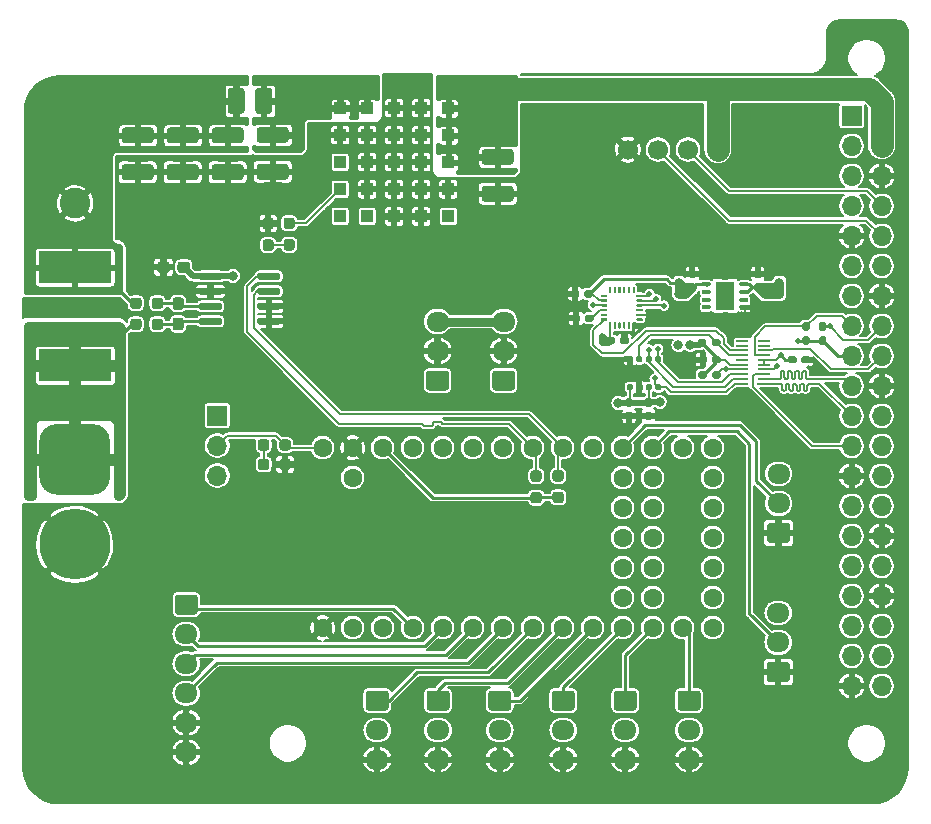
<source format=gtl>
G04 #@! TF.GenerationSoftware,KiCad,Pcbnew,(5.1.8)-1*
G04 #@! TF.CreationDate,2021-06-15T20:05:41+00:00*
G04 #@! TF.ProjectId,RPHat_V2,52504861-745f-4563-922e-6b696361645f,rev?*
G04 #@! TF.SameCoordinates,Original*
G04 #@! TF.FileFunction,Copper,L1,Top*
G04 #@! TF.FilePolarity,Positive*
%FSLAX46Y46*%
G04 Gerber Fmt 4.6, Leading zero omitted, Abs format (unit mm)*
G04 Created by KiCad (PCBNEW (5.1.8)-1) date 2021-06-15 20:05:41*
%MOMM*%
%LPD*%
G01*
G04 APERTURE LIST*
G04 #@! TA.AperFunction,ComponentPad*
%ADD10C,1.700000*%
G04 #@! TD*
G04 #@! TA.AperFunction,ComponentPad*
%ADD11C,6.000000*%
G04 #@! TD*
G04 #@! TA.AperFunction,SMDPad,CuDef*
%ADD12O,0.650000X0.400000*%
G04 #@! TD*
G04 #@! TA.AperFunction,SMDPad,CuDef*
%ADD13R,0.300000X0.400000*%
G04 #@! TD*
G04 #@! TA.AperFunction,SMDPad,CuDef*
%ADD14R,1.650000X2.400000*%
G04 #@! TD*
G04 #@! TA.AperFunction,SMDPad,CuDef*
%ADD15R,0.650000X1.000000*%
G04 #@! TD*
G04 #@! TA.AperFunction,ComponentPad*
%ADD16C,0.600000*%
G04 #@! TD*
G04 #@! TA.AperFunction,SMDPad,CuDef*
%ADD17R,1.060000X1.060000*%
G04 #@! TD*
G04 #@! TA.AperFunction,ComponentPad*
%ADD18O,1.950000X1.700000*%
G04 #@! TD*
G04 #@! TA.AperFunction,SMDPad,CuDef*
%ADD19R,1.000000X0.200000*%
G04 #@! TD*
G04 #@! TA.AperFunction,SMDPad,CuDef*
%ADD20R,1.100000X0.200000*%
G04 #@! TD*
G04 #@! TA.AperFunction,ComponentPad*
%ADD21C,2.600000*%
G04 #@! TD*
G04 #@! TA.AperFunction,ComponentPad*
%ADD22C,1.600000*%
G04 #@! TD*
G04 #@! TA.AperFunction,ComponentPad*
%ADD23O,1.700000X1.700000*%
G04 #@! TD*
G04 #@! TA.AperFunction,ComponentPad*
%ADD24R,1.700000X1.700000*%
G04 #@! TD*
G04 #@! TA.AperFunction,SMDPad,CuDef*
%ADD25R,6.200000X2.700000*%
G04 #@! TD*
G04 #@! TA.AperFunction,ViaPad*
%ADD26C,0.800000*%
G04 #@! TD*
G04 #@! TA.AperFunction,ViaPad*
%ADD27C,0.500000*%
G04 #@! TD*
G04 #@! TA.AperFunction,Conductor*
%ADD28C,0.250000*%
G04 #@! TD*
G04 #@! TA.AperFunction,Conductor*
%ADD29C,1.905000*%
G04 #@! TD*
G04 #@! TA.AperFunction,Conductor*
%ADD30C,0.152400*%
G04 #@! TD*
G04 #@! TA.AperFunction,Conductor*
%ADD31C,0.254000*%
G04 #@! TD*
G04 #@! TA.AperFunction,Conductor*
%ADD32C,0.762000*%
G04 #@! TD*
G04 #@! TA.AperFunction,Conductor*
%ADD33C,0.508000*%
G04 #@! TD*
G04 #@! TA.AperFunction,Conductor*
%ADD34C,0.381000*%
G04 #@! TD*
G04 #@! TA.AperFunction,Conductor*
%ADD35C,0.100000*%
G04 #@! TD*
G04 APERTURE END LIST*
D10*
X151540000Y-94250000D03*
X149000000Y-94250000D03*
X146460000Y-94250000D03*
X143920000Y-94250000D03*
G04 #@! TA.AperFunction,ComponentPad*
G36*
G01*
X95577000Y-117468000D02*
X98577000Y-117468000D01*
G75*
G02*
X100077000Y-118968000I0J-1500000D01*
G01*
X100077000Y-121968000D01*
G75*
G02*
X98577000Y-123468000I-1500000J0D01*
G01*
X95577000Y-123468000D01*
G75*
G02*
X94077000Y-121968000I0J1500000D01*
G01*
X94077000Y-118968000D01*
G75*
G02*
X95577000Y-117468000I1500000J0D01*
G01*
G37*
G04 #@! TD.AperFunction*
D11*
X97077000Y-127668000D03*
D12*
X153690000Y-105645000D03*
X153690000Y-106295000D03*
D13*
X153890000Y-106945000D03*
X153890000Y-107595000D03*
X150390000Y-107595000D03*
D12*
X150590000Y-106945000D03*
D13*
X150390000Y-106295000D03*
X150390000Y-105645000D03*
D14*
X152140000Y-106620000D03*
D15*
X152590000Y-107245000D03*
X151690000Y-107245000D03*
X152590000Y-105995000D03*
X151690000Y-105995000D03*
D16*
X152640000Y-107370000D03*
X151640000Y-107370000D03*
X152640000Y-105870000D03*
X151640000Y-105870000D03*
X152140000Y-106620000D03*
D13*
X153890000Y-105645000D03*
X153890000Y-106295000D03*
D12*
X153690000Y-106945000D03*
X153690000Y-107595000D03*
X150590000Y-107595000D03*
D13*
X150390000Y-106945000D03*
D12*
X150590000Y-106295000D03*
X150590000Y-105645000D03*
G04 #@! TA.AperFunction,SMDPad,CuDef*
G36*
G01*
X155075000Y-105150000D02*
X154765000Y-105150000D01*
G75*
G02*
X154610000Y-104995000I0J155000D01*
G01*
X154610000Y-104570000D01*
G75*
G02*
X154765000Y-104415000I155000J0D01*
G01*
X155075000Y-104415000D01*
G75*
G02*
X155230000Y-104570000I0J-155000D01*
G01*
X155230000Y-104995000D01*
G75*
G02*
X155075000Y-105150000I-155000J0D01*
G01*
G37*
G04 #@! TD.AperFunction*
G04 #@! TA.AperFunction,SMDPad,CuDef*
G36*
G01*
X155075000Y-106285000D02*
X154765000Y-106285000D01*
G75*
G02*
X154610000Y-106130000I0J155000D01*
G01*
X154610000Y-105705000D01*
G75*
G02*
X154765000Y-105550000I155000J0D01*
G01*
X155075000Y-105550000D01*
G75*
G02*
X155230000Y-105705000I0J-155000D01*
G01*
X155230000Y-106130000D01*
G75*
G02*
X155075000Y-106285000I-155000J0D01*
G01*
G37*
G04 #@! TD.AperFunction*
G04 #@! TA.AperFunction,SMDPad,CuDef*
G36*
G01*
X149525000Y-105150000D02*
X149215000Y-105150000D01*
G75*
G02*
X149060000Y-104995000I0J155000D01*
G01*
X149060000Y-104570000D01*
G75*
G02*
X149215000Y-104415000I155000J0D01*
G01*
X149525000Y-104415000D01*
G75*
G02*
X149680000Y-104570000I0J-155000D01*
G01*
X149680000Y-104995000D01*
G75*
G02*
X149525000Y-105150000I-155000J0D01*
G01*
G37*
G04 #@! TD.AperFunction*
G04 #@! TA.AperFunction,SMDPad,CuDef*
G36*
G01*
X149525000Y-106285000D02*
X149215000Y-106285000D01*
G75*
G02*
X149060000Y-106130000I0J155000D01*
G01*
X149060000Y-105705000D01*
G75*
G02*
X149215000Y-105550000I155000J0D01*
G01*
X149525000Y-105550000D01*
G75*
G02*
X149680000Y-105705000I0J-155000D01*
G01*
X149680000Y-106130000D01*
G75*
G02*
X149525000Y-106285000I-155000J0D01*
G01*
G37*
G04 #@! TD.AperFunction*
D17*
X128708000Y-99902000D03*
X126418000Y-99902000D03*
X124128000Y-99902000D03*
X121838000Y-99902000D03*
X119548000Y-99902000D03*
X128708000Y-97612000D03*
X126418000Y-97612000D03*
X124128000Y-97612000D03*
X121838000Y-97612000D03*
X119548000Y-97612000D03*
X128708000Y-95322000D03*
X126418000Y-95322000D03*
X124128000Y-95322000D03*
X121838000Y-95322000D03*
X119548000Y-95322000D03*
X128708000Y-93032000D03*
X126418000Y-93032000D03*
X124128000Y-93032000D03*
X121838000Y-93032000D03*
X119548000Y-93032000D03*
X128708000Y-90742000D03*
X126418000Y-90742000D03*
X124128000Y-90742000D03*
X121838000Y-90742000D03*
X119548000Y-90742000D03*
D18*
X106530000Y-145270000D03*
X106530000Y-142770000D03*
X106530000Y-140270000D03*
X106530000Y-137770000D03*
X106530000Y-135270000D03*
G04 #@! TA.AperFunction,ComponentPad*
G36*
G01*
X105805000Y-131920000D02*
X107255000Y-131920000D01*
G75*
G02*
X107505000Y-132170000I0J-250000D01*
G01*
X107505000Y-133370000D01*
G75*
G02*
X107255000Y-133620000I-250000J0D01*
G01*
X105805000Y-133620000D01*
G75*
G02*
X105555000Y-133370000I0J250000D01*
G01*
X105555000Y-132170000D01*
G75*
G02*
X105805000Y-131920000I250000J0D01*
G01*
G37*
G04 #@! TD.AperFunction*
X149093000Y-145895000D03*
X149093000Y-143395000D03*
G04 #@! TA.AperFunction,ComponentPad*
G36*
G01*
X148368000Y-140045000D02*
X149818000Y-140045000D01*
G75*
G02*
X150068000Y-140295000I0J-250000D01*
G01*
X150068000Y-141495000D01*
G75*
G02*
X149818000Y-141745000I-250000J0D01*
G01*
X148368000Y-141745000D01*
G75*
G02*
X148118000Y-141495000I0J250000D01*
G01*
X148118000Y-140295000D01*
G75*
G02*
X148368000Y-140045000I250000J0D01*
G01*
G37*
G04 #@! TD.AperFunction*
X143693000Y-145895000D03*
X143693000Y-143395000D03*
G04 #@! TA.AperFunction,ComponentPad*
G36*
G01*
X142968000Y-140045000D02*
X144418000Y-140045000D01*
G75*
G02*
X144668000Y-140295000I0J-250000D01*
G01*
X144668000Y-141495000D01*
G75*
G02*
X144418000Y-141745000I-250000J0D01*
G01*
X142968000Y-141745000D01*
G75*
G02*
X142718000Y-141495000I0J250000D01*
G01*
X142718000Y-140295000D01*
G75*
G02*
X142968000Y-140045000I250000J0D01*
G01*
G37*
G04 #@! TD.AperFunction*
X156675000Y-121700000D03*
X156675000Y-124200000D03*
G04 #@! TA.AperFunction,ComponentPad*
G36*
G01*
X157400000Y-127550000D02*
X155950000Y-127550000D01*
G75*
G02*
X155700000Y-127300000I0J250000D01*
G01*
X155700000Y-126100000D01*
G75*
G02*
X155950000Y-125850000I250000J0D01*
G01*
X157400000Y-125850000D01*
G75*
G02*
X157650000Y-126100000I0J-250000D01*
G01*
X157650000Y-127300000D01*
G75*
G02*
X157400000Y-127550000I-250000J0D01*
G01*
G37*
G04 #@! TD.AperFunction*
X156650000Y-133475000D03*
X156650000Y-135975000D03*
G04 #@! TA.AperFunction,ComponentPad*
G36*
G01*
X157375000Y-139325000D02*
X155925000Y-139325000D01*
G75*
G02*
X155675000Y-139075000I0J250000D01*
G01*
X155675000Y-137875000D01*
G75*
G02*
X155925000Y-137625000I250000J0D01*
G01*
X157375000Y-137625000D01*
G75*
G02*
X157625000Y-137875000I0J-250000D01*
G01*
X157625000Y-139075000D01*
G75*
G02*
X157375000Y-139325000I-250000J0D01*
G01*
G37*
G04 #@! TD.AperFunction*
X138443000Y-145895000D03*
X138443000Y-143395000D03*
G04 #@! TA.AperFunction,ComponentPad*
G36*
G01*
X137718000Y-140045000D02*
X139168000Y-140045000D01*
G75*
G02*
X139418000Y-140295000I0J-250000D01*
G01*
X139418000Y-141495000D01*
G75*
G02*
X139168000Y-141745000I-250000J0D01*
G01*
X137718000Y-141745000D01*
G75*
G02*
X137468000Y-141495000I0J250000D01*
G01*
X137468000Y-140295000D01*
G75*
G02*
X137718000Y-140045000I250000J0D01*
G01*
G37*
G04 #@! TD.AperFunction*
X133068000Y-145895000D03*
X133068000Y-143395000D03*
G04 #@! TA.AperFunction,ComponentPad*
G36*
G01*
X132343000Y-140045000D02*
X133793000Y-140045000D01*
G75*
G02*
X134043000Y-140295000I0J-250000D01*
G01*
X134043000Y-141495000D01*
G75*
G02*
X133793000Y-141745000I-250000J0D01*
G01*
X132343000Y-141745000D01*
G75*
G02*
X132093000Y-141495000I0J250000D01*
G01*
X132093000Y-140295000D01*
G75*
G02*
X132343000Y-140045000I250000J0D01*
G01*
G37*
G04 #@! TD.AperFunction*
X127843000Y-145895000D03*
X127843000Y-143395000D03*
G04 #@! TA.AperFunction,ComponentPad*
G36*
G01*
X127118000Y-140045000D02*
X128568000Y-140045000D01*
G75*
G02*
X128818000Y-140295000I0J-250000D01*
G01*
X128818000Y-141495000D01*
G75*
G02*
X128568000Y-141745000I-250000J0D01*
G01*
X127118000Y-141745000D01*
G75*
G02*
X126868000Y-141495000I0J250000D01*
G01*
X126868000Y-140295000D01*
G75*
G02*
X127118000Y-140045000I250000J0D01*
G01*
G37*
G04 #@! TD.AperFunction*
X122693000Y-145895000D03*
X122693000Y-143395000D03*
G04 #@! TA.AperFunction,ComponentPad*
G36*
G01*
X121968000Y-140045000D02*
X123418000Y-140045000D01*
G75*
G02*
X123668000Y-140295000I0J-250000D01*
G01*
X123668000Y-141495000D01*
G75*
G02*
X123418000Y-141745000I-250000J0D01*
G01*
X121968000Y-141745000D01*
G75*
G02*
X121718000Y-141495000I0J250000D01*
G01*
X121718000Y-140295000D01*
G75*
G02*
X121968000Y-140045000I250000J0D01*
G01*
G37*
G04 #@! TD.AperFunction*
G04 #@! TA.AperFunction,SMDPad,CuDef*
G36*
G01*
X143833000Y-114509000D02*
X143833000Y-114234000D01*
G75*
G02*
X143958000Y-114109000I125000J0D01*
G01*
X144208000Y-114109000D01*
G75*
G02*
X144333000Y-114234000I0J-125000D01*
G01*
X144333000Y-114509000D01*
G75*
G02*
X144208000Y-114634000I-125000J0D01*
G01*
X143958000Y-114634000D01*
G75*
G02*
X143833000Y-114509000I0J125000D01*
G01*
G37*
G04 #@! TD.AperFunction*
G04 #@! TA.AperFunction,SMDPad,CuDef*
G36*
G01*
X144633000Y-114509000D02*
X144633000Y-114234000D01*
G75*
G02*
X144758000Y-114109000I125000J0D01*
G01*
X145008000Y-114109000D01*
G75*
G02*
X145133000Y-114234000I0J-125000D01*
G01*
X145133000Y-114509000D01*
G75*
G02*
X145008000Y-114634000I-125000J0D01*
G01*
X144758000Y-114634000D01*
G75*
G02*
X144633000Y-114509000I0J125000D01*
G01*
G37*
G04 #@! TD.AperFunction*
G04 #@! TA.AperFunction,SMDPad,CuDef*
G36*
G01*
X145433000Y-114509000D02*
X145433000Y-114234000D01*
G75*
G02*
X145558000Y-114109000I125000J0D01*
G01*
X145808000Y-114109000D01*
G75*
G02*
X145933000Y-114234000I0J-125000D01*
G01*
X145933000Y-114509000D01*
G75*
G02*
X145808000Y-114634000I-125000J0D01*
G01*
X145558000Y-114634000D01*
G75*
G02*
X145433000Y-114509000I0J125000D01*
G01*
G37*
G04 #@! TD.AperFunction*
G04 #@! TA.AperFunction,SMDPad,CuDef*
G36*
G01*
X146233000Y-114509000D02*
X146233000Y-114234000D01*
G75*
G02*
X146358000Y-114109000I125000J0D01*
G01*
X146608000Y-114109000D01*
G75*
G02*
X146733000Y-114234000I0J-125000D01*
G01*
X146733000Y-114509000D01*
G75*
G02*
X146608000Y-114634000I-125000J0D01*
G01*
X146358000Y-114634000D01*
G75*
G02*
X146233000Y-114509000I0J125000D01*
G01*
G37*
G04 #@! TD.AperFunction*
G04 #@! TA.AperFunction,SMDPad,CuDef*
G36*
G01*
X146233000Y-112134000D02*
X146233000Y-111859000D01*
G75*
G02*
X146358000Y-111734000I125000J0D01*
G01*
X146608000Y-111734000D01*
G75*
G02*
X146733000Y-111859000I0J-125000D01*
G01*
X146733000Y-112134000D01*
G75*
G02*
X146608000Y-112259000I-125000J0D01*
G01*
X146358000Y-112259000D01*
G75*
G02*
X146233000Y-112134000I0J125000D01*
G01*
G37*
G04 #@! TD.AperFunction*
G04 #@! TA.AperFunction,SMDPad,CuDef*
G36*
G01*
X145433000Y-112134000D02*
X145433000Y-111859000D01*
G75*
G02*
X145558000Y-111734000I125000J0D01*
G01*
X145808000Y-111734000D01*
G75*
G02*
X145933000Y-111859000I0J-125000D01*
G01*
X145933000Y-112134000D01*
G75*
G02*
X145808000Y-112259000I-125000J0D01*
G01*
X145558000Y-112259000D01*
G75*
G02*
X145433000Y-112134000I0J125000D01*
G01*
G37*
G04 #@! TD.AperFunction*
G04 #@! TA.AperFunction,SMDPad,CuDef*
G36*
G01*
X144633000Y-112134000D02*
X144633000Y-111859000D01*
G75*
G02*
X144758000Y-111734000I125000J0D01*
G01*
X145008000Y-111734000D01*
G75*
G02*
X145133000Y-111859000I0J-125000D01*
G01*
X145133000Y-112134000D01*
G75*
G02*
X145008000Y-112259000I-125000J0D01*
G01*
X144758000Y-112259000D01*
G75*
G02*
X144633000Y-112134000I0J125000D01*
G01*
G37*
G04 #@! TD.AperFunction*
G04 #@! TA.AperFunction,SMDPad,CuDef*
G36*
G01*
X143833000Y-112134000D02*
X143833000Y-111859000D01*
G75*
G02*
X143958000Y-111734000I125000J0D01*
G01*
X144208000Y-111734000D01*
G75*
G02*
X144333000Y-111859000I0J-125000D01*
G01*
X144333000Y-112134000D01*
G75*
G02*
X144208000Y-112259000I-125000J0D01*
G01*
X143958000Y-112259000D01*
G75*
G02*
X143833000Y-112134000I0J125000D01*
G01*
G37*
G04 #@! TD.AperFunction*
G04 #@! TA.AperFunction,SMDPad,CuDef*
G36*
G01*
X160561000Y-109577500D02*
X160241000Y-109577500D01*
G75*
G02*
X160081000Y-109417500I0J160000D01*
G01*
X160081000Y-109022500D01*
G75*
G02*
X160241000Y-108862500I160000J0D01*
G01*
X160561000Y-108862500D01*
G75*
G02*
X160721000Y-109022500I0J-160000D01*
G01*
X160721000Y-109417500D01*
G75*
G02*
X160561000Y-109577500I-160000J0D01*
G01*
G37*
G04 #@! TD.AperFunction*
G04 #@! TA.AperFunction,SMDPad,CuDef*
G36*
G01*
X160561000Y-110772500D02*
X160241000Y-110772500D01*
G75*
G02*
X160081000Y-110612500I0J160000D01*
G01*
X160081000Y-110217500D01*
G75*
G02*
X160241000Y-110057500I160000J0D01*
G01*
X160561000Y-110057500D01*
G75*
G02*
X160721000Y-110217500I0J-160000D01*
G01*
X160721000Y-110612500D01*
G75*
G02*
X160561000Y-110772500I-160000J0D01*
G01*
G37*
G04 #@! TD.AperFunction*
G04 #@! TA.AperFunction,SMDPad,CuDef*
G36*
G01*
X159164000Y-109577500D02*
X158844000Y-109577500D01*
G75*
G02*
X158684000Y-109417500I0J160000D01*
G01*
X158684000Y-109022500D01*
G75*
G02*
X158844000Y-108862500I160000J0D01*
G01*
X159164000Y-108862500D01*
G75*
G02*
X159324000Y-109022500I0J-160000D01*
G01*
X159324000Y-109417500D01*
G75*
G02*
X159164000Y-109577500I-160000J0D01*
G01*
G37*
G04 #@! TD.AperFunction*
G04 #@! TA.AperFunction,SMDPad,CuDef*
G36*
G01*
X159164000Y-110772500D02*
X158844000Y-110772500D01*
G75*
G02*
X158684000Y-110612500I0J160000D01*
G01*
X158684000Y-110217500D01*
G75*
G02*
X158844000Y-110057500I160000J0D01*
G01*
X159164000Y-110057500D01*
G75*
G02*
X159324000Y-110217500I0J-160000D01*
G01*
X159324000Y-110612500D01*
G75*
G02*
X159164000Y-110772500I-160000J0D01*
G01*
G37*
G04 #@! TD.AperFunction*
G04 #@! TA.AperFunction,SMDPad,CuDef*
G36*
G01*
X158593500Y-112189000D02*
X158593500Y-111879000D01*
G75*
G02*
X158748500Y-111724000I155000J0D01*
G01*
X159173500Y-111724000D01*
G75*
G02*
X159328500Y-111879000I0J-155000D01*
G01*
X159328500Y-112189000D01*
G75*
G02*
X159173500Y-112344000I-155000J0D01*
G01*
X158748500Y-112344000D01*
G75*
G02*
X158593500Y-112189000I0J155000D01*
G01*
G37*
G04 #@! TD.AperFunction*
G04 #@! TA.AperFunction,SMDPad,CuDef*
G36*
G01*
X157458500Y-112189000D02*
X157458500Y-111879000D01*
G75*
G02*
X157613500Y-111724000I155000J0D01*
G01*
X158038500Y-111724000D01*
G75*
G02*
X158193500Y-111879000I0J-155000D01*
G01*
X158193500Y-112189000D01*
G75*
G02*
X158038500Y-112344000I-155000J0D01*
G01*
X157613500Y-112344000D01*
G75*
G02*
X157458500Y-112189000I0J155000D01*
G01*
G37*
G04 #@! TD.AperFunction*
G04 #@! TA.AperFunction,SMDPad,CuDef*
G36*
G01*
X150641000Y-111879000D02*
X150641000Y-112189000D01*
G75*
G02*
X150486000Y-112344000I-155000J0D01*
G01*
X150061000Y-112344000D01*
G75*
G02*
X149906000Y-112189000I0J155000D01*
G01*
X149906000Y-111879000D01*
G75*
G02*
X150061000Y-111724000I155000J0D01*
G01*
X150486000Y-111724000D01*
G75*
G02*
X150641000Y-111879000I0J-155000D01*
G01*
G37*
G04 #@! TD.AperFunction*
G04 #@! TA.AperFunction,SMDPad,CuDef*
G36*
G01*
X151776000Y-111879000D02*
X151776000Y-112189000D01*
G75*
G02*
X151621000Y-112344000I-155000J0D01*
G01*
X151196000Y-112344000D01*
G75*
G02*
X151041000Y-112189000I0J155000D01*
G01*
X151041000Y-111879000D01*
G75*
G02*
X151196000Y-111724000I155000J0D01*
G01*
X151621000Y-111724000D01*
G75*
G02*
X151776000Y-111879000I0J-155000D01*
G01*
G37*
G04 #@! TD.AperFunction*
G04 #@! TA.AperFunction,SMDPad,CuDef*
G36*
G01*
X151067500Y-113485000D02*
X151067500Y-113165000D01*
G75*
G02*
X151227500Y-113005000I160000J0D01*
G01*
X151622500Y-113005000D01*
G75*
G02*
X151782500Y-113165000I0J-160000D01*
G01*
X151782500Y-113485000D01*
G75*
G02*
X151622500Y-113645000I-160000J0D01*
G01*
X151227500Y-113645000D01*
G75*
G02*
X151067500Y-113485000I0J160000D01*
G01*
G37*
G04 #@! TD.AperFunction*
G04 #@! TA.AperFunction,SMDPad,CuDef*
G36*
G01*
X149872500Y-113485000D02*
X149872500Y-113165000D01*
G75*
G02*
X150032500Y-113005000I160000J0D01*
G01*
X150427500Y-113005000D01*
G75*
G02*
X150587500Y-113165000I0J-160000D01*
G01*
X150587500Y-113485000D01*
G75*
G02*
X150427500Y-113645000I-160000J0D01*
G01*
X150032500Y-113645000D01*
G75*
G02*
X149872500Y-113485000I0J160000D01*
G01*
G37*
G04 #@! TD.AperFunction*
G04 #@! TA.AperFunction,SMDPad,CuDef*
G36*
G01*
X151043500Y-110735000D02*
X151043500Y-110415000D01*
G75*
G02*
X151203500Y-110255000I160000J0D01*
G01*
X151598500Y-110255000D01*
G75*
G02*
X151758500Y-110415000I0J-160000D01*
G01*
X151758500Y-110735000D01*
G75*
G02*
X151598500Y-110895000I-160000J0D01*
G01*
X151203500Y-110895000D01*
G75*
G02*
X151043500Y-110735000I0J160000D01*
G01*
G37*
G04 #@! TD.AperFunction*
G04 #@! TA.AperFunction,SMDPad,CuDef*
G36*
G01*
X149848500Y-110735000D02*
X149848500Y-110415000D01*
G75*
G02*
X150008500Y-110255000I160000J0D01*
G01*
X150403500Y-110255000D01*
G75*
G02*
X150563500Y-110415000I0J-160000D01*
G01*
X150563500Y-110735000D01*
G75*
G02*
X150403500Y-110895000I-160000J0D01*
G01*
X150008500Y-110895000D01*
G75*
G02*
X149848500Y-110735000I0J160000D01*
G01*
G37*
G04 #@! TD.AperFunction*
G04 #@! TA.AperFunction,SMDPad,CuDef*
G36*
G01*
X143267000Y-110559000D02*
X143267000Y-110249000D01*
G75*
G02*
X143422000Y-110094000I155000J0D01*
G01*
X143847000Y-110094000D01*
G75*
G02*
X144002000Y-110249000I0J-155000D01*
G01*
X144002000Y-110559000D01*
G75*
G02*
X143847000Y-110714000I-155000J0D01*
G01*
X143422000Y-110714000D01*
G75*
G02*
X143267000Y-110559000I0J155000D01*
G01*
G37*
G04 #@! TD.AperFunction*
G04 #@! TA.AperFunction,SMDPad,CuDef*
G36*
G01*
X142132000Y-110559000D02*
X142132000Y-110249000D01*
G75*
G02*
X142287000Y-110094000I155000J0D01*
G01*
X142712000Y-110094000D01*
G75*
G02*
X142867000Y-110249000I0J-155000D01*
G01*
X142867000Y-110559000D01*
G75*
G02*
X142712000Y-110714000I-155000J0D01*
G01*
X142287000Y-110714000D01*
G75*
G02*
X142132000Y-110559000I0J155000D01*
G01*
G37*
G04 #@! TD.AperFunction*
G04 #@! TA.AperFunction,SMDPad,CuDef*
G36*
G01*
X139882500Y-108370000D02*
X139882500Y-108680000D01*
G75*
G02*
X139727500Y-108835000I-155000J0D01*
G01*
X139302500Y-108835000D01*
G75*
G02*
X139147500Y-108680000I0J155000D01*
G01*
X139147500Y-108370000D01*
G75*
G02*
X139302500Y-108215000I155000J0D01*
G01*
X139727500Y-108215000D01*
G75*
G02*
X139882500Y-108370000I0J-155000D01*
G01*
G37*
G04 #@! TD.AperFunction*
G04 #@! TA.AperFunction,SMDPad,CuDef*
G36*
G01*
X141017500Y-108370000D02*
X141017500Y-108680000D01*
G75*
G02*
X140862500Y-108835000I-155000J0D01*
G01*
X140437500Y-108835000D01*
G75*
G02*
X140282500Y-108680000I0J155000D01*
G01*
X140282500Y-108370000D01*
G75*
G02*
X140437500Y-108215000I155000J0D01*
G01*
X140862500Y-108215000D01*
G75*
G02*
X141017500Y-108370000I0J-155000D01*
G01*
G37*
G04 #@! TD.AperFunction*
G04 #@! TA.AperFunction,SMDPad,CuDef*
G36*
G01*
X139819000Y-106312000D02*
X139819000Y-106622000D01*
G75*
G02*
X139664000Y-106777000I-155000J0D01*
G01*
X139239000Y-106777000D01*
G75*
G02*
X139084000Y-106622000I0J155000D01*
G01*
X139084000Y-106312000D01*
G75*
G02*
X139239000Y-106157000I155000J0D01*
G01*
X139664000Y-106157000D01*
G75*
G02*
X139819000Y-106312000I0J-155000D01*
G01*
G37*
G04 #@! TD.AperFunction*
G04 #@! TA.AperFunction,SMDPad,CuDef*
G36*
G01*
X140954000Y-106312000D02*
X140954000Y-106622000D01*
G75*
G02*
X140799000Y-106777000I-155000J0D01*
G01*
X140374000Y-106777000D01*
G75*
G02*
X140219000Y-106622000I0J155000D01*
G01*
X140219000Y-106312000D01*
G75*
G02*
X140374000Y-106157000I155000J0D01*
G01*
X140799000Y-106157000D01*
G75*
G02*
X140954000Y-106312000I0J-155000D01*
G01*
G37*
G04 #@! TD.AperFunction*
G04 #@! TA.AperFunction,SMDPad,CuDef*
G36*
G01*
X145509000Y-116432000D02*
X145819000Y-116432000D01*
G75*
G02*
X145974000Y-116587000I0J-155000D01*
G01*
X145974000Y-117012000D01*
G75*
G02*
X145819000Y-117167000I-155000J0D01*
G01*
X145509000Y-117167000D01*
G75*
G02*
X145354000Y-117012000I0J155000D01*
G01*
X145354000Y-116587000D01*
G75*
G02*
X145509000Y-116432000I155000J0D01*
G01*
G37*
G04 #@! TD.AperFunction*
G04 #@! TA.AperFunction,SMDPad,CuDef*
G36*
G01*
X145509000Y-115297000D02*
X145819000Y-115297000D01*
G75*
G02*
X145974000Y-115452000I0J-155000D01*
G01*
X145974000Y-115877000D01*
G75*
G02*
X145819000Y-116032000I-155000J0D01*
G01*
X145509000Y-116032000D01*
G75*
G02*
X145354000Y-115877000I0J155000D01*
G01*
X145354000Y-115452000D01*
G75*
G02*
X145509000Y-115297000I155000J0D01*
G01*
G37*
G04 #@! TD.AperFunction*
G04 #@! TA.AperFunction,SMDPad,CuDef*
G36*
G01*
X143858000Y-116432000D02*
X144168000Y-116432000D01*
G75*
G02*
X144323000Y-116587000I0J-155000D01*
G01*
X144323000Y-117012000D01*
G75*
G02*
X144168000Y-117167000I-155000J0D01*
G01*
X143858000Y-117167000D01*
G75*
G02*
X143703000Y-117012000I0J155000D01*
G01*
X143703000Y-116587000D01*
G75*
G02*
X143858000Y-116432000I155000J0D01*
G01*
G37*
G04 #@! TD.AperFunction*
G04 #@! TA.AperFunction,SMDPad,CuDef*
G36*
G01*
X143858000Y-115297000D02*
X144168000Y-115297000D01*
G75*
G02*
X144323000Y-115452000I0J-155000D01*
G01*
X144323000Y-115877000D01*
G75*
G02*
X144168000Y-116032000I-155000J0D01*
G01*
X143858000Y-116032000D01*
G75*
G02*
X143703000Y-115877000I0J155000D01*
G01*
X143703000Y-115452000D01*
G75*
G02*
X143858000Y-115297000I155000J0D01*
G01*
G37*
G04 #@! TD.AperFunction*
G04 #@! TA.AperFunction,SMDPad,CuDef*
G36*
G01*
X131790999Y-97326500D02*
X133991001Y-97326500D01*
G75*
G02*
X134241000Y-97576499I0J-249999D01*
G01*
X134241000Y-98401501D01*
G75*
G02*
X133991001Y-98651500I-249999J0D01*
G01*
X131790999Y-98651500D01*
G75*
G02*
X131541000Y-98401501I0J249999D01*
G01*
X131541000Y-97576499D01*
G75*
G02*
X131790999Y-97326500I249999J0D01*
G01*
G37*
G04 #@! TD.AperFunction*
G04 #@! TA.AperFunction,SMDPad,CuDef*
G36*
G01*
X131790999Y-94201500D02*
X133991001Y-94201500D01*
G75*
G02*
X134241000Y-94451499I0J-249999D01*
G01*
X134241000Y-95276501D01*
G75*
G02*
X133991001Y-95526500I-249999J0D01*
G01*
X131790999Y-95526500D01*
G75*
G02*
X131541000Y-95276501I0J249999D01*
G01*
X131541000Y-94451499D01*
G75*
G02*
X131790999Y-94201500I249999J0D01*
G01*
G37*
G04 #@! TD.AperFunction*
D19*
X153613000Y-114053000D03*
X153613000Y-113653000D03*
X153613000Y-113253000D03*
X153613000Y-112853000D03*
X153613000Y-112453000D03*
X153613000Y-112053000D03*
X153613000Y-111653000D03*
X153613000Y-111253000D03*
X153613000Y-110853000D03*
X153613000Y-110453000D03*
X155413000Y-110453000D03*
X155413000Y-110853000D03*
X155413000Y-111253000D03*
X155413000Y-111653000D03*
X155413000Y-112053000D03*
X155413000Y-112453000D03*
X155413000Y-112853000D03*
X155413000Y-113253000D03*
X155413000Y-113653000D03*
D20*
X155363000Y-114053000D03*
D21*
X97077000Y-98751000D03*
D22*
X143469000Y-132183000D03*
X146009000Y-132183000D03*
X143469000Y-129643000D03*
X146009000Y-129643000D03*
X143469000Y-127103000D03*
X146009000Y-127103000D03*
X143469000Y-124563000D03*
X146009000Y-124563000D03*
X143469000Y-122023000D03*
X146009000Y-122023000D03*
X118069000Y-134723000D03*
X120609000Y-134723000D03*
X123149000Y-134723000D03*
X125689000Y-134723000D03*
X128229000Y-134723000D03*
X130769000Y-134723000D03*
X133309000Y-134723000D03*
X135849000Y-134723000D03*
X138389000Y-134723000D03*
X140929000Y-134723000D03*
X143469000Y-134723000D03*
X146009000Y-134723000D03*
X148549000Y-134723000D03*
X120609000Y-122023000D03*
X118069000Y-119483000D03*
X120609000Y-119483000D03*
X123149000Y-119483000D03*
X125689000Y-119483000D03*
X128229000Y-119483000D03*
X130769000Y-119483000D03*
X133309000Y-119483000D03*
X135849000Y-119483000D03*
X138389000Y-119483000D03*
X140929000Y-119483000D03*
X143469000Y-119483000D03*
X146009000Y-119483000D03*
X148549000Y-119483000D03*
X151089000Y-134723000D03*
X151089000Y-132183000D03*
X151089000Y-129643000D03*
X151089000Y-119483000D03*
X151089000Y-122023000D03*
X151089000Y-124563000D03*
X151089000Y-127103000D03*
G04 #@! TA.AperFunction,SMDPad,CuDef*
G36*
G01*
X144638000Y-106684000D02*
X144638000Y-106584000D01*
G75*
G02*
X144688000Y-106534000I50000J0D01*
G01*
X145138000Y-106534000D01*
G75*
G02*
X145188000Y-106584000I0J-50000D01*
G01*
X145188000Y-106684000D01*
G75*
G02*
X145138000Y-106734000I-50000J0D01*
G01*
X144688000Y-106734000D01*
G75*
G02*
X144638000Y-106684000I0J50000D01*
G01*
G37*
G04 #@! TD.AperFunction*
G04 #@! TA.AperFunction,SMDPad,CuDef*
G36*
G01*
X144638000Y-107084000D02*
X144638000Y-106984000D01*
G75*
G02*
X144688000Y-106934000I50000J0D01*
G01*
X145138000Y-106934000D01*
G75*
G02*
X145188000Y-106984000I0J-50000D01*
G01*
X145188000Y-107084000D01*
G75*
G02*
X145138000Y-107134000I-50000J0D01*
G01*
X144688000Y-107134000D01*
G75*
G02*
X144638000Y-107084000I0J50000D01*
G01*
G37*
G04 #@! TD.AperFunction*
G04 #@! TA.AperFunction,SMDPad,CuDef*
G36*
G01*
X144638000Y-107484000D02*
X144638000Y-107384000D01*
G75*
G02*
X144688000Y-107334000I50000J0D01*
G01*
X145138000Y-107334000D01*
G75*
G02*
X145188000Y-107384000I0J-50000D01*
G01*
X145188000Y-107484000D01*
G75*
G02*
X145138000Y-107534000I-50000J0D01*
G01*
X144688000Y-107534000D01*
G75*
G02*
X144638000Y-107484000I0J50000D01*
G01*
G37*
G04 #@! TD.AperFunction*
G04 #@! TA.AperFunction,SMDPad,CuDef*
G36*
G01*
X144638000Y-107884000D02*
X144638000Y-107784000D01*
G75*
G02*
X144688000Y-107734000I50000J0D01*
G01*
X145138000Y-107734000D01*
G75*
G02*
X145188000Y-107784000I0J-50000D01*
G01*
X145188000Y-107884000D01*
G75*
G02*
X145138000Y-107934000I-50000J0D01*
G01*
X144688000Y-107934000D01*
G75*
G02*
X144638000Y-107884000I0J50000D01*
G01*
G37*
G04 #@! TD.AperFunction*
G04 #@! TA.AperFunction,SMDPad,CuDef*
G36*
G01*
X144638000Y-108284000D02*
X144638000Y-108184000D01*
G75*
G02*
X144688000Y-108134000I50000J0D01*
G01*
X145138000Y-108134000D01*
G75*
G02*
X145188000Y-108184000I0J-50000D01*
G01*
X145188000Y-108284000D01*
G75*
G02*
X145138000Y-108334000I-50000J0D01*
G01*
X144688000Y-108334000D01*
G75*
G02*
X144638000Y-108284000I0J50000D01*
G01*
G37*
G04 #@! TD.AperFunction*
G04 #@! TA.AperFunction,SMDPad,CuDef*
G36*
G01*
X144638000Y-108684000D02*
X144638000Y-108584000D01*
G75*
G02*
X144688000Y-108534000I50000J0D01*
G01*
X145138000Y-108534000D01*
G75*
G02*
X145188000Y-108584000I0J-50000D01*
G01*
X145188000Y-108684000D01*
G75*
G02*
X145138000Y-108734000I-50000J0D01*
G01*
X144688000Y-108734000D01*
G75*
G02*
X144638000Y-108684000I0J50000D01*
G01*
G37*
G04 #@! TD.AperFunction*
G04 #@! TA.AperFunction,SMDPad,CuDef*
G36*
G01*
X144363000Y-108859000D02*
X144463000Y-108859000D01*
G75*
G02*
X144513000Y-108909000I0J-50000D01*
G01*
X144513000Y-109359000D01*
G75*
G02*
X144463000Y-109409000I-50000J0D01*
G01*
X144363000Y-109409000D01*
G75*
G02*
X144313000Y-109359000I0J50000D01*
G01*
X144313000Y-108909000D01*
G75*
G02*
X144363000Y-108859000I50000J0D01*
G01*
G37*
G04 #@! TD.AperFunction*
G04 #@! TA.AperFunction,SMDPad,CuDef*
G36*
G01*
X143963000Y-108859000D02*
X144063000Y-108859000D01*
G75*
G02*
X144113000Y-108909000I0J-50000D01*
G01*
X144113000Y-109359000D01*
G75*
G02*
X144063000Y-109409000I-50000J0D01*
G01*
X143963000Y-109409000D01*
G75*
G02*
X143913000Y-109359000I0J50000D01*
G01*
X143913000Y-108909000D01*
G75*
G02*
X143963000Y-108859000I50000J0D01*
G01*
G37*
G04 #@! TD.AperFunction*
G04 #@! TA.AperFunction,SMDPad,CuDef*
G36*
G01*
X143563000Y-108859000D02*
X143663000Y-108859000D01*
G75*
G02*
X143713000Y-108909000I0J-50000D01*
G01*
X143713000Y-109359000D01*
G75*
G02*
X143663000Y-109409000I-50000J0D01*
G01*
X143563000Y-109409000D01*
G75*
G02*
X143513000Y-109359000I0J50000D01*
G01*
X143513000Y-108909000D01*
G75*
G02*
X143563000Y-108859000I50000J0D01*
G01*
G37*
G04 #@! TD.AperFunction*
G04 #@! TA.AperFunction,SMDPad,CuDef*
G36*
G01*
X143163000Y-108859000D02*
X143263000Y-108859000D01*
G75*
G02*
X143313000Y-108909000I0J-50000D01*
G01*
X143313000Y-109359000D01*
G75*
G02*
X143263000Y-109409000I-50000J0D01*
G01*
X143163000Y-109409000D01*
G75*
G02*
X143113000Y-109359000I0J50000D01*
G01*
X143113000Y-108909000D01*
G75*
G02*
X143163000Y-108859000I50000J0D01*
G01*
G37*
G04 #@! TD.AperFunction*
G04 #@! TA.AperFunction,SMDPad,CuDef*
G36*
G01*
X142763000Y-108859000D02*
X142863000Y-108859000D01*
G75*
G02*
X142913000Y-108909000I0J-50000D01*
G01*
X142913000Y-109359000D01*
G75*
G02*
X142863000Y-109409000I-50000J0D01*
G01*
X142763000Y-109409000D01*
G75*
G02*
X142713000Y-109359000I0J50000D01*
G01*
X142713000Y-108909000D01*
G75*
G02*
X142763000Y-108859000I50000J0D01*
G01*
G37*
G04 #@! TD.AperFunction*
G04 #@! TA.AperFunction,SMDPad,CuDef*
G36*
G01*
X142363000Y-108859000D02*
X142463000Y-108859000D01*
G75*
G02*
X142513000Y-108909000I0J-50000D01*
G01*
X142513000Y-109359000D01*
G75*
G02*
X142463000Y-109409000I-50000J0D01*
G01*
X142363000Y-109409000D01*
G75*
G02*
X142313000Y-109359000I0J50000D01*
G01*
X142313000Y-108909000D01*
G75*
G02*
X142363000Y-108859000I50000J0D01*
G01*
G37*
G04 #@! TD.AperFunction*
G04 #@! TA.AperFunction,SMDPad,CuDef*
G36*
G01*
X141638000Y-108684000D02*
X141638000Y-108584000D01*
G75*
G02*
X141688000Y-108534000I50000J0D01*
G01*
X142138000Y-108534000D01*
G75*
G02*
X142188000Y-108584000I0J-50000D01*
G01*
X142188000Y-108684000D01*
G75*
G02*
X142138000Y-108734000I-50000J0D01*
G01*
X141688000Y-108734000D01*
G75*
G02*
X141638000Y-108684000I0J50000D01*
G01*
G37*
G04 #@! TD.AperFunction*
G04 #@! TA.AperFunction,SMDPad,CuDef*
G36*
G01*
X141638000Y-108284000D02*
X141638000Y-108184000D01*
G75*
G02*
X141688000Y-108134000I50000J0D01*
G01*
X142138000Y-108134000D01*
G75*
G02*
X142188000Y-108184000I0J-50000D01*
G01*
X142188000Y-108284000D01*
G75*
G02*
X142138000Y-108334000I-50000J0D01*
G01*
X141688000Y-108334000D01*
G75*
G02*
X141638000Y-108284000I0J50000D01*
G01*
G37*
G04 #@! TD.AperFunction*
G04 #@! TA.AperFunction,SMDPad,CuDef*
G36*
G01*
X141638000Y-107884000D02*
X141638000Y-107784000D01*
G75*
G02*
X141688000Y-107734000I50000J0D01*
G01*
X142138000Y-107734000D01*
G75*
G02*
X142188000Y-107784000I0J-50000D01*
G01*
X142188000Y-107884000D01*
G75*
G02*
X142138000Y-107934000I-50000J0D01*
G01*
X141688000Y-107934000D01*
G75*
G02*
X141638000Y-107884000I0J50000D01*
G01*
G37*
G04 #@! TD.AperFunction*
G04 #@! TA.AperFunction,SMDPad,CuDef*
G36*
G01*
X141638000Y-107484000D02*
X141638000Y-107384000D01*
G75*
G02*
X141688000Y-107334000I50000J0D01*
G01*
X142138000Y-107334000D01*
G75*
G02*
X142188000Y-107384000I0J-50000D01*
G01*
X142188000Y-107484000D01*
G75*
G02*
X142138000Y-107534000I-50000J0D01*
G01*
X141688000Y-107534000D01*
G75*
G02*
X141638000Y-107484000I0J50000D01*
G01*
G37*
G04 #@! TD.AperFunction*
G04 #@! TA.AperFunction,SMDPad,CuDef*
G36*
G01*
X141638000Y-107084000D02*
X141638000Y-106984000D01*
G75*
G02*
X141688000Y-106934000I50000J0D01*
G01*
X142138000Y-106934000D01*
G75*
G02*
X142188000Y-106984000I0J-50000D01*
G01*
X142188000Y-107084000D01*
G75*
G02*
X142138000Y-107134000I-50000J0D01*
G01*
X141688000Y-107134000D01*
G75*
G02*
X141638000Y-107084000I0J50000D01*
G01*
G37*
G04 #@! TD.AperFunction*
G04 #@! TA.AperFunction,SMDPad,CuDef*
G36*
G01*
X141638000Y-106684000D02*
X141638000Y-106584000D01*
G75*
G02*
X141688000Y-106534000I50000J0D01*
G01*
X142138000Y-106534000D01*
G75*
G02*
X142188000Y-106584000I0J-50000D01*
G01*
X142188000Y-106684000D01*
G75*
G02*
X142138000Y-106734000I-50000J0D01*
G01*
X141688000Y-106734000D01*
G75*
G02*
X141638000Y-106684000I0J50000D01*
G01*
G37*
G04 #@! TD.AperFunction*
G04 #@! TA.AperFunction,SMDPad,CuDef*
G36*
G01*
X142363000Y-105859000D02*
X142463000Y-105859000D01*
G75*
G02*
X142513000Y-105909000I0J-50000D01*
G01*
X142513000Y-106359000D01*
G75*
G02*
X142463000Y-106409000I-50000J0D01*
G01*
X142363000Y-106409000D01*
G75*
G02*
X142313000Y-106359000I0J50000D01*
G01*
X142313000Y-105909000D01*
G75*
G02*
X142363000Y-105859000I50000J0D01*
G01*
G37*
G04 #@! TD.AperFunction*
G04 #@! TA.AperFunction,SMDPad,CuDef*
G36*
G01*
X142763000Y-105859000D02*
X142863000Y-105859000D01*
G75*
G02*
X142913000Y-105909000I0J-50000D01*
G01*
X142913000Y-106359000D01*
G75*
G02*
X142863000Y-106409000I-50000J0D01*
G01*
X142763000Y-106409000D01*
G75*
G02*
X142713000Y-106359000I0J50000D01*
G01*
X142713000Y-105909000D01*
G75*
G02*
X142763000Y-105859000I50000J0D01*
G01*
G37*
G04 #@! TD.AperFunction*
G04 #@! TA.AperFunction,SMDPad,CuDef*
G36*
G01*
X143163000Y-105859000D02*
X143263000Y-105859000D01*
G75*
G02*
X143313000Y-105909000I0J-50000D01*
G01*
X143313000Y-106359000D01*
G75*
G02*
X143263000Y-106409000I-50000J0D01*
G01*
X143163000Y-106409000D01*
G75*
G02*
X143113000Y-106359000I0J50000D01*
G01*
X143113000Y-105909000D01*
G75*
G02*
X143163000Y-105859000I50000J0D01*
G01*
G37*
G04 #@! TD.AperFunction*
G04 #@! TA.AperFunction,SMDPad,CuDef*
G36*
G01*
X143563000Y-105859000D02*
X143663000Y-105859000D01*
G75*
G02*
X143713000Y-105909000I0J-50000D01*
G01*
X143713000Y-106359000D01*
G75*
G02*
X143663000Y-106409000I-50000J0D01*
G01*
X143563000Y-106409000D01*
G75*
G02*
X143513000Y-106359000I0J50000D01*
G01*
X143513000Y-105909000D01*
G75*
G02*
X143563000Y-105859000I50000J0D01*
G01*
G37*
G04 #@! TD.AperFunction*
G04 #@! TA.AperFunction,SMDPad,CuDef*
G36*
G01*
X143963000Y-105859000D02*
X144063000Y-105859000D01*
G75*
G02*
X144113000Y-105909000I0J-50000D01*
G01*
X144113000Y-106359000D01*
G75*
G02*
X144063000Y-106409000I-50000J0D01*
G01*
X143963000Y-106409000D01*
G75*
G02*
X143913000Y-106359000I0J50000D01*
G01*
X143913000Y-105909000D01*
G75*
G02*
X143963000Y-105859000I50000J0D01*
G01*
G37*
G04 #@! TD.AperFunction*
G04 #@! TA.AperFunction,SMDPad,CuDef*
G36*
G01*
X144363000Y-105859000D02*
X144463000Y-105859000D01*
G75*
G02*
X144513000Y-105909000I0J-50000D01*
G01*
X144513000Y-106359000D01*
G75*
G02*
X144463000Y-106409000I-50000J0D01*
G01*
X144363000Y-106409000D01*
G75*
G02*
X144313000Y-106359000I0J50000D01*
G01*
X144313000Y-105909000D01*
G75*
G02*
X144363000Y-105859000I50000J0D01*
G01*
G37*
G04 #@! TD.AperFunction*
G04 #@! TA.AperFunction,SMDPad,CuDef*
G36*
G01*
X109547000Y-108634000D02*
X109547000Y-108934000D01*
G75*
G02*
X109397000Y-109084000I-150000J0D01*
G01*
X107747000Y-109084000D01*
G75*
G02*
X107597000Y-108934000I0J150000D01*
G01*
X107597000Y-108634000D01*
G75*
G02*
X107747000Y-108484000I150000J0D01*
G01*
X109397000Y-108484000D01*
G75*
G02*
X109547000Y-108634000I0J-150000D01*
G01*
G37*
G04 #@! TD.AperFunction*
G04 #@! TA.AperFunction,SMDPad,CuDef*
G36*
G01*
X109547000Y-107364000D02*
X109547000Y-107664000D01*
G75*
G02*
X109397000Y-107814000I-150000J0D01*
G01*
X107747000Y-107814000D01*
G75*
G02*
X107597000Y-107664000I0J150000D01*
G01*
X107597000Y-107364000D01*
G75*
G02*
X107747000Y-107214000I150000J0D01*
G01*
X109397000Y-107214000D01*
G75*
G02*
X109547000Y-107364000I0J-150000D01*
G01*
G37*
G04 #@! TD.AperFunction*
G04 #@! TA.AperFunction,SMDPad,CuDef*
G36*
G01*
X109547000Y-106094000D02*
X109547000Y-106394000D01*
G75*
G02*
X109397000Y-106544000I-150000J0D01*
G01*
X107747000Y-106544000D01*
G75*
G02*
X107597000Y-106394000I0J150000D01*
G01*
X107597000Y-106094000D01*
G75*
G02*
X107747000Y-105944000I150000J0D01*
G01*
X109397000Y-105944000D01*
G75*
G02*
X109547000Y-106094000I0J-150000D01*
G01*
G37*
G04 #@! TD.AperFunction*
G04 #@! TA.AperFunction,SMDPad,CuDef*
G36*
G01*
X109547000Y-104824000D02*
X109547000Y-105124000D01*
G75*
G02*
X109397000Y-105274000I-150000J0D01*
G01*
X107747000Y-105274000D01*
G75*
G02*
X107597000Y-105124000I0J150000D01*
G01*
X107597000Y-104824000D01*
G75*
G02*
X107747000Y-104674000I150000J0D01*
G01*
X109397000Y-104674000D01*
G75*
G02*
X109547000Y-104824000I0J-150000D01*
G01*
G37*
G04 #@! TD.AperFunction*
G04 #@! TA.AperFunction,SMDPad,CuDef*
G36*
G01*
X114497000Y-104824000D02*
X114497000Y-105124000D01*
G75*
G02*
X114347000Y-105274000I-150000J0D01*
G01*
X112697000Y-105274000D01*
G75*
G02*
X112547000Y-105124000I0J150000D01*
G01*
X112547000Y-104824000D01*
G75*
G02*
X112697000Y-104674000I150000J0D01*
G01*
X114347000Y-104674000D01*
G75*
G02*
X114497000Y-104824000I0J-150000D01*
G01*
G37*
G04 #@! TD.AperFunction*
G04 #@! TA.AperFunction,SMDPad,CuDef*
G36*
G01*
X114497000Y-106094000D02*
X114497000Y-106394000D01*
G75*
G02*
X114347000Y-106544000I-150000J0D01*
G01*
X112697000Y-106544000D01*
G75*
G02*
X112547000Y-106394000I0J150000D01*
G01*
X112547000Y-106094000D01*
G75*
G02*
X112697000Y-105944000I150000J0D01*
G01*
X114347000Y-105944000D01*
G75*
G02*
X114497000Y-106094000I0J-150000D01*
G01*
G37*
G04 #@! TD.AperFunction*
G04 #@! TA.AperFunction,SMDPad,CuDef*
G36*
G01*
X114497000Y-107364000D02*
X114497000Y-107664000D01*
G75*
G02*
X114347000Y-107814000I-150000J0D01*
G01*
X112697000Y-107814000D01*
G75*
G02*
X112547000Y-107664000I0J150000D01*
G01*
X112547000Y-107364000D01*
G75*
G02*
X112697000Y-107214000I150000J0D01*
G01*
X114347000Y-107214000D01*
G75*
G02*
X114497000Y-107364000I0J-150000D01*
G01*
G37*
G04 #@! TD.AperFunction*
G04 #@! TA.AperFunction,SMDPad,CuDef*
G36*
G01*
X114497000Y-108634000D02*
X114497000Y-108934000D01*
G75*
G02*
X114347000Y-109084000I-150000J0D01*
G01*
X112697000Y-109084000D01*
G75*
G02*
X112547000Y-108934000I0J150000D01*
G01*
X112547000Y-108634000D01*
G75*
G02*
X112697000Y-108484000I150000J0D01*
G01*
X114347000Y-108484000D01*
G75*
G02*
X114497000Y-108634000I0J-150000D01*
G01*
G37*
G04 #@! TD.AperFunction*
D23*
X109150000Y-121855000D03*
X109150000Y-119315000D03*
D24*
X109150000Y-116775000D03*
G04 #@! TA.AperFunction,SMDPad,CuDef*
G36*
G01*
X114406500Y-121142500D02*
X114406500Y-120667500D01*
G75*
G02*
X114644000Y-120430000I237500J0D01*
G01*
X115144000Y-120430000D01*
G75*
G02*
X115381500Y-120667500I0J-237500D01*
G01*
X115381500Y-121142500D01*
G75*
G02*
X115144000Y-121380000I-237500J0D01*
G01*
X114644000Y-121380000D01*
G75*
G02*
X114406500Y-121142500I0J237500D01*
G01*
G37*
G04 #@! TD.AperFunction*
G04 #@! TA.AperFunction,SMDPad,CuDef*
G36*
G01*
X112581500Y-121142500D02*
X112581500Y-120667500D01*
G75*
G02*
X112819000Y-120430000I237500J0D01*
G01*
X113319000Y-120430000D01*
G75*
G02*
X113556500Y-120667500I0J-237500D01*
G01*
X113556500Y-121142500D01*
G75*
G02*
X113319000Y-121380000I-237500J0D01*
G01*
X112819000Y-121380000D01*
G75*
G02*
X112581500Y-121142500I0J237500D01*
G01*
G37*
G04 #@! TD.AperFunction*
G04 #@! TA.AperFunction,SMDPad,CuDef*
G36*
G01*
X103598000Y-107497500D02*
X103598000Y-107022500D01*
G75*
G02*
X103835500Y-106785000I237500J0D01*
G01*
X104335500Y-106785000D01*
G75*
G02*
X104573000Y-107022500I0J-237500D01*
G01*
X104573000Y-107497500D01*
G75*
G02*
X104335500Y-107735000I-237500J0D01*
G01*
X103835500Y-107735000D01*
G75*
G02*
X103598000Y-107497500I0J237500D01*
G01*
G37*
G04 #@! TD.AperFunction*
G04 #@! TA.AperFunction,SMDPad,CuDef*
G36*
G01*
X101773000Y-107497500D02*
X101773000Y-107022500D01*
G75*
G02*
X102010500Y-106785000I237500J0D01*
G01*
X102510500Y-106785000D01*
G75*
G02*
X102748000Y-107022500I0J-237500D01*
G01*
X102748000Y-107497500D01*
G75*
G02*
X102510500Y-107735000I-237500J0D01*
G01*
X102010500Y-107735000D01*
G75*
G02*
X101773000Y-107497500I0J237500D01*
G01*
G37*
G04 #@! TD.AperFunction*
G04 #@! TA.AperFunction,SMDPad,CuDef*
G36*
G01*
X103598000Y-109275500D02*
X103598000Y-108800500D01*
G75*
G02*
X103835500Y-108563000I237500J0D01*
G01*
X104335500Y-108563000D01*
G75*
G02*
X104573000Y-108800500I0J-237500D01*
G01*
X104573000Y-109275500D01*
G75*
G02*
X104335500Y-109513000I-237500J0D01*
G01*
X103835500Y-109513000D01*
G75*
G02*
X103598000Y-109275500I0J237500D01*
G01*
G37*
G04 #@! TD.AperFunction*
G04 #@! TA.AperFunction,SMDPad,CuDef*
G36*
G01*
X101773000Y-109275500D02*
X101773000Y-108800500D01*
G75*
G02*
X102010500Y-108563000I237500J0D01*
G01*
X102510500Y-108563000D01*
G75*
G02*
X102748000Y-108800500I0J-237500D01*
G01*
X102748000Y-109275500D01*
G75*
G02*
X102510500Y-109513000I-237500J0D01*
G01*
X102010500Y-109513000D01*
G75*
G02*
X101773000Y-109275500I0J237500D01*
G01*
G37*
G04 #@! TD.AperFunction*
D25*
X97077000Y-112512000D03*
X97077000Y-104212000D03*
G04 #@! TA.AperFunction,SMDPad,CuDef*
G36*
G01*
X136381500Y-122375000D02*
X135906500Y-122375000D01*
G75*
G02*
X135669000Y-122137500I0J237500D01*
G01*
X135669000Y-121637500D01*
G75*
G02*
X135906500Y-121400000I237500J0D01*
G01*
X136381500Y-121400000D01*
G75*
G02*
X136619000Y-121637500I0J-237500D01*
G01*
X136619000Y-122137500D01*
G75*
G02*
X136381500Y-122375000I-237500J0D01*
G01*
G37*
G04 #@! TD.AperFunction*
G04 #@! TA.AperFunction,SMDPad,CuDef*
G36*
G01*
X136381500Y-124200000D02*
X135906500Y-124200000D01*
G75*
G02*
X135669000Y-123962500I0J237500D01*
G01*
X135669000Y-123462500D01*
G75*
G02*
X135906500Y-123225000I237500J0D01*
G01*
X136381500Y-123225000D01*
G75*
G02*
X136619000Y-123462500I0J-237500D01*
G01*
X136619000Y-123962500D01*
G75*
G02*
X136381500Y-124200000I-237500J0D01*
G01*
G37*
G04 #@! TD.AperFunction*
G04 #@! TA.AperFunction,SMDPad,CuDef*
G36*
G01*
X115000500Y-101819500D02*
X115475500Y-101819500D01*
G75*
G02*
X115713000Y-102057000I0J-237500D01*
G01*
X115713000Y-102557000D01*
G75*
G02*
X115475500Y-102794500I-237500J0D01*
G01*
X115000500Y-102794500D01*
G75*
G02*
X114763000Y-102557000I0J237500D01*
G01*
X114763000Y-102057000D01*
G75*
G02*
X115000500Y-101819500I237500J0D01*
G01*
G37*
G04 #@! TD.AperFunction*
G04 #@! TA.AperFunction,SMDPad,CuDef*
G36*
G01*
X115000500Y-99994500D02*
X115475500Y-99994500D01*
G75*
G02*
X115713000Y-100232000I0J-237500D01*
G01*
X115713000Y-100732000D01*
G75*
G02*
X115475500Y-100969500I-237500J0D01*
G01*
X115000500Y-100969500D01*
G75*
G02*
X114763000Y-100732000I0J237500D01*
G01*
X114763000Y-100232000D01*
G75*
G02*
X115000500Y-99994500I237500J0D01*
G01*
G37*
G04 #@! TD.AperFunction*
G04 #@! TA.AperFunction,SMDPad,CuDef*
G36*
G01*
X138245500Y-122360000D02*
X137770500Y-122360000D01*
G75*
G02*
X137533000Y-122122500I0J237500D01*
G01*
X137533000Y-121622500D01*
G75*
G02*
X137770500Y-121385000I237500J0D01*
G01*
X138245500Y-121385000D01*
G75*
G02*
X138483000Y-121622500I0J-237500D01*
G01*
X138483000Y-122122500D01*
G75*
G02*
X138245500Y-122360000I-237500J0D01*
G01*
G37*
G04 #@! TD.AperFunction*
G04 #@! TA.AperFunction,SMDPad,CuDef*
G36*
G01*
X138245500Y-124185000D02*
X137770500Y-124185000D01*
G75*
G02*
X137533000Y-123947500I0J237500D01*
G01*
X137533000Y-123447500D01*
G75*
G02*
X137770500Y-123210000I237500J0D01*
G01*
X138245500Y-123210000D01*
G75*
G02*
X138483000Y-123447500I0J-237500D01*
G01*
X138483000Y-123947500D01*
G75*
G02*
X138245500Y-124185000I-237500J0D01*
G01*
G37*
G04 #@! TD.AperFunction*
G04 #@! TA.AperFunction,SMDPad,CuDef*
G36*
G01*
X112366500Y-90965000D02*
X112366500Y-89265000D01*
G75*
G02*
X112616500Y-89015000I250000J0D01*
G01*
X113541500Y-89015000D01*
G75*
G02*
X113791500Y-89265000I0J-250000D01*
G01*
X113791500Y-90965000D01*
G75*
G02*
X113541500Y-91215000I-250000J0D01*
G01*
X112616500Y-91215000D01*
G75*
G02*
X112366500Y-90965000I0J250000D01*
G01*
G37*
G04 #@! TD.AperFunction*
G04 #@! TA.AperFunction,SMDPad,CuDef*
G36*
G01*
X110041500Y-90965000D02*
X110041500Y-89265000D01*
G75*
G02*
X110291500Y-89015000I250000J0D01*
G01*
X111216500Y-89015000D01*
G75*
G02*
X111466500Y-89265000I0J-250000D01*
G01*
X111466500Y-90965000D01*
G75*
G02*
X111216500Y-91215000I-250000J0D01*
G01*
X110291500Y-91215000D01*
G75*
G02*
X110041500Y-90965000I0J250000D01*
G01*
G37*
G04 #@! TD.AperFunction*
D18*
X127800000Y-108800000D03*
X127800000Y-111300000D03*
G04 #@! TA.AperFunction,ComponentPad*
G36*
G01*
X128525000Y-114650000D02*
X127075000Y-114650000D01*
G75*
G02*
X126825000Y-114400000I0J250000D01*
G01*
X126825000Y-113200000D01*
G75*
G02*
X127075000Y-112950000I250000J0D01*
G01*
X128525000Y-112950000D01*
G75*
G02*
X128775000Y-113200000I0J-250000D01*
G01*
X128775000Y-114400000D01*
G75*
G02*
X128525000Y-114650000I-250000J0D01*
G01*
G37*
G04 #@! TD.AperFunction*
X133400000Y-108800000D03*
X133400000Y-111300000D03*
G04 #@! TA.AperFunction,ComponentPad*
G36*
G01*
X134125000Y-114650000D02*
X132675000Y-114650000D01*
G75*
G02*
X132425000Y-114400000I0J250000D01*
G01*
X132425000Y-113200000D01*
G75*
G02*
X132675000Y-112950000I250000J0D01*
G01*
X134125000Y-112950000D01*
G75*
G02*
X134375000Y-113200000I0J-250000D01*
G01*
X134375000Y-114400000D01*
G75*
G02*
X134125000Y-114650000I-250000J0D01*
G01*
G37*
G04 #@! TD.AperFunction*
D23*
X165403000Y-139645000D03*
X162863000Y-139645000D03*
X165403000Y-137105000D03*
X162863000Y-137105000D03*
X165403000Y-134565000D03*
X162863000Y-134565000D03*
X165403000Y-132025000D03*
X162863000Y-132025000D03*
X165403000Y-129485000D03*
X162863000Y-129485000D03*
X165403000Y-126945000D03*
X162863000Y-126945000D03*
X165403000Y-124405000D03*
X162863000Y-124405000D03*
X165403000Y-121865000D03*
X162863000Y-121865000D03*
X165403000Y-119325000D03*
X162863000Y-119325000D03*
X165403000Y-116785000D03*
X162863000Y-116785000D03*
X165403000Y-114245000D03*
X162863000Y-114245000D03*
X165403000Y-111705000D03*
X162863000Y-111705000D03*
X165403000Y-109165000D03*
X162863000Y-109165000D03*
X165403000Y-106625000D03*
X162863000Y-106625000D03*
X165403000Y-104085000D03*
X162863000Y-104085000D03*
X165403000Y-101545000D03*
X162863000Y-101545000D03*
X165403000Y-99005000D03*
X162863000Y-99005000D03*
X165403000Y-96465000D03*
X162863000Y-96465000D03*
X165403000Y-93925000D03*
X162863000Y-93925000D03*
X165403000Y-91385000D03*
D24*
X162863000Y-91385000D03*
G04 #@! TA.AperFunction,SMDPad,CuDef*
G36*
G01*
X114406500Y-119491500D02*
X114406500Y-119016500D01*
G75*
G02*
X114644000Y-118779000I237500J0D01*
G01*
X115144000Y-118779000D01*
G75*
G02*
X115381500Y-119016500I0J-237500D01*
G01*
X115381500Y-119491500D01*
G75*
G02*
X115144000Y-119729000I-237500J0D01*
G01*
X114644000Y-119729000D01*
G75*
G02*
X114406500Y-119491500I0J237500D01*
G01*
G37*
G04 #@! TD.AperFunction*
G04 #@! TA.AperFunction,SMDPad,CuDef*
G36*
G01*
X112581500Y-119491500D02*
X112581500Y-119016500D01*
G75*
G02*
X112819000Y-118779000I237500J0D01*
G01*
X113319000Y-118779000D01*
G75*
G02*
X113556500Y-119016500I0J-237500D01*
G01*
X113556500Y-119491500D01*
G75*
G02*
X113319000Y-119729000I-237500J0D01*
G01*
X112819000Y-119729000D01*
G75*
G02*
X112581500Y-119491500I0J237500D01*
G01*
G37*
G04 #@! TD.AperFunction*
G04 #@! TA.AperFunction,SMDPad,CuDef*
G36*
G01*
X113222500Y-101843000D02*
X113697500Y-101843000D01*
G75*
G02*
X113935000Y-102080500I0J-237500D01*
G01*
X113935000Y-102580500D01*
G75*
G02*
X113697500Y-102818000I-237500J0D01*
G01*
X113222500Y-102818000D01*
G75*
G02*
X112985000Y-102580500I0J237500D01*
G01*
X112985000Y-102080500D01*
G75*
G02*
X113222500Y-101843000I237500J0D01*
G01*
G37*
G04 #@! TD.AperFunction*
G04 #@! TA.AperFunction,SMDPad,CuDef*
G36*
G01*
X113222500Y-100018000D02*
X113697500Y-100018000D01*
G75*
G02*
X113935000Y-100255500I0J-237500D01*
G01*
X113935000Y-100755500D01*
G75*
G02*
X113697500Y-100993000I-237500J0D01*
G01*
X113222500Y-100993000D01*
G75*
G02*
X112985000Y-100755500I0J237500D01*
G01*
X112985000Y-100255500D01*
G75*
G02*
X113222500Y-100018000I237500J0D01*
G01*
G37*
G04 #@! TD.AperFunction*
G04 #@! TA.AperFunction,SMDPad,CuDef*
G36*
G01*
X105134000Y-103974500D02*
X105134000Y-104449500D01*
G75*
G02*
X104896500Y-104687000I-237500J0D01*
G01*
X104296500Y-104687000D01*
G75*
G02*
X104059000Y-104449500I0J237500D01*
G01*
X104059000Y-103974500D01*
G75*
G02*
X104296500Y-103737000I237500J0D01*
G01*
X104896500Y-103737000D01*
G75*
G02*
X105134000Y-103974500I0J-237500D01*
G01*
G37*
G04 #@! TD.AperFunction*
G04 #@! TA.AperFunction,SMDPad,CuDef*
G36*
G01*
X106859000Y-103974500D02*
X106859000Y-104449500D01*
G75*
G02*
X106621500Y-104687000I-237500J0D01*
G01*
X106021500Y-104687000D01*
G75*
G02*
X105784000Y-104449500I0J237500D01*
G01*
X105784000Y-103974500D01*
G75*
G02*
X106021500Y-103737000I237500J0D01*
G01*
X106621500Y-103737000D01*
G75*
G02*
X106859000Y-103974500I0J-237500D01*
G01*
G37*
G04 #@! TD.AperFunction*
G04 #@! TA.AperFunction,SMDPad,CuDef*
G36*
G01*
X106077500Y-107824000D02*
X105602500Y-107824000D01*
G75*
G02*
X105365000Y-107586500I0J237500D01*
G01*
X105365000Y-106986500D01*
G75*
G02*
X105602500Y-106749000I237500J0D01*
G01*
X106077500Y-106749000D01*
G75*
G02*
X106315000Y-106986500I0J-237500D01*
G01*
X106315000Y-107586500D01*
G75*
G02*
X106077500Y-107824000I-237500J0D01*
G01*
G37*
G04 #@! TD.AperFunction*
G04 #@! TA.AperFunction,SMDPad,CuDef*
G36*
G01*
X106077500Y-109549000D02*
X105602500Y-109549000D01*
G75*
G02*
X105365000Y-109311500I0J237500D01*
G01*
X105365000Y-108711500D01*
G75*
G02*
X105602500Y-108474000I237500J0D01*
G01*
X106077500Y-108474000D01*
G75*
G02*
X106315000Y-108711500I0J-237500D01*
G01*
X106315000Y-109311500D01*
G75*
G02*
X106077500Y-109549000I-237500J0D01*
G01*
G37*
G04 #@! TD.AperFunction*
G04 #@! TA.AperFunction,SMDPad,CuDef*
G36*
G01*
X112740999Y-95460000D02*
X114941001Y-95460000D01*
G75*
G02*
X115191000Y-95709999I0J-249999D01*
G01*
X115191000Y-96535001D01*
G75*
G02*
X114941001Y-96785000I-249999J0D01*
G01*
X112740999Y-96785000D01*
G75*
G02*
X112491000Y-96535001I0J249999D01*
G01*
X112491000Y-95709999D01*
G75*
G02*
X112740999Y-95460000I249999J0D01*
G01*
G37*
G04 #@! TD.AperFunction*
G04 #@! TA.AperFunction,SMDPad,CuDef*
G36*
G01*
X112740999Y-92335000D02*
X114941001Y-92335000D01*
G75*
G02*
X115191000Y-92584999I0J-249999D01*
G01*
X115191000Y-93410001D01*
G75*
G02*
X114941001Y-93660000I-249999J0D01*
G01*
X112740999Y-93660000D01*
G75*
G02*
X112491000Y-93410001I0J249999D01*
G01*
X112491000Y-92584999D01*
G75*
G02*
X112740999Y-92335000I249999J0D01*
G01*
G37*
G04 #@! TD.AperFunction*
G04 #@! TA.AperFunction,SMDPad,CuDef*
G36*
G01*
X108930999Y-95498500D02*
X111131001Y-95498500D01*
G75*
G02*
X111381000Y-95748499I0J-249999D01*
G01*
X111381000Y-96573501D01*
G75*
G02*
X111131001Y-96823500I-249999J0D01*
G01*
X108930999Y-96823500D01*
G75*
G02*
X108681000Y-96573501I0J249999D01*
G01*
X108681000Y-95748499D01*
G75*
G02*
X108930999Y-95498500I249999J0D01*
G01*
G37*
G04 #@! TD.AperFunction*
G04 #@! TA.AperFunction,SMDPad,CuDef*
G36*
G01*
X108930999Y-92373500D02*
X111131001Y-92373500D01*
G75*
G02*
X111381000Y-92623499I0J-249999D01*
G01*
X111381000Y-93448501D01*
G75*
G02*
X111131001Y-93698500I-249999J0D01*
G01*
X108930999Y-93698500D01*
G75*
G02*
X108681000Y-93448501I0J249999D01*
G01*
X108681000Y-92623499D01*
G75*
G02*
X108930999Y-92373500I249999J0D01*
G01*
G37*
G04 #@! TD.AperFunction*
G04 #@! TA.AperFunction,SMDPad,CuDef*
G36*
G01*
X105120999Y-95498500D02*
X107321001Y-95498500D01*
G75*
G02*
X107571000Y-95748499I0J-249999D01*
G01*
X107571000Y-96573501D01*
G75*
G02*
X107321001Y-96823500I-249999J0D01*
G01*
X105120999Y-96823500D01*
G75*
G02*
X104871000Y-96573501I0J249999D01*
G01*
X104871000Y-95748499D01*
G75*
G02*
X105120999Y-95498500I249999J0D01*
G01*
G37*
G04 #@! TD.AperFunction*
G04 #@! TA.AperFunction,SMDPad,CuDef*
G36*
G01*
X105120999Y-92373500D02*
X107321001Y-92373500D01*
G75*
G02*
X107571000Y-92623499I0J-249999D01*
G01*
X107571000Y-93448501D01*
G75*
G02*
X107321001Y-93698500I-249999J0D01*
G01*
X105120999Y-93698500D01*
G75*
G02*
X104871000Y-93448501I0J249999D01*
G01*
X104871000Y-92623499D01*
G75*
G02*
X105120999Y-92373500I249999J0D01*
G01*
G37*
G04 #@! TD.AperFunction*
G04 #@! TA.AperFunction,SMDPad,CuDef*
G36*
G01*
X101310999Y-95498500D02*
X103511001Y-95498500D01*
G75*
G02*
X103761000Y-95748499I0J-249999D01*
G01*
X103761000Y-96573501D01*
G75*
G02*
X103511001Y-96823500I-249999J0D01*
G01*
X101310999Y-96823500D01*
G75*
G02*
X101061000Y-96573501I0J249999D01*
G01*
X101061000Y-95748499D01*
G75*
G02*
X101310999Y-95498500I249999J0D01*
G01*
G37*
G04 #@! TD.AperFunction*
G04 #@! TA.AperFunction,SMDPad,CuDef*
G36*
G01*
X101310999Y-92373500D02*
X103511001Y-92373500D01*
G75*
G02*
X103761000Y-92623499I0J-249999D01*
G01*
X103761000Y-93448501D01*
G75*
G02*
X103511001Y-93698500I-249999J0D01*
G01*
X101310999Y-93698500D01*
G75*
G02*
X101061000Y-93448501I0J249999D01*
G01*
X101061000Y-92623499D01*
G75*
G02*
X101310999Y-92373500I249999J0D01*
G01*
G37*
G04 #@! TD.AperFunction*
D26*
X149200000Y-111900000D03*
X152100000Y-108600000D03*
X141600000Y-113400000D03*
X141600000Y-114300000D03*
X146800000Y-116700000D03*
X143000000Y-116900000D03*
X132900000Y-99500000D03*
X135100000Y-98000000D03*
X130600000Y-98000000D03*
X130600000Y-99500000D03*
X135100000Y-99500000D03*
X126400000Y-101400000D03*
X124100000Y-101400000D03*
X116850000Y-95620000D03*
X116200000Y-97000000D03*
X101800000Y-97600000D03*
X103000000Y-97600000D03*
X105500000Y-97600000D03*
X106900000Y-97600000D03*
X109300000Y-97600000D03*
X124100000Y-89400000D03*
X126500000Y-89400000D03*
X104600000Y-105700000D03*
X103600000Y-105700000D03*
X115500000Y-107300000D03*
X116500000Y-107300000D03*
X114900000Y-122200000D03*
X139400000Y-109700000D03*
X139400000Y-105200000D03*
X156700000Y-103700000D03*
X149400000Y-103600000D03*
D27*
X159900000Y-112400000D03*
D26*
X128690000Y-101400000D03*
X122110000Y-101420000D03*
X126500000Y-88360000D03*
X124120000Y-88370000D03*
X125310000Y-88920000D03*
X131980000Y-91560000D03*
X133250000Y-91560000D03*
X131980000Y-92830000D03*
X133250000Y-92830000D03*
X149200000Y-110800000D03*
D27*
X141700000Y-110000000D03*
X141700000Y-110600000D03*
D26*
X146600000Y-115600000D03*
X148250000Y-105500000D03*
X148250000Y-106500000D03*
X148200000Y-110800000D03*
X143100000Y-115700028D03*
X156750000Y-105500000D03*
X156750000Y-106500000D03*
X110500000Y-104940000D03*
D27*
X158360000Y-110410000D03*
X156850000Y-111650000D03*
X152183000Y-112853000D03*
X146950000Y-107450000D03*
X146475000Y-111125000D03*
X146300014Y-106907790D03*
X161010000Y-109210000D03*
X156560000Y-112580000D03*
X145725000Y-111175000D03*
X145744197Y-106470040D03*
X146175000Y-113625000D03*
X140940000Y-107430000D03*
D28*
X102260500Y-109038000D02*
X101903000Y-109038000D01*
X101903000Y-109038000D02*
X100887000Y-110054000D01*
X102260500Y-107260000D02*
X101903000Y-107260000D01*
X101903000Y-107260000D02*
X100887000Y-106244000D01*
D29*
X165403000Y-91385000D02*
X165403000Y-93925000D01*
X164370081Y-89150000D02*
X165403000Y-90182919D01*
X165403000Y-90182919D02*
X165403000Y-91385000D01*
X155050000Y-89150000D02*
X164370081Y-89150000D01*
X151540000Y-89610000D02*
X152000000Y-89150000D01*
X151540000Y-94250000D02*
X151540000Y-89610000D01*
X152000000Y-89150000D02*
X133950000Y-89150000D01*
X155050000Y-89150000D02*
X152000000Y-89150000D01*
D30*
X151408500Y-112034000D02*
X151416000Y-112034000D01*
X152553000Y-112453000D02*
X153613000Y-112453000D01*
X152134000Y-112034000D02*
X152553000Y-112453000D01*
X145683000Y-115645500D02*
X145664000Y-115664500D01*
X145683000Y-114371500D02*
X145683000Y-115645500D01*
X144083000Y-115594500D02*
X144013000Y-115664500D01*
X144083000Y-114371500D02*
X144083000Y-115594500D01*
X142499500Y-110404000D02*
X142499500Y-110404000D01*
X151408500Y-112034000D02*
X151408500Y-112146500D01*
X151416000Y-112034000D02*
X152134000Y-112034000D01*
X150206000Y-110824000D02*
X150206000Y-110575000D01*
D31*
X149370000Y-105917500D02*
X149370000Y-105917500D01*
X150206000Y-110575000D02*
X149954998Y-110575000D01*
D30*
X142499500Y-110404000D02*
X142499500Y-110404000D01*
X142413000Y-110317500D02*
X142413000Y-109134000D01*
X142499500Y-110404000D02*
X142413000Y-110317500D01*
D31*
X150590000Y-105645000D02*
X150565000Y-105670000D01*
X149342500Y-105890000D02*
X149370000Y-105917500D01*
D30*
X141900210Y-107010210D02*
X141440210Y-107010210D01*
X140897000Y-106467000D02*
X140586500Y-106467000D01*
X141913000Y-107023000D02*
X141900210Y-107010210D01*
X141913000Y-107034000D02*
X141913000Y-107023000D01*
D32*
X148667500Y-105917500D02*
X148250000Y-105500000D01*
X149370000Y-105917500D02*
X148667500Y-105917500D01*
X148787500Y-106500000D02*
X149370000Y-105917500D01*
X148250000Y-106500000D02*
X148787500Y-106500000D01*
D33*
X149981000Y-110800000D02*
X150206000Y-110575000D01*
X149200000Y-110800000D02*
X149981000Y-110800000D01*
D31*
X151408500Y-111808500D02*
X151408500Y-112034000D01*
X150206000Y-110606000D02*
X151408500Y-111808500D01*
X150206000Y-110575000D02*
X150206000Y-110606000D01*
X151408500Y-112191500D02*
X151408500Y-112034000D01*
X150275000Y-113325000D02*
X151408500Y-112191500D01*
X150230000Y-113325000D02*
X150275000Y-113325000D01*
D33*
X145664000Y-115664500D02*
X144013000Y-115664500D01*
X145728500Y-115600000D02*
X145664000Y-115664500D01*
X146600000Y-115600000D02*
X145728500Y-115600000D01*
X144013000Y-115664500D02*
X143135528Y-115664500D01*
X143135528Y-115664500D02*
X143100000Y-115700028D01*
D30*
X141440210Y-107010210D02*
X140897000Y-106467000D01*
D32*
X148250000Y-106500000D02*
X148250000Y-105500000D01*
D31*
X148250000Y-105500000D02*
X147500000Y-105500000D01*
X147500000Y-105500000D02*
X147200000Y-105200000D01*
X141853500Y-105200000D02*
X140586500Y-106467000D01*
X147200000Y-105200000D02*
X141853500Y-105200000D01*
D33*
X142104000Y-110404000D02*
X141700000Y-110000000D01*
X142499500Y-110404000D02*
X142104000Y-110404000D01*
X142303500Y-110600000D02*
X142499500Y-110404000D01*
X141700000Y-110600000D02*
X142303500Y-110600000D01*
D31*
X149642500Y-105645000D02*
X149370000Y-105917500D01*
X150590000Y-105645000D02*
X149642500Y-105645000D01*
D33*
X141700000Y-110000000D02*
X141700000Y-110600000D01*
D28*
X105813500Y-107260000D02*
X105840000Y-107286500D01*
X104085500Y-107260000D02*
X105813500Y-107260000D01*
X106067500Y-107514000D02*
X105840000Y-107286500D01*
X108572000Y-107514000D02*
X106067500Y-107514000D01*
X105813500Y-109038000D02*
X105840000Y-109011500D01*
X104085500Y-109038000D02*
X105813500Y-109038000D01*
X106067500Y-108784000D02*
X105840000Y-109011500D01*
X108572000Y-108784000D02*
X106067500Y-108784000D01*
D30*
X106321500Y-104212000D02*
X106498000Y-104212000D01*
D31*
X159004000Y-110415000D02*
X159004000Y-110415000D01*
D30*
X157826000Y-112034000D02*
X157826000Y-112034000D01*
X155443000Y-112453000D02*
X155446000Y-112450000D01*
X155413000Y-112453000D02*
X155443000Y-112453000D01*
X155413000Y-112453000D02*
X155413000Y-112053000D01*
D31*
X161691000Y-111705000D02*
X160401000Y-110415000D01*
X162863000Y-111705000D02*
X161691000Y-111705000D01*
X154962500Y-105960000D02*
X154920000Y-105917500D01*
X158365000Y-110415000D02*
X158360000Y-110410000D01*
X160401000Y-110415000D02*
X158365000Y-110415000D01*
D32*
X156332500Y-105917500D02*
X156750000Y-105500000D01*
X154920000Y-105917500D02*
X156332500Y-105917500D01*
X155502500Y-106500000D02*
X154920000Y-105917500D01*
X156750000Y-106500000D02*
X155502500Y-106500000D01*
X156750000Y-105500000D02*
X156750000Y-106500000D01*
D31*
X127378500Y-123712500D02*
X136144000Y-123712500D01*
X123149000Y-119483000D02*
X127378500Y-123712500D01*
X136159000Y-123697500D02*
X136144000Y-123712500D01*
X138008000Y-123697500D02*
X136159000Y-123697500D01*
D32*
X133400000Y-108800000D02*
X127800000Y-108800000D01*
D33*
X108606000Y-104940000D02*
X108572000Y-104974000D01*
X110500000Y-104940000D02*
X108606000Y-104940000D01*
X107083500Y-104974000D02*
X106321500Y-104212000D01*
X108572000Y-104974000D02*
X107083500Y-104974000D01*
D31*
X153690000Y-106295000D02*
X154025000Y-106295000D01*
X154130000Y-105645000D02*
X153890000Y-105645000D01*
X154920000Y-105917500D02*
X154402500Y-105917500D01*
X154402500Y-105917500D02*
X154130000Y-105645000D01*
X154025000Y-106295000D02*
X154402500Y-105917500D01*
X157234000Y-112034000D02*
X156850000Y-111650000D01*
X157826000Y-112034000D02*
X157234000Y-112034000D01*
D30*
X156447000Y-112053000D02*
X156850000Y-111650000D01*
X155413000Y-112053000D02*
X156447000Y-112053000D01*
X141576668Y-107834000D02*
X140885668Y-108525000D01*
X140885668Y-108525000D02*
X140650000Y-108525000D01*
X141913000Y-107834000D02*
X141576668Y-107834000D01*
X113483500Y-102307000D02*
X113460000Y-102330500D01*
X115238000Y-102307000D02*
X113483500Y-102307000D01*
X115123000Y-119483000D02*
X114894000Y-119254000D01*
X118069000Y-119483000D02*
X115123000Y-119483000D01*
X114105001Y-118465001D02*
X114894000Y-119254000D01*
X109999999Y-118465001D02*
X114105001Y-118465001D01*
X109150000Y-119315000D02*
X109999999Y-118465001D01*
X113069000Y-120905000D02*
X113069000Y-119254000D01*
X152479000Y-111653000D02*
X151401000Y-110575000D01*
X153613000Y-111653000D02*
X152479000Y-111653000D01*
X145811210Y-109978790D02*
X150804790Y-109978790D01*
X144883000Y-110907000D02*
X145811210Y-109978790D01*
X150804790Y-109978790D02*
X151401000Y-110575000D01*
X144883000Y-111996500D02*
X144883000Y-110907000D01*
X162013001Y-108315001D02*
X162863000Y-109165000D01*
X159908999Y-108315001D02*
X162013001Y-108315001D01*
X159004000Y-109220000D02*
X159908999Y-108315001D01*
X154636799Y-111573961D02*
X154636799Y-110132039D01*
X154636799Y-110132039D02*
X155548838Y-109220000D01*
X154715838Y-111653000D02*
X154636799Y-111573961D01*
X155548838Y-109220000D02*
X159004000Y-109220000D01*
X155413000Y-111653000D02*
X154715838Y-111653000D01*
X151425000Y-113325000D02*
X151425000Y-113325000D01*
X153613000Y-112853000D02*
X152183000Y-112853000D01*
X151897000Y-112853000D02*
X151425000Y-113325000D01*
X152183000Y-112853000D02*
X151897000Y-112853000D01*
X144913000Y-107434000D02*
X146934000Y-107434000D01*
X146934000Y-107434000D02*
X146950000Y-107450000D01*
X152547000Y-113253000D02*
X153613000Y-113253000D01*
X151878790Y-113921210D02*
X152547000Y-113253000D01*
X148145210Y-113921210D02*
X151878790Y-113921210D01*
X146483000Y-112259000D02*
X148145210Y-113921210D01*
X146483000Y-111996500D02*
X146483000Y-112259000D01*
X146475000Y-111988500D02*
X146483000Y-111996500D01*
X146475000Y-111125000D02*
X146475000Y-111988500D01*
X144913000Y-107034000D02*
X146173804Y-107034000D01*
X146173804Y-107034000D02*
X146300014Y-106907790D01*
X159487838Y-119325000D02*
X162863000Y-119325000D01*
X154536799Y-114373961D02*
X159487838Y-119325000D01*
X154536799Y-113432039D02*
X154536799Y-114373961D01*
X154715838Y-113253000D02*
X154536799Y-113432039D01*
X155413000Y-113253000D02*
X154715838Y-113253000D01*
X165403000Y-109165000D02*
X164205000Y-110363000D01*
X164205000Y-110363000D02*
X162163000Y-110363000D01*
X162163000Y-110363000D02*
X161010000Y-109210000D01*
D31*
X160411000Y-109210000D02*
X160401000Y-109220000D01*
X161010000Y-109210000D02*
X160411000Y-109210000D01*
D30*
X155413000Y-112853000D02*
X156287000Y-112853000D01*
X156287000Y-112853000D02*
X156560000Y-112580000D01*
X145725000Y-111954500D02*
X145683000Y-111996500D01*
X145725000Y-111175000D02*
X145725000Y-111954500D01*
X152797000Y-113653000D02*
X153613000Y-113653000D01*
X152125000Y-114325000D02*
X152797000Y-113653000D01*
X147749000Y-114325000D02*
X152125000Y-114325000D01*
X145683000Y-112259000D02*
X147749000Y-114325000D01*
X145683000Y-111996500D02*
X145683000Y-112259000D01*
X145580237Y-106634000D02*
X145744197Y-106470040D01*
X144913000Y-106634000D02*
X145580237Y-106634000D01*
X146175000Y-114063500D02*
X146483000Y-114371500D01*
X146175000Y-113625000D02*
X146175000Y-114063500D01*
X152947000Y-114053000D02*
X153613000Y-114053000D01*
X152225000Y-114775000D02*
X152947000Y-114053000D01*
X147525000Y-114775000D02*
X152225000Y-114775000D01*
X146483000Y-114371500D02*
X147121500Y-114371500D01*
X141913000Y-107434000D02*
X140944000Y-107434000D01*
X140944000Y-107434000D02*
X140940000Y-107430000D01*
X147121500Y-114371500D02*
X147525000Y-114775000D01*
X157923048Y-114110380D02*
X157947180Y-114086248D01*
X157904892Y-114139276D02*
X157923048Y-114110380D01*
X157889800Y-114205400D02*
X157893620Y-114171487D01*
X157889800Y-114500600D02*
X157889800Y-114205400D01*
X157874707Y-114566723D02*
X157885979Y-114534512D01*
X157771312Y-114649179D02*
X157803523Y-114637907D01*
X157737400Y-114653000D02*
X157771312Y-114649179D01*
X157585000Y-114500600D02*
X157588820Y-114534512D01*
X157585000Y-114205400D02*
X157585000Y-114500600D01*
X157569907Y-114139276D02*
X157581179Y-114171487D01*
X157527619Y-114086248D02*
X157551751Y-114110380D01*
X157671276Y-114637907D02*
X157703487Y-114649179D01*
X157498723Y-114068092D02*
X157527619Y-114086248D01*
X157432600Y-114053000D02*
X157466512Y-114056820D01*
X157398687Y-114056820D02*
X157432600Y-114053000D01*
X156990492Y-114566723D02*
X157008648Y-114595619D01*
X156975400Y-114500600D02*
X156979220Y-114534512D01*
X157093887Y-114649179D02*
X157127800Y-114653000D01*
X156975400Y-114205400D02*
X156975400Y-114500600D01*
X156889123Y-114068092D02*
X156918019Y-114086248D01*
X157885979Y-114534512D02*
X157889800Y-114500600D01*
X157642380Y-114619751D02*
X157671276Y-114637907D01*
X158227848Y-114595619D02*
X158251980Y-114619751D01*
X157280200Y-114500600D02*
X157280200Y-114205400D01*
X156971579Y-114171487D02*
X156975400Y-114205400D01*
X156942151Y-114110380D02*
X156960307Y-114139276D01*
X157588820Y-114534512D02*
X157600092Y-114566723D01*
X156823000Y-114053000D02*
X156856912Y-114056820D01*
X156918019Y-114086248D02*
X156942151Y-114110380D01*
X157618248Y-114595619D02*
X157642380Y-114619751D01*
X156856912Y-114056820D02*
X156889123Y-114068092D01*
X157032780Y-114619751D02*
X157061676Y-114637907D01*
X157008648Y-114595619D02*
X157032780Y-114619751D01*
X157551751Y-114110380D02*
X157569907Y-114139276D01*
X157222819Y-114619751D02*
X157246951Y-114595619D01*
X157856551Y-114595619D02*
X157874707Y-114566723D01*
X157284020Y-114171487D02*
X157295292Y-114139276D01*
X156960307Y-114139276D02*
X156971579Y-114171487D01*
X159109000Y-114205400D02*
X159112820Y-114171487D01*
X155363000Y-114053000D02*
X156823000Y-114053000D01*
X157466512Y-114056820D02*
X157498723Y-114068092D01*
X157337580Y-114086248D02*
X157366476Y-114068092D01*
X159195276Y-114068092D02*
X159227487Y-114056820D01*
X157947180Y-114086248D02*
X157976076Y-114068092D01*
X157061676Y-114637907D02*
X157093887Y-114649179D01*
X157703487Y-114649179D02*
X157737400Y-114653000D01*
X157127800Y-114653000D02*
X157161712Y-114649179D01*
X156979220Y-114534512D02*
X156990492Y-114566723D01*
X157161712Y-114649179D02*
X157193923Y-114637907D01*
X157893620Y-114171487D02*
X157904892Y-114139276D01*
X157581179Y-114171487D02*
X157585000Y-114205400D01*
X157193923Y-114637907D02*
X157222819Y-114619751D01*
X157832419Y-114619751D02*
X157856551Y-114595619D01*
X157366476Y-114068092D02*
X157398687Y-114056820D01*
X157246951Y-114595619D02*
X157265107Y-114566723D01*
X157265107Y-114566723D02*
X157276379Y-114534512D01*
X157600092Y-114566723D02*
X157618248Y-114595619D01*
X157276379Y-114534512D02*
X157280200Y-114500600D01*
X157280200Y-114205400D02*
X157284020Y-114171487D01*
X157803523Y-114637907D02*
X157832419Y-114619751D01*
X157295292Y-114139276D02*
X157313448Y-114110380D01*
X157313448Y-114110380D02*
X157337580Y-114086248D01*
X157976076Y-114068092D02*
X158008287Y-114056820D01*
X158008287Y-114056820D02*
X158042200Y-114053000D01*
X158042200Y-114053000D02*
X158076112Y-114056820D01*
X159109000Y-114500600D02*
X159109000Y-114205400D01*
X158076112Y-114056820D02*
X158108323Y-114068092D01*
X158108323Y-114068092D02*
X158137219Y-114086248D01*
X158137219Y-114086248D02*
X158161351Y-114110380D01*
X158161351Y-114110380D02*
X158179507Y-114139276D01*
X158179507Y-114139276D02*
X158190779Y-114171487D01*
X158190779Y-114171487D02*
X158194600Y-114205400D01*
X158194600Y-114205400D02*
X158194600Y-114500600D01*
X158194600Y-114500600D02*
X158198420Y-114534512D01*
X158198420Y-114534512D02*
X158209692Y-114566723D01*
X158209692Y-114566723D02*
X158227848Y-114595619D01*
X158251980Y-114619751D02*
X158280876Y-114637907D01*
X158280876Y-114637907D02*
X158313087Y-114649179D01*
X158313087Y-114649179D02*
X158347000Y-114653000D01*
X158347000Y-114653000D02*
X158380912Y-114649179D01*
X158380912Y-114649179D02*
X158413123Y-114637907D01*
X158413123Y-114637907D02*
X158442019Y-114619751D01*
X158442019Y-114619751D02*
X158466151Y-114595619D01*
X158466151Y-114595619D02*
X158484307Y-114566723D01*
X158484307Y-114566723D02*
X158495579Y-114534512D01*
X158495579Y-114534512D02*
X158499400Y-114500600D01*
X158499400Y-114500600D02*
X158499400Y-114205400D01*
X158499400Y-114205400D02*
X158503220Y-114171487D01*
X158503220Y-114171487D02*
X158514492Y-114139276D01*
X158514492Y-114139276D02*
X158532648Y-114110380D01*
X160131000Y-114053000D02*
X162863000Y-116785000D01*
X158532648Y-114110380D02*
X158556780Y-114086248D01*
X159112820Y-114171487D02*
X159124092Y-114139276D01*
X158556780Y-114086248D02*
X158585676Y-114068092D01*
X158585676Y-114068092D02*
X158617887Y-114056820D01*
X159142248Y-114110380D02*
X159166380Y-114086248D01*
X158617887Y-114056820D02*
X158651800Y-114053000D01*
X158651800Y-114053000D02*
X158685712Y-114056820D01*
X158685712Y-114056820D02*
X158717923Y-114068092D01*
X158717923Y-114068092D02*
X158746819Y-114086248D01*
X158746819Y-114086248D02*
X158770951Y-114110380D01*
X158770951Y-114110380D02*
X158789107Y-114139276D01*
X159227487Y-114056820D02*
X159261400Y-114053000D01*
X158789107Y-114139276D02*
X158800379Y-114171487D01*
X158800379Y-114171487D02*
X158804200Y-114205400D01*
X158804200Y-114205400D02*
X158804200Y-114500600D01*
X158804200Y-114500600D02*
X158808020Y-114534512D01*
X159124092Y-114139276D02*
X159142248Y-114110380D01*
X158808020Y-114534512D02*
X158819292Y-114566723D01*
X158819292Y-114566723D02*
X158837448Y-114595619D01*
X158837448Y-114595619D02*
X158861580Y-114619751D01*
X158861580Y-114619751D02*
X158890476Y-114637907D01*
X158890476Y-114637907D02*
X158922687Y-114649179D01*
X158922687Y-114649179D02*
X158956600Y-114653000D01*
X158956600Y-114653000D02*
X158990512Y-114649179D01*
X159093907Y-114566723D02*
X159105179Y-114534512D01*
X158990512Y-114649179D02*
X159022723Y-114637907D01*
X159022723Y-114637907D02*
X159051619Y-114619751D01*
X159051619Y-114619751D02*
X159075751Y-114595619D01*
X159105179Y-114534512D02*
X159109000Y-114500600D01*
X159075751Y-114595619D02*
X159093907Y-114566723D01*
X159166380Y-114086248D02*
X159195276Y-114068092D01*
X159261400Y-114053000D02*
X160131000Y-114053000D01*
X155413000Y-113653000D02*
X156713000Y-113653000D01*
X156713000Y-113653000D02*
X156746912Y-113649180D01*
X162271000Y-113653000D02*
X162863000Y-114245000D01*
X157779800Y-113500600D02*
X157783620Y-113534513D01*
X157593487Y-112956821D02*
X157627400Y-112953000D01*
X157356512Y-113649180D02*
X157388723Y-113637908D01*
X157322600Y-113653000D02*
X157356512Y-113649180D01*
X157459907Y-113566724D02*
X157471179Y-113534513D01*
X158422648Y-113595620D02*
X158446780Y-113619752D01*
X158507887Y-113649180D02*
X158541800Y-113653000D01*
X158812687Y-112956821D02*
X158846600Y-112953000D01*
X157388723Y-113637908D02*
X157417619Y-113619752D01*
X157532380Y-112986249D02*
X157561276Y-112968093D01*
X157779800Y-113105400D02*
X157779800Y-113500600D01*
X157490092Y-113039277D02*
X157508248Y-113010381D01*
X158679107Y-113566724D02*
X158690379Y-113534513D01*
X157775979Y-113071488D02*
X157779800Y-113105400D01*
X157746551Y-113010381D02*
X157764707Y-113039277D01*
X157722419Y-112986249D02*
X157746551Y-113010381D01*
X157693523Y-112968093D02*
X157722419Y-112986249D01*
X157627400Y-112953000D02*
X157661312Y-112956821D01*
X157508248Y-113010381D02*
X157532380Y-112986249D01*
X157561276Y-112968093D02*
X157593487Y-112956821D01*
X157475000Y-113500600D02*
X157475000Y-113105400D01*
X156779123Y-113637908D02*
X156808019Y-113619752D01*
X157288687Y-113649180D02*
X157322600Y-113653000D01*
X158389400Y-113500600D02*
X158393220Y-113534513D01*
X158912723Y-112968093D02*
X158941619Y-112986249D01*
X157764707Y-113039277D02*
X157775979Y-113071488D01*
X157256476Y-113637908D02*
X157288687Y-113649180D01*
X157051712Y-112956821D02*
X157083923Y-112968093D01*
X157203448Y-113595620D02*
X157227580Y-113619752D01*
X157998323Y-113637908D02*
X158027219Y-113619752D01*
X157136951Y-113010381D02*
X157155107Y-113039277D01*
X158069507Y-113566724D02*
X158080779Y-113534513D01*
X159085276Y-113637908D02*
X159117487Y-113649180D01*
X158690379Y-113534513D02*
X158694200Y-113500600D01*
X156898648Y-113010381D02*
X156922780Y-112986249D01*
X158846600Y-112953000D02*
X158880512Y-112956821D01*
X157112819Y-112986249D02*
X157136951Y-113010381D01*
X157417619Y-113619752D02*
X157441751Y-113595620D01*
X157478820Y-113071488D02*
X157490092Y-113039277D01*
X156869220Y-113071488D02*
X156880492Y-113039277D01*
X158941619Y-112986249D02*
X158965751Y-113010381D01*
X158051351Y-113595620D02*
X158069507Y-113566724D01*
X157227580Y-113619752D02*
X157256476Y-113637908D01*
X156880492Y-113039277D02*
X156898648Y-113010381D01*
X157155107Y-113039277D02*
X157166379Y-113071488D01*
X157966112Y-113649180D02*
X157998323Y-113637908D01*
X157471179Y-113534513D02*
X157475000Y-113500600D01*
X158636819Y-113619752D02*
X158660951Y-113595620D01*
X158880512Y-112956821D02*
X158912723Y-112968093D01*
X157475000Y-113105400D02*
X157478820Y-113071488D01*
X157185292Y-113566724D02*
X157203448Y-113595620D01*
X156865400Y-113105400D02*
X156869220Y-113071488D01*
X158541800Y-113653000D02*
X158575712Y-113649180D01*
X156865400Y-113500600D02*
X156865400Y-113105400D01*
X158965751Y-113010381D02*
X158983907Y-113039277D01*
X158446780Y-113619752D02*
X158475676Y-113637908D01*
X156808019Y-113619752D02*
X156832151Y-113595620D01*
X156861579Y-113534513D02*
X156865400Y-113500600D01*
X158607923Y-113637908D02*
X158636819Y-113619752D01*
X157866076Y-113637908D02*
X157898287Y-113649180D01*
X157170200Y-113105400D02*
X157170200Y-113500600D01*
X159117487Y-113649180D02*
X159151400Y-113653000D01*
X156850307Y-113566724D02*
X156861579Y-113534513D01*
X159151400Y-113653000D02*
X162271000Y-113653000D01*
X158983907Y-113039277D02*
X158995179Y-113071488D01*
X156983887Y-112956821D02*
X157017800Y-112953000D01*
X157017800Y-112953000D02*
X157051712Y-112956821D01*
X157932200Y-113653000D02*
X157966112Y-113649180D01*
X157174020Y-113534513D02*
X157185292Y-113566724D01*
X158404492Y-113566724D02*
X158422648Y-113595620D01*
X158080779Y-113534513D02*
X158084600Y-113500600D01*
X158084600Y-113500600D02*
X158084600Y-113105400D01*
X157898287Y-113649180D02*
X157932200Y-113653000D01*
X156746912Y-113649180D02*
X156779123Y-113637908D01*
X157661312Y-112956821D02*
X157693523Y-112968093D01*
X157083923Y-112968093D02*
X157112819Y-112986249D01*
X158027219Y-113619752D02*
X158051351Y-113595620D01*
X157170200Y-113500600D02*
X157174020Y-113534513D01*
X158999000Y-113105400D02*
X158999000Y-113500600D01*
X156951676Y-112968093D02*
X156983887Y-112956821D01*
X156832151Y-113595620D02*
X156850307Y-113566724D01*
X158995179Y-113071488D02*
X158999000Y-113105400D01*
X158751580Y-112986249D02*
X158780476Y-112968093D01*
X157441751Y-113595620D02*
X157459907Y-113566724D01*
X156922780Y-112986249D02*
X156951676Y-112968093D01*
X158475676Y-113637908D02*
X158507887Y-113649180D01*
X157166379Y-113071488D02*
X157170200Y-113105400D01*
X158356151Y-113010381D02*
X158374307Y-113039277D01*
X158694200Y-113105400D02*
X158698020Y-113071488D01*
X158698020Y-113071488D02*
X158709292Y-113039277D01*
X159002820Y-113534513D02*
X159014092Y-113566724D01*
X158727448Y-113010381D02*
X158751580Y-112986249D01*
X158393220Y-113534513D02*
X158404492Y-113566724D01*
X158088420Y-113071488D02*
X158099692Y-113039277D01*
X158099692Y-113039277D02*
X158117848Y-113010381D01*
X158374307Y-113039277D02*
X158385579Y-113071488D01*
X158575712Y-113649180D02*
X158607923Y-113637908D01*
X158203087Y-112956821D02*
X158237000Y-112953000D01*
X158303123Y-112968093D02*
X158332019Y-112986249D01*
X159014092Y-113566724D02*
X159032248Y-113595620D01*
X158117848Y-113010381D02*
X158141980Y-112986249D01*
X158332019Y-112986249D02*
X158356151Y-113010381D01*
X158385579Y-113071488D02*
X158389400Y-113105400D01*
X158141980Y-112986249D02*
X158170876Y-112968093D01*
X158170876Y-112968093D02*
X158203087Y-112956821D01*
X159032248Y-113595620D02*
X159056380Y-113619752D01*
X158999000Y-113500600D02*
X159002820Y-113534513D01*
X158270912Y-112956821D02*
X158303123Y-112968093D01*
X158389400Y-113105400D02*
X158389400Y-113500600D01*
X158709292Y-113039277D02*
X158727448Y-113010381D01*
X158237000Y-112953000D02*
X158270912Y-112956821D01*
X158084600Y-113105400D02*
X158088420Y-113071488D01*
X157837180Y-113619752D02*
X157866076Y-113637908D01*
X158780476Y-112968093D02*
X158812687Y-112956821D01*
X157813048Y-113595620D02*
X157837180Y-113619752D01*
X157783620Y-113534513D02*
X157794892Y-113566724D01*
X158694200Y-113500600D02*
X158694200Y-113105400D01*
X158660951Y-113595620D02*
X158679107Y-113566724D01*
X157794892Y-113566724D02*
X157813048Y-113595620D01*
X159056380Y-113619752D02*
X159085276Y-113637908D01*
X136144000Y-119778000D02*
X135849000Y-119483000D01*
X136144000Y-121887500D02*
X136144000Y-119778000D01*
X126510000Y-117470000D02*
X119470000Y-117470000D01*
X126542541Y-117477428D02*
X126526689Y-117471881D01*
X126556761Y-117486363D02*
X126542541Y-117477428D01*
X126568637Y-117498239D02*
X126556761Y-117486363D01*
X126577572Y-117512459D02*
X126568637Y-117498239D01*
X126586880Y-117561690D02*
X126583119Y-117528311D01*
X126592427Y-117577542D02*
X126586880Y-117561690D01*
X126643310Y-117618120D02*
X126627458Y-117612573D01*
X127310000Y-117620000D02*
X126660000Y-117620000D01*
X119470000Y-117470000D02*
X111700000Y-109700000D01*
X127326689Y-117618120D02*
X127310000Y-117620000D01*
X126613238Y-117603638D02*
X126601362Y-117591762D01*
X127342541Y-117612573D02*
X127326689Y-117618120D01*
X128168637Y-117348238D02*
X128156761Y-117336362D01*
X128192427Y-117427541D02*
X128186880Y-117411689D01*
X128183119Y-117378310D02*
X128177572Y-117362458D01*
X126601362Y-117591762D02*
X126592427Y-117577542D01*
X128156761Y-117336362D02*
X128142541Y-117327427D01*
X128142541Y-117327427D02*
X128126689Y-117321880D01*
X127392427Y-117362458D02*
X127386880Y-117378310D01*
X128213238Y-117453637D02*
X128201362Y-117441761D01*
X126583119Y-117528311D02*
X126577572Y-117512459D01*
X128177572Y-117362458D02*
X128168637Y-117348238D01*
X128227458Y-117462572D02*
X128213238Y-117453637D01*
X128201362Y-117441761D02*
X128192427Y-117427541D01*
X112547000Y-104974000D02*
X113522000Y-104974000D01*
X126627458Y-117612573D02*
X126613238Y-117603638D01*
X128243310Y-117468119D02*
X128227458Y-117462572D01*
X128186880Y-117411689D02*
X128183119Y-117378310D01*
X128126689Y-117321880D02*
X128110000Y-117320000D01*
X128260000Y-117470000D02*
X128243310Y-117468119D01*
X133836000Y-117470000D02*
X128260000Y-117470000D01*
X128110000Y-117320000D02*
X127460000Y-117320000D01*
X126526689Y-117471881D02*
X126510000Y-117470000D01*
X127401362Y-117348238D02*
X127392427Y-117362458D01*
X127460000Y-117320000D02*
X127443310Y-117321880D01*
X127443310Y-117321880D02*
X127427458Y-117327427D01*
X127427458Y-117327427D02*
X127413238Y-117336362D01*
X135849000Y-119483000D02*
X133836000Y-117470000D01*
X127413238Y-117336362D02*
X127401362Y-117348238D01*
X127386880Y-117378310D02*
X127385000Y-117395000D01*
X111700000Y-109700000D02*
X111700000Y-105821000D01*
X127385000Y-117395000D02*
X127385000Y-117545000D01*
X127385000Y-117545000D02*
X127383119Y-117561690D01*
X127383119Y-117561690D02*
X127377572Y-117577542D01*
X126660000Y-117620000D02*
X126643310Y-117618120D01*
X127377572Y-117577542D02*
X127368637Y-117591762D01*
X127368637Y-117591762D02*
X127356761Y-117603638D01*
X111700000Y-105821000D02*
X112547000Y-104974000D01*
X127356761Y-117603638D02*
X127342541Y-117612573D01*
X112270790Y-109370790D02*
X119550000Y-116650000D01*
X112270790Y-106520210D02*
X112270790Y-109370790D01*
X112547000Y-106244000D02*
X112270790Y-106520210D01*
X113522000Y-106244000D02*
X112547000Y-106244000D01*
X135556000Y-116650000D02*
X138389000Y-119483000D01*
X119550000Y-116650000D02*
X135556000Y-116650000D01*
X138008000Y-119864000D02*
X138389000Y-119483000D01*
X138008000Y-121872500D02*
X138008000Y-119864000D01*
D28*
X132072000Y-138500000D02*
X135849000Y-134723000D01*
X126063000Y-138500000D02*
X132072000Y-138500000D01*
X123668000Y-140895000D02*
X126063000Y-138500000D01*
X122693000Y-140895000D02*
X123668000Y-140895000D01*
X133732380Y-139379620D02*
X138389000Y-134723000D01*
X128450380Y-139379620D02*
X133732380Y-139379620D01*
X127843000Y-139987000D02*
X128450380Y-139379620D01*
X127843000Y-140895000D02*
X127843000Y-139987000D01*
X134757000Y-140895000D02*
X140929000Y-134723000D01*
X133068000Y-140895000D02*
X134757000Y-140895000D01*
X138443000Y-139749000D02*
X143469000Y-134723000D01*
X138443000Y-140895000D02*
X138443000Y-139749000D01*
D31*
X146009000Y-119483000D02*
X147382000Y-118110000D01*
X147382000Y-118110000D02*
X153120000Y-118110000D01*
X153120000Y-118110000D02*
X154200000Y-119190000D01*
X154200000Y-133525000D02*
X154402500Y-133727500D01*
X154200000Y-119190000D02*
X154200000Y-133525000D01*
D28*
X154402500Y-133727500D02*
X156650000Y-135975000D01*
X154790000Y-122315000D02*
X156675000Y-124200000D01*
X154790000Y-118950000D02*
X154790000Y-122315000D01*
X153390000Y-117550000D02*
X154790000Y-118950000D01*
X145402000Y-117550000D02*
X153390000Y-117550000D01*
X143469000Y-119483000D02*
X145402000Y-117550000D01*
X143693000Y-137039000D02*
X146009000Y-134723000D01*
X143693000Y-140895000D02*
X143693000Y-137039000D01*
X149093000Y-135267000D02*
X148549000Y-134723000D01*
X149093000Y-140895000D02*
X149093000Y-135267000D01*
D30*
X119548000Y-97612000D02*
X119548000Y-97616000D01*
X116682000Y-100482000D02*
X115238000Y-100482000D01*
X119548000Y-97616000D02*
X116682000Y-100482000D01*
X152577382Y-111253000D02*
X153613000Y-111253000D01*
X152034710Y-110710328D02*
X152577382Y-111253000D01*
X152034710Y-110234314D02*
X152034710Y-110710328D01*
X145440826Y-109575000D02*
X151375396Y-109575000D01*
X141700000Y-111500000D02*
X143515826Y-111500000D01*
X141000000Y-110800000D02*
X141700000Y-111500000D01*
X151375396Y-109575000D02*
X152034710Y-110234314D01*
X143515826Y-111500000D02*
X145440826Y-109575000D01*
X141000000Y-109547000D02*
X141000000Y-110800000D01*
X141913000Y-108634000D02*
X141000000Y-109547000D01*
D31*
X128229000Y-134723000D02*
X126702000Y-136250000D01*
X107510000Y-136250000D02*
X106530000Y-135270000D01*
X126702000Y-136250000D02*
X107510000Y-136250000D01*
X107290000Y-137010000D02*
X106530000Y-137770000D01*
X128482000Y-137010000D02*
X107290000Y-137010000D01*
X130769000Y-134723000D02*
X128482000Y-137010000D01*
X124066000Y-133100000D02*
X125689000Y-134723000D01*
X106860000Y-133100000D02*
X106530000Y-132770000D01*
X124066000Y-133100000D02*
X106860000Y-133100000D01*
D30*
X164276799Y-112831201D02*
X165403000Y-111705000D01*
X161101201Y-112831201D02*
X164276799Y-112831201D01*
X159373798Y-111103798D02*
X161101201Y-112831201D01*
X156302202Y-111103798D02*
X159373798Y-111103798D01*
X156153000Y-111253000D02*
X156302202Y-111103798D01*
X155413000Y-111253000D02*
X156153000Y-111253000D01*
X164108000Y-100250000D02*
X165403000Y-101545000D01*
X152460000Y-100250000D02*
X164108000Y-100250000D01*
X146460000Y-94250000D02*
X152460000Y-100250000D01*
X164148000Y-97750000D02*
X165403000Y-99005000D01*
X152500000Y-97750000D02*
X164148000Y-97750000D01*
X149000000Y-94250000D02*
X152500000Y-97750000D01*
D31*
X109120000Y-137680000D02*
X106530000Y-140270000D01*
X130352000Y-137680000D02*
X109120000Y-137680000D01*
X133309000Y-134723000D02*
X130352000Y-137680000D01*
D34*
X122668373Y-89883485D02*
X122616146Y-89840623D01*
X122538926Y-89799348D01*
X122455137Y-89773931D01*
X122368000Y-89765349D01*
X122012625Y-89767500D01*
X121901500Y-89878625D01*
X121901500Y-90678500D01*
X121921500Y-90678500D01*
X121921500Y-90805500D01*
X121901500Y-90805500D01*
X121901500Y-90825500D01*
X121774500Y-90825500D01*
X121774500Y-90805500D01*
X120974625Y-90805500D01*
X120863500Y-90916625D01*
X120861349Y-91272000D01*
X120869931Y-91359137D01*
X120895348Y-91442926D01*
X120898327Y-91448500D01*
X120487673Y-91448500D01*
X120490652Y-91442926D01*
X120516069Y-91359137D01*
X120524651Y-91272000D01*
X120522500Y-90916625D01*
X120411375Y-90805500D01*
X119611500Y-90805500D01*
X119611500Y-90825500D01*
X119484500Y-90825500D01*
X119484500Y-90805500D01*
X118684625Y-90805500D01*
X118573500Y-90916625D01*
X118571349Y-91272000D01*
X118579931Y-91359137D01*
X118605348Y-91442926D01*
X118608327Y-91448500D01*
X116762000Y-91448500D01*
X116724835Y-91452160D01*
X116689099Y-91463001D01*
X116656164Y-91480605D01*
X116627296Y-91504296D01*
X116373296Y-91758296D01*
X116349605Y-91787164D01*
X116332001Y-91820099D01*
X116321160Y-91855835D01*
X116317500Y-91893000D01*
X116317500Y-94100092D01*
X116175092Y-94242500D01*
X112395883Y-94242500D01*
X112253353Y-94100033D01*
X112253325Y-94036974D01*
X112320074Y-94072652D01*
X112403863Y-94098069D01*
X112491000Y-94106651D01*
X113666375Y-94104500D01*
X113777500Y-93993375D01*
X113777500Y-93061000D01*
X113904500Y-93061000D01*
X113904500Y-93993375D01*
X114015625Y-94104500D01*
X115191000Y-94106651D01*
X115278137Y-94098069D01*
X115361926Y-94072652D01*
X115439146Y-94031377D01*
X115506830Y-93975830D01*
X115562377Y-93908146D01*
X115603652Y-93830926D01*
X115629069Y-93747137D01*
X115637651Y-93660000D01*
X115635500Y-93172125D01*
X115524375Y-93061000D01*
X113904500Y-93061000D01*
X113777500Y-93061000D01*
X113757500Y-93061000D01*
X113757500Y-92934000D01*
X113777500Y-92934000D01*
X113777500Y-92001625D01*
X113904500Y-92001625D01*
X113904500Y-92934000D01*
X115524375Y-92934000D01*
X115635500Y-92822875D01*
X115637651Y-92335000D01*
X115629069Y-92247863D01*
X115603652Y-92164074D01*
X115562377Y-92086854D01*
X115506830Y-92019170D01*
X115439146Y-91963623D01*
X115361926Y-91922348D01*
X115278137Y-91896931D01*
X115191000Y-91888349D01*
X114015625Y-91890500D01*
X113904500Y-92001625D01*
X113777500Y-92001625D01*
X113666375Y-91890500D01*
X112491000Y-91888349D01*
X112403863Y-91896931D01*
X112320074Y-91922348D01*
X112252410Y-91958515D01*
X112252272Y-91644851D01*
X112279363Y-91653069D01*
X112366500Y-91661651D01*
X112904375Y-91659500D01*
X113015500Y-91548375D01*
X113015500Y-90178500D01*
X113142500Y-90178500D01*
X113142500Y-91548375D01*
X113253625Y-91659500D01*
X113791500Y-91661651D01*
X113878637Y-91653069D01*
X113962426Y-91627652D01*
X114039646Y-91586377D01*
X114107330Y-91530830D01*
X114162877Y-91463146D01*
X114204152Y-91385926D01*
X114229569Y-91302137D01*
X114238151Y-91215000D01*
X114236000Y-90289625D01*
X114158375Y-90212000D01*
X118571349Y-90212000D01*
X118573500Y-90567375D01*
X118684625Y-90678500D01*
X119484500Y-90678500D01*
X119484500Y-89878625D01*
X119611500Y-89878625D01*
X119611500Y-90678500D01*
X120411375Y-90678500D01*
X120522500Y-90567375D01*
X120524651Y-90212000D01*
X120861349Y-90212000D01*
X120863500Y-90567375D01*
X120974625Y-90678500D01*
X121774500Y-90678500D01*
X121774500Y-89878625D01*
X121663375Y-89767500D01*
X121308000Y-89765349D01*
X121220863Y-89773931D01*
X121137074Y-89799348D01*
X121059854Y-89840623D01*
X120992170Y-89896170D01*
X120936623Y-89963854D01*
X120895348Y-90041074D01*
X120869931Y-90124863D01*
X120861349Y-90212000D01*
X120524651Y-90212000D01*
X120516069Y-90124863D01*
X120490652Y-90041074D01*
X120449377Y-89963854D01*
X120393830Y-89896170D01*
X120326146Y-89840623D01*
X120248926Y-89799348D01*
X120165137Y-89773931D01*
X120078000Y-89765349D01*
X119722625Y-89767500D01*
X119611500Y-89878625D01*
X119484500Y-89878625D01*
X119373375Y-89767500D01*
X119018000Y-89765349D01*
X118930863Y-89773931D01*
X118847074Y-89799348D01*
X118769854Y-89840623D01*
X118702170Y-89896170D01*
X118646623Y-89963854D01*
X118605348Y-90041074D01*
X118579931Y-90124863D01*
X118571349Y-90212000D01*
X114158375Y-90212000D01*
X114124875Y-90178500D01*
X113142500Y-90178500D01*
X113015500Y-90178500D01*
X112995500Y-90178500D01*
X112995500Y-90051500D01*
X113015500Y-90051500D01*
X113015500Y-88681625D01*
X113142500Y-88681625D01*
X113142500Y-90051500D01*
X114124875Y-90051500D01*
X114236000Y-89940375D01*
X114238151Y-89015000D01*
X114229569Y-88927863D01*
X114204152Y-88844074D01*
X114162877Y-88766854D01*
X114107330Y-88699170D01*
X114039646Y-88643623D01*
X113962426Y-88602348D01*
X113878637Y-88576931D01*
X113791500Y-88568349D01*
X113253625Y-88570500D01*
X113142500Y-88681625D01*
X113015500Y-88681625D01*
X112904375Y-88570500D01*
X112366500Y-88568349D01*
X112279363Y-88576931D01*
X112250926Y-88585557D01*
X112250712Y-88099500D01*
X122669262Y-88099500D01*
X122668373Y-89883485D01*
G04 #@! TA.AperFunction,Conductor*
D35*
G36*
X122668373Y-89883485D02*
G01*
X122616146Y-89840623D01*
X122538926Y-89799348D01*
X122455137Y-89773931D01*
X122368000Y-89765349D01*
X122012625Y-89767500D01*
X121901500Y-89878625D01*
X121901500Y-90678500D01*
X121921500Y-90678500D01*
X121921500Y-90805500D01*
X121901500Y-90805500D01*
X121901500Y-90825500D01*
X121774500Y-90825500D01*
X121774500Y-90805500D01*
X120974625Y-90805500D01*
X120863500Y-90916625D01*
X120861349Y-91272000D01*
X120869931Y-91359137D01*
X120895348Y-91442926D01*
X120898327Y-91448500D01*
X120487673Y-91448500D01*
X120490652Y-91442926D01*
X120516069Y-91359137D01*
X120524651Y-91272000D01*
X120522500Y-90916625D01*
X120411375Y-90805500D01*
X119611500Y-90805500D01*
X119611500Y-90825500D01*
X119484500Y-90825500D01*
X119484500Y-90805500D01*
X118684625Y-90805500D01*
X118573500Y-90916625D01*
X118571349Y-91272000D01*
X118579931Y-91359137D01*
X118605348Y-91442926D01*
X118608327Y-91448500D01*
X116762000Y-91448500D01*
X116724835Y-91452160D01*
X116689099Y-91463001D01*
X116656164Y-91480605D01*
X116627296Y-91504296D01*
X116373296Y-91758296D01*
X116349605Y-91787164D01*
X116332001Y-91820099D01*
X116321160Y-91855835D01*
X116317500Y-91893000D01*
X116317500Y-94100092D01*
X116175092Y-94242500D01*
X112395883Y-94242500D01*
X112253353Y-94100033D01*
X112253325Y-94036974D01*
X112320074Y-94072652D01*
X112403863Y-94098069D01*
X112491000Y-94106651D01*
X113666375Y-94104500D01*
X113777500Y-93993375D01*
X113777500Y-93061000D01*
X113904500Y-93061000D01*
X113904500Y-93993375D01*
X114015625Y-94104500D01*
X115191000Y-94106651D01*
X115278137Y-94098069D01*
X115361926Y-94072652D01*
X115439146Y-94031377D01*
X115506830Y-93975830D01*
X115562377Y-93908146D01*
X115603652Y-93830926D01*
X115629069Y-93747137D01*
X115637651Y-93660000D01*
X115635500Y-93172125D01*
X115524375Y-93061000D01*
X113904500Y-93061000D01*
X113777500Y-93061000D01*
X113757500Y-93061000D01*
X113757500Y-92934000D01*
X113777500Y-92934000D01*
X113777500Y-92001625D01*
X113904500Y-92001625D01*
X113904500Y-92934000D01*
X115524375Y-92934000D01*
X115635500Y-92822875D01*
X115637651Y-92335000D01*
X115629069Y-92247863D01*
X115603652Y-92164074D01*
X115562377Y-92086854D01*
X115506830Y-92019170D01*
X115439146Y-91963623D01*
X115361926Y-91922348D01*
X115278137Y-91896931D01*
X115191000Y-91888349D01*
X114015625Y-91890500D01*
X113904500Y-92001625D01*
X113777500Y-92001625D01*
X113666375Y-91890500D01*
X112491000Y-91888349D01*
X112403863Y-91896931D01*
X112320074Y-91922348D01*
X112252410Y-91958515D01*
X112252272Y-91644851D01*
X112279363Y-91653069D01*
X112366500Y-91661651D01*
X112904375Y-91659500D01*
X113015500Y-91548375D01*
X113015500Y-90178500D01*
X113142500Y-90178500D01*
X113142500Y-91548375D01*
X113253625Y-91659500D01*
X113791500Y-91661651D01*
X113878637Y-91653069D01*
X113962426Y-91627652D01*
X114039646Y-91586377D01*
X114107330Y-91530830D01*
X114162877Y-91463146D01*
X114204152Y-91385926D01*
X114229569Y-91302137D01*
X114238151Y-91215000D01*
X114236000Y-90289625D01*
X114158375Y-90212000D01*
X118571349Y-90212000D01*
X118573500Y-90567375D01*
X118684625Y-90678500D01*
X119484500Y-90678500D01*
X119484500Y-89878625D01*
X119611500Y-89878625D01*
X119611500Y-90678500D01*
X120411375Y-90678500D01*
X120522500Y-90567375D01*
X120524651Y-90212000D01*
X120861349Y-90212000D01*
X120863500Y-90567375D01*
X120974625Y-90678500D01*
X121774500Y-90678500D01*
X121774500Y-89878625D01*
X121663375Y-89767500D01*
X121308000Y-89765349D01*
X121220863Y-89773931D01*
X121137074Y-89799348D01*
X121059854Y-89840623D01*
X120992170Y-89896170D01*
X120936623Y-89963854D01*
X120895348Y-90041074D01*
X120869931Y-90124863D01*
X120861349Y-90212000D01*
X120524651Y-90212000D01*
X120516069Y-90124863D01*
X120490652Y-90041074D01*
X120449377Y-89963854D01*
X120393830Y-89896170D01*
X120326146Y-89840623D01*
X120248926Y-89799348D01*
X120165137Y-89773931D01*
X120078000Y-89765349D01*
X119722625Y-89767500D01*
X119611500Y-89878625D01*
X119484500Y-89878625D01*
X119373375Y-89767500D01*
X119018000Y-89765349D01*
X118930863Y-89773931D01*
X118847074Y-89799348D01*
X118769854Y-89840623D01*
X118702170Y-89896170D01*
X118646623Y-89963854D01*
X118605348Y-90041074D01*
X118579931Y-90124863D01*
X118571349Y-90212000D01*
X114158375Y-90212000D01*
X114124875Y-90178500D01*
X113142500Y-90178500D01*
X113015500Y-90178500D01*
X112995500Y-90178500D01*
X112995500Y-90051500D01*
X113015500Y-90051500D01*
X113015500Y-88681625D01*
X113142500Y-88681625D01*
X113142500Y-90051500D01*
X114124875Y-90051500D01*
X114236000Y-89940375D01*
X114238151Y-89015000D01*
X114229569Y-88927863D01*
X114204152Y-88844074D01*
X114162877Y-88766854D01*
X114107330Y-88699170D01*
X114039646Y-88643623D01*
X113962426Y-88602348D01*
X113878637Y-88576931D01*
X113791500Y-88568349D01*
X113253625Y-88570500D01*
X113142500Y-88681625D01*
X113015500Y-88681625D01*
X112904375Y-88570500D01*
X112366500Y-88568349D01*
X112279363Y-88576931D01*
X112250926Y-88585557D01*
X112250712Y-88099500D01*
X122669262Y-88099500D01*
X122668373Y-89883485D01*
G37*
G04 #@! TD.AperFunction*
D34*
X111615930Y-88595827D02*
X111553637Y-88576931D01*
X111466500Y-88568349D01*
X110928625Y-88570500D01*
X110817500Y-88681625D01*
X110817500Y-90051500D01*
X110837500Y-90051500D01*
X110837500Y-90178500D01*
X110817500Y-90178500D01*
X110817500Y-91548375D01*
X110928625Y-91659500D01*
X111466500Y-91661651D01*
X111553637Y-91653069D01*
X111617267Y-91633767D01*
X111617427Y-91995859D01*
X111551926Y-91960848D01*
X111468137Y-91935431D01*
X111381000Y-91926849D01*
X110205625Y-91929000D01*
X110094500Y-92040125D01*
X110094500Y-92972500D01*
X110114500Y-92972500D01*
X110114500Y-93099500D01*
X110094500Y-93099500D01*
X110094500Y-94031875D01*
X110205625Y-94143000D01*
X111381000Y-94145151D01*
X111468137Y-94136569D01*
X111551926Y-94111152D01*
X111618342Y-94075652D01*
X111618388Y-94179196D01*
X111624630Y-94242357D01*
X100534048Y-94239564D01*
X100496882Y-94243215D01*
X100461143Y-94254047D01*
X100428204Y-94271642D01*
X100399313Y-94295343D01*
X100145313Y-94549279D01*
X100121618Y-94578144D01*
X100104010Y-94611077D01*
X100093165Y-94646812D01*
X100089500Y-94684000D01*
X100089500Y-101926000D01*
X100093160Y-101963165D01*
X100104001Y-101998901D01*
X100121605Y-102031836D01*
X100145296Y-102060704D01*
X100399296Y-102314704D01*
X100428164Y-102338395D01*
X100461099Y-102355999D01*
X100496835Y-102366840D01*
X100534000Y-102370500D01*
X100808092Y-102370500D01*
X100950500Y-102512908D01*
X100950500Y-106165092D01*
X100808092Y-106307500D01*
X92925500Y-106307500D01*
X92925500Y-105562000D01*
X93530349Y-105562000D01*
X93538931Y-105649137D01*
X93564348Y-105732926D01*
X93605623Y-105810146D01*
X93661170Y-105877830D01*
X93728854Y-105933377D01*
X93806074Y-105974652D01*
X93889863Y-106000069D01*
X93977000Y-106008651D01*
X96902375Y-106006500D01*
X97013500Y-105895375D01*
X97013500Y-104275500D01*
X97140500Y-104275500D01*
X97140500Y-105895375D01*
X97251625Y-106006500D01*
X100177000Y-106008651D01*
X100264137Y-106000069D01*
X100347926Y-105974652D01*
X100425146Y-105933377D01*
X100492830Y-105877830D01*
X100548377Y-105810146D01*
X100589652Y-105732926D01*
X100615069Y-105649137D01*
X100623651Y-105562000D01*
X100621500Y-104386625D01*
X100510375Y-104275500D01*
X97140500Y-104275500D01*
X97013500Y-104275500D01*
X93643625Y-104275500D01*
X93532500Y-104386625D01*
X93530349Y-105562000D01*
X92925500Y-105562000D01*
X92925500Y-102862000D01*
X93530349Y-102862000D01*
X93532500Y-104037375D01*
X93643625Y-104148500D01*
X97013500Y-104148500D01*
X97013500Y-102528625D01*
X97140500Y-102528625D01*
X97140500Y-104148500D01*
X100510375Y-104148500D01*
X100621500Y-104037375D01*
X100623651Y-102862000D01*
X100615069Y-102774863D01*
X100589652Y-102691074D01*
X100548377Y-102613854D01*
X100492830Y-102546170D01*
X100425146Y-102490623D01*
X100347926Y-102449348D01*
X100264137Y-102423931D01*
X100177000Y-102415349D01*
X97251625Y-102417500D01*
X97140500Y-102528625D01*
X97013500Y-102528625D01*
X96902375Y-102417500D01*
X93977000Y-102415349D01*
X93889863Y-102423931D01*
X93806074Y-102449348D01*
X93728854Y-102490623D01*
X93661170Y-102546170D01*
X93605623Y-102613854D01*
X93564348Y-102691074D01*
X93538931Y-102774863D01*
X93530349Y-102862000D01*
X92925500Y-102862000D01*
X92925500Y-99955972D01*
X95961830Y-99955972D01*
X96098697Y-100205553D01*
X96401263Y-100368462D01*
X96729799Y-100469212D01*
X97071676Y-100503933D01*
X97413758Y-100471289D01*
X97742899Y-100372536D01*
X98046450Y-100211468D01*
X98055303Y-100205553D01*
X98192170Y-99955972D01*
X97077000Y-98840803D01*
X95961830Y-99955972D01*
X92925500Y-99955972D01*
X92925500Y-98745676D01*
X95324067Y-98745676D01*
X95356711Y-99087758D01*
X95455464Y-99416899D01*
X95616532Y-99720450D01*
X95622447Y-99729303D01*
X95872028Y-99866170D01*
X96987197Y-98751000D01*
X97166803Y-98751000D01*
X98281972Y-99866170D01*
X98531553Y-99729303D01*
X98694462Y-99426737D01*
X98795212Y-99098201D01*
X98829933Y-98756324D01*
X98797289Y-98414242D01*
X98698536Y-98085101D01*
X98537468Y-97781550D01*
X98531553Y-97772697D01*
X98281972Y-97635830D01*
X97166803Y-98751000D01*
X96987197Y-98751000D01*
X95872028Y-97635830D01*
X95622447Y-97772697D01*
X95459538Y-98075263D01*
X95358788Y-98403799D01*
X95324067Y-98745676D01*
X92925500Y-98745676D01*
X92925500Y-97546028D01*
X95961830Y-97546028D01*
X97077000Y-98661197D01*
X98192170Y-97546028D01*
X98055303Y-97296447D01*
X97752737Y-97133538D01*
X97424201Y-97032788D01*
X97082324Y-96998067D01*
X96740242Y-97030711D01*
X96411101Y-97129464D01*
X96107550Y-97290532D01*
X96098697Y-97296447D01*
X95961830Y-97546028D01*
X92925500Y-97546028D01*
X92925500Y-93698500D01*
X100614349Y-93698500D01*
X100622931Y-93785637D01*
X100648348Y-93869426D01*
X100689623Y-93946646D01*
X100745170Y-94014330D01*
X100812854Y-94069877D01*
X100890074Y-94111152D01*
X100973863Y-94136569D01*
X101061000Y-94145151D01*
X102236375Y-94143000D01*
X102347500Y-94031875D01*
X102347500Y-93099500D01*
X102474500Y-93099500D01*
X102474500Y-94031875D01*
X102585625Y-94143000D01*
X103761000Y-94145151D01*
X103848137Y-94136569D01*
X103931926Y-94111152D01*
X104009146Y-94069877D01*
X104076830Y-94014330D01*
X104132377Y-93946646D01*
X104173652Y-93869426D01*
X104199069Y-93785637D01*
X104207651Y-93698500D01*
X104424349Y-93698500D01*
X104432931Y-93785637D01*
X104458348Y-93869426D01*
X104499623Y-93946646D01*
X104555170Y-94014330D01*
X104622854Y-94069877D01*
X104700074Y-94111152D01*
X104783863Y-94136569D01*
X104871000Y-94145151D01*
X106046375Y-94143000D01*
X106157500Y-94031875D01*
X106157500Y-93099500D01*
X106284500Y-93099500D01*
X106284500Y-94031875D01*
X106395625Y-94143000D01*
X107571000Y-94145151D01*
X107658137Y-94136569D01*
X107741926Y-94111152D01*
X107819146Y-94069877D01*
X107886830Y-94014330D01*
X107942377Y-93946646D01*
X107983652Y-93869426D01*
X108009069Y-93785637D01*
X108017651Y-93698500D01*
X108234349Y-93698500D01*
X108242931Y-93785637D01*
X108268348Y-93869426D01*
X108309623Y-93946646D01*
X108365170Y-94014330D01*
X108432854Y-94069877D01*
X108510074Y-94111152D01*
X108593863Y-94136569D01*
X108681000Y-94145151D01*
X109856375Y-94143000D01*
X109967500Y-94031875D01*
X109967500Y-93099500D01*
X108347625Y-93099500D01*
X108236500Y-93210625D01*
X108234349Y-93698500D01*
X108017651Y-93698500D01*
X108015500Y-93210625D01*
X107904375Y-93099500D01*
X106284500Y-93099500D01*
X106157500Y-93099500D01*
X104537625Y-93099500D01*
X104426500Y-93210625D01*
X104424349Y-93698500D01*
X104207651Y-93698500D01*
X104205500Y-93210625D01*
X104094375Y-93099500D01*
X102474500Y-93099500D01*
X102347500Y-93099500D01*
X100727625Y-93099500D01*
X100616500Y-93210625D01*
X100614349Y-93698500D01*
X92925500Y-93698500D01*
X92925500Y-92373500D01*
X100614349Y-92373500D01*
X100616500Y-92861375D01*
X100727625Y-92972500D01*
X102347500Y-92972500D01*
X102347500Y-92040125D01*
X102474500Y-92040125D01*
X102474500Y-92972500D01*
X104094375Y-92972500D01*
X104205500Y-92861375D01*
X104207651Y-92373500D01*
X104424349Y-92373500D01*
X104426500Y-92861375D01*
X104537625Y-92972500D01*
X106157500Y-92972500D01*
X106157500Y-92040125D01*
X106284500Y-92040125D01*
X106284500Y-92972500D01*
X107904375Y-92972500D01*
X108015500Y-92861375D01*
X108017651Y-92373500D01*
X108234349Y-92373500D01*
X108236500Y-92861375D01*
X108347625Y-92972500D01*
X109967500Y-92972500D01*
X109967500Y-92040125D01*
X109856375Y-91929000D01*
X108681000Y-91926849D01*
X108593863Y-91935431D01*
X108510074Y-91960848D01*
X108432854Y-92002123D01*
X108365170Y-92057670D01*
X108309623Y-92125354D01*
X108268348Y-92202574D01*
X108242931Y-92286363D01*
X108234349Y-92373500D01*
X108017651Y-92373500D01*
X108009069Y-92286363D01*
X107983652Y-92202574D01*
X107942377Y-92125354D01*
X107886830Y-92057670D01*
X107819146Y-92002123D01*
X107741926Y-91960848D01*
X107658137Y-91935431D01*
X107571000Y-91926849D01*
X106395625Y-91929000D01*
X106284500Y-92040125D01*
X106157500Y-92040125D01*
X106046375Y-91929000D01*
X104871000Y-91926849D01*
X104783863Y-91935431D01*
X104700074Y-91960848D01*
X104622854Y-92002123D01*
X104555170Y-92057670D01*
X104499623Y-92125354D01*
X104458348Y-92202574D01*
X104432931Y-92286363D01*
X104424349Y-92373500D01*
X104207651Y-92373500D01*
X104199069Y-92286363D01*
X104173652Y-92202574D01*
X104132377Y-92125354D01*
X104076830Y-92057670D01*
X104009146Y-92002123D01*
X103931926Y-91960848D01*
X103848137Y-91935431D01*
X103761000Y-91926849D01*
X102585625Y-91929000D01*
X102474500Y-92040125D01*
X102347500Y-92040125D01*
X102236375Y-91929000D01*
X101061000Y-91926849D01*
X100973863Y-91935431D01*
X100890074Y-91960848D01*
X100812854Y-92002123D01*
X100745170Y-92057670D01*
X100689623Y-92125354D01*
X100648348Y-92202574D01*
X100622931Y-92286363D01*
X100614349Y-92373500D01*
X92925500Y-92373500D01*
X92925500Y-91215000D01*
X109594849Y-91215000D01*
X109603431Y-91302137D01*
X109628848Y-91385926D01*
X109670123Y-91463146D01*
X109725670Y-91530830D01*
X109793354Y-91586377D01*
X109870574Y-91627652D01*
X109954363Y-91653069D01*
X110041500Y-91661651D01*
X110579375Y-91659500D01*
X110690500Y-91548375D01*
X110690500Y-90178500D01*
X109708125Y-90178500D01*
X109597000Y-90289625D01*
X109594849Y-91215000D01*
X92925500Y-91215000D01*
X92925500Y-90954959D01*
X92981653Y-90382268D01*
X93141304Y-89853479D01*
X93400627Y-89365763D01*
X93686701Y-89015000D01*
X109594849Y-89015000D01*
X109597000Y-89940375D01*
X109708125Y-90051500D01*
X110690500Y-90051500D01*
X110690500Y-88681625D01*
X110579375Y-88570500D01*
X110041500Y-88568349D01*
X109954363Y-88576931D01*
X109870574Y-88602348D01*
X109793354Y-88643623D01*
X109725670Y-88699170D01*
X109670123Y-88766854D01*
X109628848Y-88844074D01*
X109603431Y-88927863D01*
X109594849Y-89015000D01*
X93686701Y-89015000D01*
X93749738Y-88937710D01*
X94175347Y-88585616D01*
X94661234Y-88322898D01*
X95188899Y-88159559D01*
X95760315Y-88099500D01*
X111615711Y-88099500D01*
X111615930Y-88595827D01*
G04 #@! TA.AperFunction,Conductor*
D35*
G36*
X111615930Y-88595827D02*
G01*
X111553637Y-88576931D01*
X111466500Y-88568349D01*
X110928625Y-88570500D01*
X110817500Y-88681625D01*
X110817500Y-90051500D01*
X110837500Y-90051500D01*
X110837500Y-90178500D01*
X110817500Y-90178500D01*
X110817500Y-91548375D01*
X110928625Y-91659500D01*
X111466500Y-91661651D01*
X111553637Y-91653069D01*
X111617267Y-91633767D01*
X111617427Y-91995859D01*
X111551926Y-91960848D01*
X111468137Y-91935431D01*
X111381000Y-91926849D01*
X110205625Y-91929000D01*
X110094500Y-92040125D01*
X110094500Y-92972500D01*
X110114500Y-92972500D01*
X110114500Y-93099500D01*
X110094500Y-93099500D01*
X110094500Y-94031875D01*
X110205625Y-94143000D01*
X111381000Y-94145151D01*
X111468137Y-94136569D01*
X111551926Y-94111152D01*
X111618342Y-94075652D01*
X111618388Y-94179196D01*
X111624630Y-94242357D01*
X100534048Y-94239564D01*
X100496882Y-94243215D01*
X100461143Y-94254047D01*
X100428204Y-94271642D01*
X100399313Y-94295343D01*
X100145313Y-94549279D01*
X100121618Y-94578144D01*
X100104010Y-94611077D01*
X100093165Y-94646812D01*
X100089500Y-94684000D01*
X100089500Y-101926000D01*
X100093160Y-101963165D01*
X100104001Y-101998901D01*
X100121605Y-102031836D01*
X100145296Y-102060704D01*
X100399296Y-102314704D01*
X100428164Y-102338395D01*
X100461099Y-102355999D01*
X100496835Y-102366840D01*
X100534000Y-102370500D01*
X100808092Y-102370500D01*
X100950500Y-102512908D01*
X100950500Y-106165092D01*
X100808092Y-106307500D01*
X92925500Y-106307500D01*
X92925500Y-105562000D01*
X93530349Y-105562000D01*
X93538931Y-105649137D01*
X93564348Y-105732926D01*
X93605623Y-105810146D01*
X93661170Y-105877830D01*
X93728854Y-105933377D01*
X93806074Y-105974652D01*
X93889863Y-106000069D01*
X93977000Y-106008651D01*
X96902375Y-106006500D01*
X97013500Y-105895375D01*
X97013500Y-104275500D01*
X97140500Y-104275500D01*
X97140500Y-105895375D01*
X97251625Y-106006500D01*
X100177000Y-106008651D01*
X100264137Y-106000069D01*
X100347926Y-105974652D01*
X100425146Y-105933377D01*
X100492830Y-105877830D01*
X100548377Y-105810146D01*
X100589652Y-105732926D01*
X100615069Y-105649137D01*
X100623651Y-105562000D01*
X100621500Y-104386625D01*
X100510375Y-104275500D01*
X97140500Y-104275500D01*
X97013500Y-104275500D01*
X93643625Y-104275500D01*
X93532500Y-104386625D01*
X93530349Y-105562000D01*
X92925500Y-105562000D01*
X92925500Y-102862000D01*
X93530349Y-102862000D01*
X93532500Y-104037375D01*
X93643625Y-104148500D01*
X97013500Y-104148500D01*
X97013500Y-102528625D01*
X97140500Y-102528625D01*
X97140500Y-104148500D01*
X100510375Y-104148500D01*
X100621500Y-104037375D01*
X100623651Y-102862000D01*
X100615069Y-102774863D01*
X100589652Y-102691074D01*
X100548377Y-102613854D01*
X100492830Y-102546170D01*
X100425146Y-102490623D01*
X100347926Y-102449348D01*
X100264137Y-102423931D01*
X100177000Y-102415349D01*
X97251625Y-102417500D01*
X97140500Y-102528625D01*
X97013500Y-102528625D01*
X96902375Y-102417500D01*
X93977000Y-102415349D01*
X93889863Y-102423931D01*
X93806074Y-102449348D01*
X93728854Y-102490623D01*
X93661170Y-102546170D01*
X93605623Y-102613854D01*
X93564348Y-102691074D01*
X93538931Y-102774863D01*
X93530349Y-102862000D01*
X92925500Y-102862000D01*
X92925500Y-99955972D01*
X95961830Y-99955972D01*
X96098697Y-100205553D01*
X96401263Y-100368462D01*
X96729799Y-100469212D01*
X97071676Y-100503933D01*
X97413758Y-100471289D01*
X97742899Y-100372536D01*
X98046450Y-100211468D01*
X98055303Y-100205553D01*
X98192170Y-99955972D01*
X97077000Y-98840803D01*
X95961830Y-99955972D01*
X92925500Y-99955972D01*
X92925500Y-98745676D01*
X95324067Y-98745676D01*
X95356711Y-99087758D01*
X95455464Y-99416899D01*
X95616532Y-99720450D01*
X95622447Y-99729303D01*
X95872028Y-99866170D01*
X96987197Y-98751000D01*
X97166803Y-98751000D01*
X98281972Y-99866170D01*
X98531553Y-99729303D01*
X98694462Y-99426737D01*
X98795212Y-99098201D01*
X98829933Y-98756324D01*
X98797289Y-98414242D01*
X98698536Y-98085101D01*
X98537468Y-97781550D01*
X98531553Y-97772697D01*
X98281972Y-97635830D01*
X97166803Y-98751000D01*
X96987197Y-98751000D01*
X95872028Y-97635830D01*
X95622447Y-97772697D01*
X95459538Y-98075263D01*
X95358788Y-98403799D01*
X95324067Y-98745676D01*
X92925500Y-98745676D01*
X92925500Y-97546028D01*
X95961830Y-97546028D01*
X97077000Y-98661197D01*
X98192170Y-97546028D01*
X98055303Y-97296447D01*
X97752737Y-97133538D01*
X97424201Y-97032788D01*
X97082324Y-96998067D01*
X96740242Y-97030711D01*
X96411101Y-97129464D01*
X96107550Y-97290532D01*
X96098697Y-97296447D01*
X95961830Y-97546028D01*
X92925500Y-97546028D01*
X92925500Y-93698500D01*
X100614349Y-93698500D01*
X100622931Y-93785637D01*
X100648348Y-93869426D01*
X100689623Y-93946646D01*
X100745170Y-94014330D01*
X100812854Y-94069877D01*
X100890074Y-94111152D01*
X100973863Y-94136569D01*
X101061000Y-94145151D01*
X102236375Y-94143000D01*
X102347500Y-94031875D01*
X102347500Y-93099500D01*
X102474500Y-93099500D01*
X102474500Y-94031875D01*
X102585625Y-94143000D01*
X103761000Y-94145151D01*
X103848137Y-94136569D01*
X103931926Y-94111152D01*
X104009146Y-94069877D01*
X104076830Y-94014330D01*
X104132377Y-93946646D01*
X104173652Y-93869426D01*
X104199069Y-93785637D01*
X104207651Y-93698500D01*
X104424349Y-93698500D01*
X104432931Y-93785637D01*
X104458348Y-93869426D01*
X104499623Y-93946646D01*
X104555170Y-94014330D01*
X104622854Y-94069877D01*
X104700074Y-94111152D01*
X104783863Y-94136569D01*
X104871000Y-94145151D01*
X106046375Y-94143000D01*
X106157500Y-94031875D01*
X106157500Y-93099500D01*
X106284500Y-93099500D01*
X106284500Y-94031875D01*
X106395625Y-94143000D01*
X107571000Y-94145151D01*
X107658137Y-94136569D01*
X107741926Y-94111152D01*
X107819146Y-94069877D01*
X107886830Y-94014330D01*
X107942377Y-93946646D01*
X107983652Y-93869426D01*
X108009069Y-93785637D01*
X108017651Y-93698500D01*
X108234349Y-93698500D01*
X108242931Y-93785637D01*
X108268348Y-93869426D01*
X108309623Y-93946646D01*
X108365170Y-94014330D01*
X108432854Y-94069877D01*
X108510074Y-94111152D01*
X108593863Y-94136569D01*
X108681000Y-94145151D01*
X109856375Y-94143000D01*
X109967500Y-94031875D01*
X109967500Y-93099500D01*
X108347625Y-93099500D01*
X108236500Y-93210625D01*
X108234349Y-93698500D01*
X108017651Y-93698500D01*
X108015500Y-93210625D01*
X107904375Y-93099500D01*
X106284500Y-93099500D01*
X106157500Y-93099500D01*
X104537625Y-93099500D01*
X104426500Y-93210625D01*
X104424349Y-93698500D01*
X104207651Y-93698500D01*
X104205500Y-93210625D01*
X104094375Y-93099500D01*
X102474500Y-93099500D01*
X102347500Y-93099500D01*
X100727625Y-93099500D01*
X100616500Y-93210625D01*
X100614349Y-93698500D01*
X92925500Y-93698500D01*
X92925500Y-92373500D01*
X100614349Y-92373500D01*
X100616500Y-92861375D01*
X100727625Y-92972500D01*
X102347500Y-92972500D01*
X102347500Y-92040125D01*
X102474500Y-92040125D01*
X102474500Y-92972500D01*
X104094375Y-92972500D01*
X104205500Y-92861375D01*
X104207651Y-92373500D01*
X104424349Y-92373500D01*
X104426500Y-92861375D01*
X104537625Y-92972500D01*
X106157500Y-92972500D01*
X106157500Y-92040125D01*
X106284500Y-92040125D01*
X106284500Y-92972500D01*
X107904375Y-92972500D01*
X108015500Y-92861375D01*
X108017651Y-92373500D01*
X108234349Y-92373500D01*
X108236500Y-92861375D01*
X108347625Y-92972500D01*
X109967500Y-92972500D01*
X109967500Y-92040125D01*
X109856375Y-91929000D01*
X108681000Y-91926849D01*
X108593863Y-91935431D01*
X108510074Y-91960848D01*
X108432854Y-92002123D01*
X108365170Y-92057670D01*
X108309623Y-92125354D01*
X108268348Y-92202574D01*
X108242931Y-92286363D01*
X108234349Y-92373500D01*
X108017651Y-92373500D01*
X108009069Y-92286363D01*
X107983652Y-92202574D01*
X107942377Y-92125354D01*
X107886830Y-92057670D01*
X107819146Y-92002123D01*
X107741926Y-91960848D01*
X107658137Y-91935431D01*
X107571000Y-91926849D01*
X106395625Y-91929000D01*
X106284500Y-92040125D01*
X106157500Y-92040125D01*
X106046375Y-91929000D01*
X104871000Y-91926849D01*
X104783863Y-91935431D01*
X104700074Y-91960848D01*
X104622854Y-92002123D01*
X104555170Y-92057670D01*
X104499623Y-92125354D01*
X104458348Y-92202574D01*
X104432931Y-92286363D01*
X104424349Y-92373500D01*
X104207651Y-92373500D01*
X104199069Y-92286363D01*
X104173652Y-92202574D01*
X104132377Y-92125354D01*
X104076830Y-92057670D01*
X104009146Y-92002123D01*
X103931926Y-91960848D01*
X103848137Y-91935431D01*
X103761000Y-91926849D01*
X102585625Y-91929000D01*
X102474500Y-92040125D01*
X102347500Y-92040125D01*
X102236375Y-91929000D01*
X101061000Y-91926849D01*
X100973863Y-91935431D01*
X100890074Y-91960848D01*
X100812854Y-92002123D01*
X100745170Y-92057670D01*
X100689623Y-92125354D01*
X100648348Y-92202574D01*
X100622931Y-92286363D01*
X100614349Y-92373500D01*
X92925500Y-92373500D01*
X92925500Y-91215000D01*
X109594849Y-91215000D01*
X109603431Y-91302137D01*
X109628848Y-91385926D01*
X109670123Y-91463146D01*
X109725670Y-91530830D01*
X109793354Y-91586377D01*
X109870574Y-91627652D01*
X109954363Y-91653069D01*
X110041500Y-91661651D01*
X110579375Y-91659500D01*
X110690500Y-91548375D01*
X110690500Y-90178500D01*
X109708125Y-90178500D01*
X109597000Y-90289625D01*
X109594849Y-91215000D01*
X92925500Y-91215000D01*
X92925500Y-90954959D01*
X92981653Y-90382268D01*
X93141304Y-89853479D01*
X93400627Y-89365763D01*
X93686701Y-89015000D01*
X109594849Y-89015000D01*
X109597000Y-89940375D01*
X109708125Y-90051500D01*
X110690500Y-90051500D01*
X110690500Y-88681625D01*
X110579375Y-88570500D01*
X110041500Y-88568349D01*
X109954363Y-88576931D01*
X109870574Y-88602348D01*
X109793354Y-88643623D01*
X109725670Y-88699170D01*
X109670123Y-88766854D01*
X109628848Y-88844074D01*
X109603431Y-88927863D01*
X109594849Y-89015000D01*
X93686701Y-89015000D01*
X93749738Y-88937710D01*
X94175347Y-88585616D01*
X94661234Y-88322898D01*
X95188899Y-88159559D01*
X95760315Y-88099500D01*
X111615711Y-88099500D01*
X111615930Y-88595827D01*
G37*
G04 #@! TD.AperFunction*
D34*
X134353857Y-93771233D02*
X134328137Y-93763431D01*
X134241000Y-93754849D01*
X133065625Y-93757000D01*
X132954500Y-93868125D01*
X132954500Y-94800500D01*
X132974500Y-94800500D01*
X132974500Y-94927500D01*
X132954500Y-94927500D01*
X132954500Y-95859875D01*
X133065625Y-95971000D01*
X134241000Y-95973151D01*
X134328137Y-95964569D01*
X134351849Y-95957376D01*
X134351805Y-96004968D01*
X134209143Y-96147500D01*
X129570514Y-96147500D01*
X129609377Y-96100146D01*
X129650652Y-96022926D01*
X129676069Y-95939137D01*
X129684651Y-95852000D01*
X129682681Y-95526500D01*
X131094349Y-95526500D01*
X131102931Y-95613637D01*
X131128348Y-95697426D01*
X131169623Y-95774646D01*
X131225170Y-95842330D01*
X131292854Y-95897877D01*
X131370074Y-95939152D01*
X131453863Y-95964569D01*
X131541000Y-95973151D01*
X132716375Y-95971000D01*
X132827500Y-95859875D01*
X132827500Y-94927500D01*
X131207625Y-94927500D01*
X131096500Y-95038625D01*
X131094349Y-95526500D01*
X129682681Y-95526500D01*
X129682500Y-95496625D01*
X129571375Y-95385500D01*
X128771500Y-95385500D01*
X128771500Y-95405500D01*
X128644500Y-95405500D01*
X128644500Y-95385500D01*
X128624500Y-95385500D01*
X128624500Y-95258500D01*
X128644500Y-95258500D01*
X128644500Y-94458625D01*
X128771500Y-94458625D01*
X128771500Y-95258500D01*
X129571375Y-95258500D01*
X129682500Y-95147375D01*
X129684651Y-94792000D01*
X129676069Y-94704863D01*
X129650652Y-94621074D01*
X129609377Y-94543854D01*
X129553830Y-94476170D01*
X129486146Y-94420623D01*
X129408926Y-94379348D01*
X129325137Y-94353931D01*
X129238000Y-94345349D01*
X128882625Y-94347500D01*
X128771500Y-94458625D01*
X128644500Y-94458625D01*
X128533375Y-94347500D01*
X128178000Y-94345349D01*
X128090863Y-94353931D01*
X128007074Y-94379348D01*
X127929854Y-94420623D01*
X127874500Y-94466051D01*
X127874500Y-94201500D01*
X131094349Y-94201500D01*
X131096500Y-94689375D01*
X131207625Y-94800500D01*
X132827500Y-94800500D01*
X132827500Y-93868125D01*
X132716375Y-93757000D01*
X131541000Y-93754849D01*
X131453863Y-93763431D01*
X131370074Y-93788848D01*
X131292854Y-93830123D01*
X131225170Y-93885670D01*
X131169623Y-93953354D01*
X131128348Y-94030574D01*
X131102931Y-94114363D01*
X131094349Y-94201500D01*
X127874500Y-94201500D01*
X127874500Y-93887949D01*
X127929854Y-93933377D01*
X128007074Y-93974652D01*
X128090863Y-94000069D01*
X128178000Y-94008651D01*
X128533375Y-94006500D01*
X128644500Y-93895375D01*
X128644500Y-93095500D01*
X128771500Y-93095500D01*
X128771500Y-93895375D01*
X128882625Y-94006500D01*
X129238000Y-94008651D01*
X129325137Y-94000069D01*
X129408926Y-93974652D01*
X129486146Y-93933377D01*
X129553830Y-93877830D01*
X129609377Y-93810146D01*
X129650652Y-93732926D01*
X129676069Y-93649137D01*
X129684651Y-93562000D01*
X129682500Y-93206625D01*
X129571375Y-93095500D01*
X128771500Y-93095500D01*
X128644500Y-93095500D01*
X128624500Y-93095500D01*
X128624500Y-92968500D01*
X128644500Y-92968500D01*
X128644500Y-92168625D01*
X128771500Y-92168625D01*
X128771500Y-92968500D01*
X129571375Y-92968500D01*
X129682500Y-92857375D01*
X129684651Y-92502000D01*
X129676069Y-92414863D01*
X129650652Y-92331074D01*
X129609377Y-92253854D01*
X129553830Y-92186170D01*
X129486146Y-92130623D01*
X129408926Y-92089348D01*
X129325137Y-92063931D01*
X129238000Y-92055349D01*
X128882625Y-92057500D01*
X128771500Y-92168625D01*
X128644500Y-92168625D01*
X128533375Y-92057500D01*
X128178000Y-92055349D01*
X128090863Y-92063931D01*
X128007074Y-92089348D01*
X127929854Y-92130623D01*
X127874500Y-92176051D01*
X127874500Y-91597949D01*
X127929854Y-91643377D01*
X128007074Y-91684652D01*
X128090863Y-91710069D01*
X128178000Y-91718651D01*
X128533375Y-91716500D01*
X128644500Y-91605375D01*
X128644500Y-90805500D01*
X128771500Y-90805500D01*
X128771500Y-91605375D01*
X128882625Y-91716500D01*
X129238000Y-91718651D01*
X129325137Y-91710069D01*
X129408926Y-91684652D01*
X129486146Y-91643377D01*
X129553830Y-91587830D01*
X129609377Y-91520146D01*
X129650652Y-91442926D01*
X129676069Y-91359137D01*
X129684651Y-91272000D01*
X129682500Y-90916625D01*
X129571375Y-90805500D01*
X128771500Y-90805500D01*
X128644500Y-90805500D01*
X128624500Y-90805500D01*
X128624500Y-90678500D01*
X128644500Y-90678500D01*
X128644500Y-89878625D01*
X128771500Y-89878625D01*
X128771500Y-90678500D01*
X129571375Y-90678500D01*
X129682500Y-90567375D01*
X129684651Y-90212000D01*
X129676069Y-90124863D01*
X129650652Y-90041074D01*
X129609377Y-89963854D01*
X129553830Y-89896170D01*
X129486146Y-89840623D01*
X129408926Y-89799348D01*
X129325137Y-89773931D01*
X129238000Y-89765349D01*
X128882625Y-89767500D01*
X128771500Y-89878625D01*
X128644500Y-89878625D01*
X128533375Y-89767500D01*
X128178000Y-89765349D01*
X128090863Y-89773931D01*
X128007074Y-89799348D01*
X127929854Y-89840623D01*
X127874500Y-89886051D01*
X127874500Y-88099500D01*
X134359068Y-88099500D01*
X134353857Y-93771233D01*
G04 #@! TA.AperFunction,Conductor*
D35*
G36*
X134353857Y-93771233D02*
G01*
X134328137Y-93763431D01*
X134241000Y-93754849D01*
X133065625Y-93757000D01*
X132954500Y-93868125D01*
X132954500Y-94800500D01*
X132974500Y-94800500D01*
X132974500Y-94927500D01*
X132954500Y-94927500D01*
X132954500Y-95859875D01*
X133065625Y-95971000D01*
X134241000Y-95973151D01*
X134328137Y-95964569D01*
X134351849Y-95957376D01*
X134351805Y-96004968D01*
X134209143Y-96147500D01*
X129570514Y-96147500D01*
X129609377Y-96100146D01*
X129650652Y-96022926D01*
X129676069Y-95939137D01*
X129684651Y-95852000D01*
X129682681Y-95526500D01*
X131094349Y-95526500D01*
X131102931Y-95613637D01*
X131128348Y-95697426D01*
X131169623Y-95774646D01*
X131225170Y-95842330D01*
X131292854Y-95897877D01*
X131370074Y-95939152D01*
X131453863Y-95964569D01*
X131541000Y-95973151D01*
X132716375Y-95971000D01*
X132827500Y-95859875D01*
X132827500Y-94927500D01*
X131207625Y-94927500D01*
X131096500Y-95038625D01*
X131094349Y-95526500D01*
X129682681Y-95526500D01*
X129682500Y-95496625D01*
X129571375Y-95385500D01*
X128771500Y-95385500D01*
X128771500Y-95405500D01*
X128644500Y-95405500D01*
X128644500Y-95385500D01*
X128624500Y-95385500D01*
X128624500Y-95258500D01*
X128644500Y-95258500D01*
X128644500Y-94458625D01*
X128771500Y-94458625D01*
X128771500Y-95258500D01*
X129571375Y-95258500D01*
X129682500Y-95147375D01*
X129684651Y-94792000D01*
X129676069Y-94704863D01*
X129650652Y-94621074D01*
X129609377Y-94543854D01*
X129553830Y-94476170D01*
X129486146Y-94420623D01*
X129408926Y-94379348D01*
X129325137Y-94353931D01*
X129238000Y-94345349D01*
X128882625Y-94347500D01*
X128771500Y-94458625D01*
X128644500Y-94458625D01*
X128533375Y-94347500D01*
X128178000Y-94345349D01*
X128090863Y-94353931D01*
X128007074Y-94379348D01*
X127929854Y-94420623D01*
X127874500Y-94466051D01*
X127874500Y-94201500D01*
X131094349Y-94201500D01*
X131096500Y-94689375D01*
X131207625Y-94800500D01*
X132827500Y-94800500D01*
X132827500Y-93868125D01*
X132716375Y-93757000D01*
X131541000Y-93754849D01*
X131453863Y-93763431D01*
X131370074Y-93788848D01*
X131292854Y-93830123D01*
X131225170Y-93885670D01*
X131169623Y-93953354D01*
X131128348Y-94030574D01*
X131102931Y-94114363D01*
X131094349Y-94201500D01*
X127874500Y-94201500D01*
X127874500Y-93887949D01*
X127929854Y-93933377D01*
X128007074Y-93974652D01*
X128090863Y-94000069D01*
X128178000Y-94008651D01*
X128533375Y-94006500D01*
X128644500Y-93895375D01*
X128644500Y-93095500D01*
X128771500Y-93095500D01*
X128771500Y-93895375D01*
X128882625Y-94006500D01*
X129238000Y-94008651D01*
X129325137Y-94000069D01*
X129408926Y-93974652D01*
X129486146Y-93933377D01*
X129553830Y-93877830D01*
X129609377Y-93810146D01*
X129650652Y-93732926D01*
X129676069Y-93649137D01*
X129684651Y-93562000D01*
X129682500Y-93206625D01*
X129571375Y-93095500D01*
X128771500Y-93095500D01*
X128644500Y-93095500D01*
X128624500Y-93095500D01*
X128624500Y-92968500D01*
X128644500Y-92968500D01*
X128644500Y-92168625D01*
X128771500Y-92168625D01*
X128771500Y-92968500D01*
X129571375Y-92968500D01*
X129682500Y-92857375D01*
X129684651Y-92502000D01*
X129676069Y-92414863D01*
X129650652Y-92331074D01*
X129609377Y-92253854D01*
X129553830Y-92186170D01*
X129486146Y-92130623D01*
X129408926Y-92089348D01*
X129325137Y-92063931D01*
X129238000Y-92055349D01*
X128882625Y-92057500D01*
X128771500Y-92168625D01*
X128644500Y-92168625D01*
X128533375Y-92057500D01*
X128178000Y-92055349D01*
X128090863Y-92063931D01*
X128007074Y-92089348D01*
X127929854Y-92130623D01*
X127874500Y-92176051D01*
X127874500Y-91597949D01*
X127929854Y-91643377D01*
X128007074Y-91684652D01*
X128090863Y-91710069D01*
X128178000Y-91718651D01*
X128533375Y-91716500D01*
X128644500Y-91605375D01*
X128644500Y-90805500D01*
X128771500Y-90805500D01*
X128771500Y-91605375D01*
X128882625Y-91716500D01*
X129238000Y-91718651D01*
X129325137Y-91710069D01*
X129408926Y-91684652D01*
X129486146Y-91643377D01*
X129553830Y-91587830D01*
X129609377Y-91520146D01*
X129650652Y-91442926D01*
X129676069Y-91359137D01*
X129684651Y-91272000D01*
X129682500Y-90916625D01*
X129571375Y-90805500D01*
X128771500Y-90805500D01*
X128644500Y-90805500D01*
X128624500Y-90805500D01*
X128624500Y-90678500D01*
X128644500Y-90678500D01*
X128644500Y-89878625D01*
X128771500Y-89878625D01*
X128771500Y-90678500D01*
X129571375Y-90678500D01*
X129682500Y-90567375D01*
X129684651Y-90212000D01*
X129676069Y-90124863D01*
X129650652Y-90041074D01*
X129609377Y-89963854D01*
X129553830Y-89896170D01*
X129486146Y-89840623D01*
X129408926Y-89799348D01*
X129325137Y-89773931D01*
X129238000Y-89765349D01*
X128882625Y-89767500D01*
X128771500Y-89878625D01*
X128644500Y-89878625D01*
X128533375Y-89767500D01*
X128178000Y-89765349D01*
X128090863Y-89773931D01*
X128007074Y-89799348D01*
X127929854Y-89840623D01*
X127874500Y-89886051D01*
X127874500Y-88099500D01*
X134359068Y-88099500D01*
X134353857Y-93771233D01*
G37*
G04 #@! TD.AperFunction*
D32*
X100821064Y-109164758D02*
X100979000Y-109322765D01*
X100979000Y-123411184D01*
X100821184Y-123569000D01*
X100705125Y-123569000D01*
X100715072Y-123468000D01*
X100712000Y-120753750D01*
X100553250Y-120595000D01*
X97204000Y-120595000D01*
X97204000Y-120615000D01*
X96950000Y-120615000D01*
X96950000Y-120595000D01*
X93600750Y-120595000D01*
X93442000Y-120753750D01*
X93438928Y-123468000D01*
X93448875Y-123569000D01*
X93116000Y-123569000D01*
X93116000Y-117468000D01*
X93438928Y-117468000D01*
X93442000Y-120182250D01*
X93600750Y-120341000D01*
X96950000Y-120341000D01*
X96950000Y-116991750D01*
X97204000Y-116991750D01*
X97204000Y-120341000D01*
X100553250Y-120341000D01*
X100712000Y-120182250D01*
X100715072Y-117468000D01*
X100702812Y-117343518D01*
X100666502Y-117223820D01*
X100607537Y-117113506D01*
X100528185Y-117016815D01*
X100431494Y-116937463D01*
X100321180Y-116878498D01*
X100201482Y-116842188D01*
X100077000Y-116829928D01*
X97362750Y-116833000D01*
X97204000Y-116991750D01*
X96950000Y-116991750D01*
X96791250Y-116833000D01*
X94077000Y-116829928D01*
X93952518Y-116842188D01*
X93832820Y-116878498D01*
X93722506Y-116937463D01*
X93625815Y-117016815D01*
X93546463Y-117113506D01*
X93487498Y-117223820D01*
X93451188Y-117343518D01*
X93438928Y-117468000D01*
X93116000Y-117468000D01*
X93116000Y-113862000D01*
X93338928Y-113862000D01*
X93351188Y-113986482D01*
X93387498Y-114106180D01*
X93446463Y-114216494D01*
X93525815Y-114313185D01*
X93622506Y-114392537D01*
X93732820Y-114451502D01*
X93852518Y-114487812D01*
X93977000Y-114500072D01*
X96791250Y-114497000D01*
X96950000Y-114338250D01*
X96950000Y-112639000D01*
X97204000Y-112639000D01*
X97204000Y-114338250D01*
X97362750Y-114497000D01*
X100177000Y-114500072D01*
X100301482Y-114487812D01*
X100421180Y-114451502D01*
X100531494Y-114392537D01*
X100628185Y-114313185D01*
X100707537Y-114216494D01*
X100766502Y-114106180D01*
X100802812Y-113986482D01*
X100815072Y-113862000D01*
X100812000Y-112797750D01*
X100653250Y-112639000D01*
X97204000Y-112639000D01*
X96950000Y-112639000D01*
X93500750Y-112639000D01*
X93342000Y-112797750D01*
X93338928Y-113862000D01*
X93116000Y-113862000D01*
X93116000Y-111162000D01*
X93338928Y-111162000D01*
X93342000Y-112226250D01*
X93500750Y-112385000D01*
X96950000Y-112385000D01*
X96950000Y-110685750D01*
X97204000Y-110685750D01*
X97204000Y-112385000D01*
X100653250Y-112385000D01*
X100812000Y-112226250D01*
X100815072Y-111162000D01*
X100802812Y-111037518D01*
X100766502Y-110917820D01*
X100707537Y-110807506D01*
X100628185Y-110710815D01*
X100531494Y-110631463D01*
X100421180Y-110572498D01*
X100301482Y-110536188D01*
X100177000Y-110523928D01*
X97362750Y-110527000D01*
X97204000Y-110685750D01*
X96950000Y-110685750D01*
X96791250Y-110527000D01*
X93977000Y-110523928D01*
X93852518Y-110536188D01*
X93732820Y-110572498D01*
X93622506Y-110631463D01*
X93525815Y-110710815D01*
X93446463Y-110807506D01*
X93387498Y-110917820D01*
X93351188Y-111037518D01*
X93338928Y-111162000D01*
X93116000Y-111162000D01*
X93116000Y-109161295D01*
X100821064Y-109164758D01*
G04 #@! TA.AperFunction,Conductor*
D35*
G36*
X100821064Y-109164758D02*
G01*
X100979000Y-109322765D01*
X100979000Y-123411184D01*
X100821184Y-123569000D01*
X100705125Y-123569000D01*
X100715072Y-123468000D01*
X100712000Y-120753750D01*
X100553250Y-120595000D01*
X97204000Y-120595000D01*
X97204000Y-120615000D01*
X96950000Y-120615000D01*
X96950000Y-120595000D01*
X93600750Y-120595000D01*
X93442000Y-120753750D01*
X93438928Y-123468000D01*
X93448875Y-123569000D01*
X93116000Y-123569000D01*
X93116000Y-117468000D01*
X93438928Y-117468000D01*
X93442000Y-120182250D01*
X93600750Y-120341000D01*
X96950000Y-120341000D01*
X96950000Y-116991750D01*
X97204000Y-116991750D01*
X97204000Y-120341000D01*
X100553250Y-120341000D01*
X100712000Y-120182250D01*
X100715072Y-117468000D01*
X100702812Y-117343518D01*
X100666502Y-117223820D01*
X100607537Y-117113506D01*
X100528185Y-117016815D01*
X100431494Y-116937463D01*
X100321180Y-116878498D01*
X100201482Y-116842188D01*
X100077000Y-116829928D01*
X97362750Y-116833000D01*
X97204000Y-116991750D01*
X96950000Y-116991750D01*
X96791250Y-116833000D01*
X94077000Y-116829928D01*
X93952518Y-116842188D01*
X93832820Y-116878498D01*
X93722506Y-116937463D01*
X93625815Y-117016815D01*
X93546463Y-117113506D01*
X93487498Y-117223820D01*
X93451188Y-117343518D01*
X93438928Y-117468000D01*
X93116000Y-117468000D01*
X93116000Y-113862000D01*
X93338928Y-113862000D01*
X93351188Y-113986482D01*
X93387498Y-114106180D01*
X93446463Y-114216494D01*
X93525815Y-114313185D01*
X93622506Y-114392537D01*
X93732820Y-114451502D01*
X93852518Y-114487812D01*
X93977000Y-114500072D01*
X96791250Y-114497000D01*
X96950000Y-114338250D01*
X96950000Y-112639000D01*
X97204000Y-112639000D01*
X97204000Y-114338250D01*
X97362750Y-114497000D01*
X100177000Y-114500072D01*
X100301482Y-114487812D01*
X100421180Y-114451502D01*
X100531494Y-114392537D01*
X100628185Y-114313185D01*
X100707537Y-114216494D01*
X100766502Y-114106180D01*
X100802812Y-113986482D01*
X100815072Y-113862000D01*
X100812000Y-112797750D01*
X100653250Y-112639000D01*
X97204000Y-112639000D01*
X96950000Y-112639000D01*
X93500750Y-112639000D01*
X93342000Y-112797750D01*
X93338928Y-113862000D01*
X93116000Y-113862000D01*
X93116000Y-111162000D01*
X93338928Y-111162000D01*
X93342000Y-112226250D01*
X93500750Y-112385000D01*
X96950000Y-112385000D01*
X96950000Y-110685750D01*
X97204000Y-110685750D01*
X97204000Y-112385000D01*
X100653250Y-112385000D01*
X100812000Y-112226250D01*
X100815072Y-111162000D01*
X100802812Y-111037518D01*
X100766502Y-110917820D01*
X100707537Y-110807506D01*
X100628185Y-110710815D01*
X100531494Y-110631463D01*
X100421180Y-110572498D01*
X100301482Y-110536188D01*
X100177000Y-110523928D01*
X97362750Y-110527000D01*
X97204000Y-110685750D01*
X96950000Y-110685750D01*
X96791250Y-110527000D01*
X93977000Y-110523928D01*
X93852518Y-110536188D01*
X93732820Y-110572498D01*
X93622506Y-110631463D01*
X93525815Y-110710815D01*
X93446463Y-110807506D01*
X93387498Y-110917820D01*
X93351188Y-111037518D01*
X93338928Y-111162000D01*
X93116000Y-111162000D01*
X93116000Y-109161295D01*
X100821064Y-109164758D01*
G37*
G04 #@! TD.AperFunction*
D30*
X166821186Y-83332151D02*
X167010854Y-83389415D01*
X167185795Y-83482433D01*
X167339334Y-83607656D01*
X167465626Y-83760317D01*
X167559861Y-83934602D01*
X167618449Y-84123866D01*
X167640401Y-84332731D01*
X167640400Y-90944458D01*
X167640401Y-90944468D01*
X167640400Y-146545594D01*
X167581150Y-147149870D01*
X167409263Y-147719189D01*
X167130063Y-148244286D01*
X166754192Y-148705151D01*
X166295963Y-149084230D01*
X165772833Y-149367085D01*
X165204721Y-149542945D01*
X164601315Y-149606367D01*
X164591696Y-149606400D01*
X95770406Y-149606400D01*
X95166130Y-149547150D01*
X94596811Y-149375263D01*
X94071714Y-149096063D01*
X93610849Y-148720192D01*
X93231770Y-148261963D01*
X92948915Y-147738833D01*
X92773055Y-147170721D01*
X92709633Y-146567315D01*
X92709600Y-146557696D01*
X92709600Y-145628128D01*
X105280448Y-145628128D01*
X105314720Y-145714486D01*
X105422384Y-145918648D01*
X105567810Y-146097883D01*
X105745408Y-146245303D01*
X105948354Y-146355243D01*
X106168849Y-146423478D01*
X106352200Y-146363669D01*
X106352200Y-145447800D01*
X106707800Y-145447800D01*
X106707800Y-146363669D01*
X106891151Y-146423478D01*
X107111646Y-146355243D01*
X107300147Y-146253128D01*
X121443448Y-146253128D01*
X121477720Y-146339486D01*
X121585384Y-146543648D01*
X121730810Y-146722883D01*
X121908408Y-146870303D01*
X122111354Y-146980243D01*
X122331849Y-147048478D01*
X122515200Y-146988669D01*
X122515200Y-146072800D01*
X122870800Y-146072800D01*
X122870800Y-146988669D01*
X123054151Y-147048478D01*
X123274646Y-146980243D01*
X123477592Y-146870303D01*
X123655190Y-146722883D01*
X123800616Y-146543648D01*
X123908280Y-146339486D01*
X123942552Y-146253128D01*
X126593448Y-146253128D01*
X126627720Y-146339486D01*
X126735384Y-146543648D01*
X126880810Y-146722883D01*
X127058408Y-146870303D01*
X127261354Y-146980243D01*
X127481849Y-147048478D01*
X127665200Y-146988669D01*
X127665200Y-146072800D01*
X128020800Y-146072800D01*
X128020800Y-146988669D01*
X128204151Y-147048478D01*
X128424646Y-146980243D01*
X128627592Y-146870303D01*
X128805190Y-146722883D01*
X128950616Y-146543648D01*
X129058280Y-146339486D01*
X129092552Y-146253128D01*
X131818448Y-146253128D01*
X131852720Y-146339486D01*
X131960384Y-146543648D01*
X132105810Y-146722883D01*
X132283408Y-146870303D01*
X132486354Y-146980243D01*
X132706849Y-147048478D01*
X132890200Y-146988669D01*
X132890200Y-146072800D01*
X133245800Y-146072800D01*
X133245800Y-146988669D01*
X133429151Y-147048478D01*
X133649646Y-146980243D01*
X133852592Y-146870303D01*
X134030190Y-146722883D01*
X134175616Y-146543648D01*
X134283280Y-146339486D01*
X134317552Y-146253128D01*
X137193448Y-146253128D01*
X137227720Y-146339486D01*
X137335384Y-146543648D01*
X137480810Y-146722883D01*
X137658408Y-146870303D01*
X137861354Y-146980243D01*
X138081849Y-147048478D01*
X138265200Y-146988669D01*
X138265200Y-146072800D01*
X138620800Y-146072800D01*
X138620800Y-146988669D01*
X138804151Y-147048478D01*
X139024646Y-146980243D01*
X139227592Y-146870303D01*
X139405190Y-146722883D01*
X139550616Y-146543648D01*
X139658280Y-146339486D01*
X139692552Y-146253128D01*
X142443448Y-146253128D01*
X142477720Y-146339486D01*
X142585384Y-146543648D01*
X142730810Y-146722883D01*
X142908408Y-146870303D01*
X143111354Y-146980243D01*
X143331849Y-147048478D01*
X143515200Y-146988669D01*
X143515200Y-146072800D01*
X143870800Y-146072800D01*
X143870800Y-146988669D01*
X144054151Y-147048478D01*
X144274646Y-146980243D01*
X144477592Y-146870303D01*
X144655190Y-146722883D01*
X144800616Y-146543648D01*
X144908280Y-146339486D01*
X144942552Y-146253128D01*
X147843448Y-146253128D01*
X147877720Y-146339486D01*
X147985384Y-146543648D01*
X148130810Y-146722883D01*
X148308408Y-146870303D01*
X148511354Y-146980243D01*
X148731849Y-147048478D01*
X148915200Y-146988669D01*
X148915200Y-146072800D01*
X149270800Y-146072800D01*
X149270800Y-146988669D01*
X149454151Y-147048478D01*
X149674646Y-146980243D01*
X149877592Y-146870303D01*
X150055190Y-146722883D01*
X150200616Y-146543648D01*
X150308280Y-146339486D01*
X150342552Y-146253128D01*
X150301154Y-146072800D01*
X149270800Y-146072800D01*
X148915200Y-146072800D01*
X147884846Y-146072800D01*
X147843448Y-146253128D01*
X144942552Y-146253128D01*
X144901154Y-146072800D01*
X143870800Y-146072800D01*
X143515200Y-146072800D01*
X142484846Y-146072800D01*
X142443448Y-146253128D01*
X139692552Y-146253128D01*
X139651154Y-146072800D01*
X138620800Y-146072800D01*
X138265200Y-146072800D01*
X137234846Y-146072800D01*
X137193448Y-146253128D01*
X134317552Y-146253128D01*
X134276154Y-146072800D01*
X133245800Y-146072800D01*
X132890200Y-146072800D01*
X131859846Y-146072800D01*
X131818448Y-146253128D01*
X129092552Y-146253128D01*
X129051154Y-146072800D01*
X128020800Y-146072800D01*
X127665200Y-146072800D01*
X126634846Y-146072800D01*
X126593448Y-146253128D01*
X123942552Y-146253128D01*
X123901154Y-146072800D01*
X122870800Y-146072800D01*
X122515200Y-146072800D01*
X121484846Y-146072800D01*
X121443448Y-146253128D01*
X107300147Y-146253128D01*
X107314592Y-146245303D01*
X107492190Y-146097883D01*
X107637616Y-145918648D01*
X107745280Y-145714486D01*
X107779552Y-145628128D01*
X107738154Y-145447800D01*
X106707800Y-145447800D01*
X106352200Y-145447800D01*
X105321846Y-145447800D01*
X105280448Y-145628128D01*
X92709600Y-145628128D01*
X92709600Y-144911872D01*
X105280448Y-144911872D01*
X105321846Y-145092200D01*
X106352200Y-145092200D01*
X106352200Y-144176331D01*
X106707800Y-144176331D01*
X106707800Y-145092200D01*
X107738154Y-145092200D01*
X107779552Y-144911872D01*
X107745280Y-144825514D01*
X107637616Y-144621352D01*
X107492190Y-144442117D01*
X107393062Y-144359833D01*
X113503800Y-144359833D01*
X113503800Y-144680167D01*
X113566294Y-144994345D01*
X113688881Y-145290294D01*
X113866848Y-145556642D01*
X114093358Y-145783152D01*
X114359706Y-145961119D01*
X114655655Y-146083706D01*
X114969833Y-146146200D01*
X115290167Y-146146200D01*
X115604345Y-146083706D01*
X115900294Y-145961119D01*
X116166642Y-145783152D01*
X116393152Y-145556642D01*
X116406361Y-145536872D01*
X121443448Y-145536872D01*
X121484846Y-145717200D01*
X122515200Y-145717200D01*
X122515200Y-144801331D01*
X122870800Y-144801331D01*
X122870800Y-145717200D01*
X123901154Y-145717200D01*
X123942552Y-145536872D01*
X126593448Y-145536872D01*
X126634846Y-145717200D01*
X127665200Y-145717200D01*
X127665200Y-144801331D01*
X128020800Y-144801331D01*
X128020800Y-145717200D01*
X129051154Y-145717200D01*
X129092552Y-145536872D01*
X131818448Y-145536872D01*
X131859846Y-145717200D01*
X132890200Y-145717200D01*
X132890200Y-144801331D01*
X133245800Y-144801331D01*
X133245800Y-145717200D01*
X134276154Y-145717200D01*
X134317552Y-145536872D01*
X137193448Y-145536872D01*
X137234846Y-145717200D01*
X138265200Y-145717200D01*
X138265200Y-144801331D01*
X138620800Y-144801331D01*
X138620800Y-145717200D01*
X139651154Y-145717200D01*
X139692552Y-145536872D01*
X142443448Y-145536872D01*
X142484846Y-145717200D01*
X143515200Y-145717200D01*
X143515200Y-144801331D01*
X143870800Y-144801331D01*
X143870800Y-145717200D01*
X144901154Y-145717200D01*
X144942552Y-145536872D01*
X147843448Y-145536872D01*
X147884846Y-145717200D01*
X148915200Y-145717200D01*
X148915200Y-144801331D01*
X149270800Y-144801331D01*
X149270800Y-145717200D01*
X150301154Y-145717200D01*
X150342552Y-145536872D01*
X150308280Y-145450514D01*
X150200616Y-145246352D01*
X150055190Y-145067117D01*
X149877592Y-144919697D01*
X149674646Y-144809757D01*
X149454151Y-144741522D01*
X149270800Y-144801331D01*
X148915200Y-144801331D01*
X148731849Y-144741522D01*
X148511354Y-144809757D01*
X148308408Y-144919697D01*
X148130810Y-145067117D01*
X147985384Y-145246352D01*
X147877720Y-145450514D01*
X147843448Y-145536872D01*
X144942552Y-145536872D01*
X144908280Y-145450514D01*
X144800616Y-145246352D01*
X144655190Y-145067117D01*
X144477592Y-144919697D01*
X144274646Y-144809757D01*
X144054151Y-144741522D01*
X143870800Y-144801331D01*
X143515200Y-144801331D01*
X143331849Y-144741522D01*
X143111354Y-144809757D01*
X142908408Y-144919697D01*
X142730810Y-145067117D01*
X142585384Y-145246352D01*
X142477720Y-145450514D01*
X142443448Y-145536872D01*
X139692552Y-145536872D01*
X139658280Y-145450514D01*
X139550616Y-145246352D01*
X139405190Y-145067117D01*
X139227592Y-144919697D01*
X139024646Y-144809757D01*
X138804151Y-144741522D01*
X138620800Y-144801331D01*
X138265200Y-144801331D01*
X138081849Y-144741522D01*
X137861354Y-144809757D01*
X137658408Y-144919697D01*
X137480810Y-145067117D01*
X137335384Y-145246352D01*
X137227720Y-145450514D01*
X137193448Y-145536872D01*
X134317552Y-145536872D01*
X134283280Y-145450514D01*
X134175616Y-145246352D01*
X134030190Y-145067117D01*
X133852592Y-144919697D01*
X133649646Y-144809757D01*
X133429151Y-144741522D01*
X133245800Y-144801331D01*
X132890200Y-144801331D01*
X132706849Y-144741522D01*
X132486354Y-144809757D01*
X132283408Y-144919697D01*
X132105810Y-145067117D01*
X131960384Y-145246352D01*
X131852720Y-145450514D01*
X131818448Y-145536872D01*
X129092552Y-145536872D01*
X129058280Y-145450514D01*
X128950616Y-145246352D01*
X128805190Y-145067117D01*
X128627592Y-144919697D01*
X128424646Y-144809757D01*
X128204151Y-144741522D01*
X128020800Y-144801331D01*
X127665200Y-144801331D01*
X127481849Y-144741522D01*
X127261354Y-144809757D01*
X127058408Y-144919697D01*
X126880810Y-145067117D01*
X126735384Y-145246352D01*
X126627720Y-145450514D01*
X126593448Y-145536872D01*
X123942552Y-145536872D01*
X123908280Y-145450514D01*
X123800616Y-145246352D01*
X123655190Y-145067117D01*
X123477592Y-144919697D01*
X123274646Y-144809757D01*
X123054151Y-144741522D01*
X122870800Y-144801331D01*
X122515200Y-144801331D01*
X122331849Y-144741522D01*
X122111354Y-144809757D01*
X121908408Y-144919697D01*
X121730810Y-145067117D01*
X121585384Y-145246352D01*
X121477720Y-145450514D01*
X121443448Y-145536872D01*
X116406361Y-145536872D01*
X116571119Y-145290294D01*
X116693706Y-144994345D01*
X116756200Y-144680167D01*
X116756200Y-144359833D01*
X116693706Y-144045655D01*
X116571119Y-143749706D01*
X116393152Y-143483358D01*
X116304794Y-143395000D01*
X121436351Y-143395000D01*
X121458095Y-143615774D01*
X121522493Y-143828063D01*
X121627068Y-144023710D01*
X121767803Y-144195197D01*
X121939290Y-144335932D01*
X122134937Y-144440507D01*
X122347226Y-144504905D01*
X122512675Y-144521200D01*
X122873325Y-144521200D01*
X123038774Y-144504905D01*
X123251063Y-144440507D01*
X123446710Y-144335932D01*
X123618197Y-144195197D01*
X123758932Y-144023710D01*
X123863507Y-143828063D01*
X123927905Y-143615774D01*
X123949649Y-143395000D01*
X126586351Y-143395000D01*
X126608095Y-143615774D01*
X126672493Y-143828063D01*
X126777068Y-144023710D01*
X126917803Y-144195197D01*
X127089290Y-144335932D01*
X127284937Y-144440507D01*
X127497226Y-144504905D01*
X127662675Y-144521200D01*
X128023325Y-144521200D01*
X128188774Y-144504905D01*
X128401063Y-144440507D01*
X128596710Y-144335932D01*
X128768197Y-144195197D01*
X128908932Y-144023710D01*
X129013507Y-143828063D01*
X129077905Y-143615774D01*
X129099649Y-143395000D01*
X131811351Y-143395000D01*
X131833095Y-143615774D01*
X131897493Y-143828063D01*
X132002068Y-144023710D01*
X132142803Y-144195197D01*
X132314290Y-144335932D01*
X132509937Y-144440507D01*
X132722226Y-144504905D01*
X132887675Y-144521200D01*
X133248325Y-144521200D01*
X133413774Y-144504905D01*
X133626063Y-144440507D01*
X133821710Y-144335932D01*
X133993197Y-144195197D01*
X134133932Y-144023710D01*
X134238507Y-143828063D01*
X134302905Y-143615774D01*
X134324649Y-143395000D01*
X137186351Y-143395000D01*
X137208095Y-143615774D01*
X137272493Y-143828063D01*
X137377068Y-144023710D01*
X137517803Y-144195197D01*
X137689290Y-144335932D01*
X137884937Y-144440507D01*
X138097226Y-144504905D01*
X138262675Y-144521200D01*
X138623325Y-144521200D01*
X138788774Y-144504905D01*
X139001063Y-144440507D01*
X139196710Y-144335932D01*
X139368197Y-144195197D01*
X139508932Y-144023710D01*
X139613507Y-143828063D01*
X139677905Y-143615774D01*
X139699649Y-143395000D01*
X142436351Y-143395000D01*
X142458095Y-143615774D01*
X142522493Y-143828063D01*
X142627068Y-144023710D01*
X142767803Y-144195197D01*
X142939290Y-144335932D01*
X143134937Y-144440507D01*
X143347226Y-144504905D01*
X143512675Y-144521200D01*
X143873325Y-144521200D01*
X144038774Y-144504905D01*
X144251063Y-144440507D01*
X144446710Y-144335932D01*
X144618197Y-144195197D01*
X144758932Y-144023710D01*
X144863507Y-143828063D01*
X144927905Y-143615774D01*
X144949649Y-143395000D01*
X147836351Y-143395000D01*
X147858095Y-143615774D01*
X147922493Y-143828063D01*
X148027068Y-144023710D01*
X148167803Y-144195197D01*
X148339290Y-144335932D01*
X148534937Y-144440507D01*
X148747226Y-144504905D01*
X148912675Y-144521200D01*
X149273325Y-144521200D01*
X149438774Y-144504905D01*
X149651063Y-144440507D01*
X149801994Y-144359833D01*
X162503800Y-144359833D01*
X162503800Y-144680167D01*
X162566294Y-144994345D01*
X162688881Y-145290294D01*
X162866848Y-145556642D01*
X163093358Y-145783152D01*
X163359706Y-145961119D01*
X163655655Y-146083706D01*
X163969833Y-146146200D01*
X164290167Y-146146200D01*
X164604345Y-146083706D01*
X164900294Y-145961119D01*
X165166642Y-145783152D01*
X165393152Y-145556642D01*
X165571119Y-145290294D01*
X165693706Y-144994345D01*
X165756200Y-144680167D01*
X165756200Y-144359833D01*
X165693706Y-144045655D01*
X165571119Y-143749706D01*
X165393152Y-143483358D01*
X165166642Y-143256848D01*
X164900294Y-143078881D01*
X164604345Y-142956294D01*
X164290167Y-142893800D01*
X163969833Y-142893800D01*
X163655655Y-142956294D01*
X163359706Y-143078881D01*
X163093358Y-143256848D01*
X162866848Y-143483358D01*
X162688881Y-143749706D01*
X162566294Y-144045655D01*
X162503800Y-144359833D01*
X149801994Y-144359833D01*
X149846710Y-144335932D01*
X150018197Y-144195197D01*
X150158932Y-144023710D01*
X150263507Y-143828063D01*
X150327905Y-143615774D01*
X150349649Y-143395000D01*
X150327905Y-143174226D01*
X150263507Y-142961937D01*
X150158932Y-142766290D01*
X150018197Y-142594803D01*
X149846710Y-142454068D01*
X149651063Y-142349493D01*
X149438774Y-142285095D01*
X149273325Y-142268800D01*
X148912675Y-142268800D01*
X148747226Y-142285095D01*
X148534937Y-142349493D01*
X148339290Y-142454068D01*
X148167803Y-142594803D01*
X148027068Y-142766290D01*
X147922493Y-142961937D01*
X147858095Y-143174226D01*
X147836351Y-143395000D01*
X144949649Y-143395000D01*
X144927905Y-143174226D01*
X144863507Y-142961937D01*
X144758932Y-142766290D01*
X144618197Y-142594803D01*
X144446710Y-142454068D01*
X144251063Y-142349493D01*
X144038774Y-142285095D01*
X143873325Y-142268800D01*
X143512675Y-142268800D01*
X143347226Y-142285095D01*
X143134937Y-142349493D01*
X142939290Y-142454068D01*
X142767803Y-142594803D01*
X142627068Y-142766290D01*
X142522493Y-142961937D01*
X142458095Y-143174226D01*
X142436351Y-143395000D01*
X139699649Y-143395000D01*
X139677905Y-143174226D01*
X139613507Y-142961937D01*
X139508932Y-142766290D01*
X139368197Y-142594803D01*
X139196710Y-142454068D01*
X139001063Y-142349493D01*
X138788774Y-142285095D01*
X138623325Y-142268800D01*
X138262675Y-142268800D01*
X138097226Y-142285095D01*
X137884937Y-142349493D01*
X137689290Y-142454068D01*
X137517803Y-142594803D01*
X137377068Y-142766290D01*
X137272493Y-142961937D01*
X137208095Y-143174226D01*
X137186351Y-143395000D01*
X134324649Y-143395000D01*
X134302905Y-143174226D01*
X134238507Y-142961937D01*
X134133932Y-142766290D01*
X133993197Y-142594803D01*
X133821710Y-142454068D01*
X133626063Y-142349493D01*
X133413774Y-142285095D01*
X133248325Y-142268800D01*
X132887675Y-142268800D01*
X132722226Y-142285095D01*
X132509937Y-142349493D01*
X132314290Y-142454068D01*
X132142803Y-142594803D01*
X132002068Y-142766290D01*
X131897493Y-142961937D01*
X131833095Y-143174226D01*
X131811351Y-143395000D01*
X129099649Y-143395000D01*
X129077905Y-143174226D01*
X129013507Y-142961937D01*
X128908932Y-142766290D01*
X128768197Y-142594803D01*
X128596710Y-142454068D01*
X128401063Y-142349493D01*
X128188774Y-142285095D01*
X128023325Y-142268800D01*
X127662675Y-142268800D01*
X127497226Y-142285095D01*
X127284937Y-142349493D01*
X127089290Y-142454068D01*
X126917803Y-142594803D01*
X126777068Y-142766290D01*
X126672493Y-142961937D01*
X126608095Y-143174226D01*
X126586351Y-143395000D01*
X123949649Y-143395000D01*
X123927905Y-143174226D01*
X123863507Y-142961937D01*
X123758932Y-142766290D01*
X123618197Y-142594803D01*
X123446710Y-142454068D01*
X123251063Y-142349493D01*
X123038774Y-142285095D01*
X122873325Y-142268800D01*
X122512675Y-142268800D01*
X122347226Y-142285095D01*
X122134937Y-142349493D01*
X121939290Y-142454068D01*
X121767803Y-142594803D01*
X121627068Y-142766290D01*
X121522493Y-142961937D01*
X121458095Y-143174226D01*
X121436351Y-143395000D01*
X116304794Y-143395000D01*
X116166642Y-143256848D01*
X115900294Y-143078881D01*
X115604345Y-142956294D01*
X115290167Y-142893800D01*
X114969833Y-142893800D01*
X114655655Y-142956294D01*
X114359706Y-143078881D01*
X114093358Y-143256848D01*
X113866848Y-143483358D01*
X113688881Y-143749706D01*
X113566294Y-144045655D01*
X113503800Y-144359833D01*
X107393062Y-144359833D01*
X107314592Y-144294697D01*
X107111646Y-144184757D01*
X106891151Y-144116522D01*
X106707800Y-144176331D01*
X106352200Y-144176331D01*
X106168849Y-144116522D01*
X105948354Y-144184757D01*
X105745408Y-144294697D01*
X105567810Y-144442117D01*
X105422384Y-144621352D01*
X105314720Y-144825514D01*
X105280448Y-144911872D01*
X92709600Y-144911872D01*
X92709600Y-143128128D01*
X105280448Y-143128128D01*
X105314720Y-143214486D01*
X105422384Y-143418648D01*
X105567810Y-143597883D01*
X105745408Y-143745303D01*
X105948354Y-143855243D01*
X106168849Y-143923478D01*
X106352200Y-143863669D01*
X106352200Y-142947800D01*
X106707800Y-142947800D01*
X106707800Y-143863669D01*
X106891151Y-143923478D01*
X107111646Y-143855243D01*
X107314592Y-143745303D01*
X107492190Y-143597883D01*
X107637616Y-143418648D01*
X107745280Y-143214486D01*
X107779552Y-143128128D01*
X107738154Y-142947800D01*
X106707800Y-142947800D01*
X106352200Y-142947800D01*
X105321846Y-142947800D01*
X105280448Y-143128128D01*
X92709600Y-143128128D01*
X92709600Y-142411872D01*
X105280448Y-142411872D01*
X105321846Y-142592200D01*
X106352200Y-142592200D01*
X106352200Y-141676331D01*
X106707800Y-141676331D01*
X106707800Y-142592200D01*
X107738154Y-142592200D01*
X107779552Y-142411872D01*
X107745280Y-142325514D01*
X107637616Y-142121352D01*
X107492190Y-141942117D01*
X107314592Y-141794697D01*
X107111646Y-141684757D01*
X106891151Y-141616522D01*
X106707800Y-141676331D01*
X106352200Y-141676331D01*
X106168849Y-141616522D01*
X105948354Y-141684757D01*
X105745408Y-141794697D01*
X105567810Y-141942117D01*
X105422384Y-142121352D01*
X105314720Y-142325514D01*
X105280448Y-142411872D01*
X92709600Y-142411872D01*
X92709600Y-135270000D01*
X105273351Y-135270000D01*
X105295095Y-135490774D01*
X105359493Y-135703063D01*
X105464068Y-135898710D01*
X105604803Y-136070197D01*
X105776290Y-136210932D01*
X105971937Y-136315507D01*
X106184226Y-136379905D01*
X106349675Y-136396200D01*
X106710325Y-136396200D01*
X106875774Y-136379905D01*
X107024560Y-136334771D01*
X107210898Y-136521109D01*
X107223516Y-136536484D01*
X107284911Y-136586870D01*
X107322197Y-136606800D01*
X107309787Y-136606800D01*
X107289999Y-136604851D01*
X107270211Y-136606800D01*
X107270202Y-136606800D01*
X107210959Y-136612635D01*
X107134956Y-136635690D01*
X107064911Y-136673130D01*
X107064909Y-136673131D01*
X107064910Y-136673131D01*
X107027539Y-136703801D01*
X107025464Y-136705504D01*
X106875774Y-136660095D01*
X106710325Y-136643800D01*
X106349675Y-136643800D01*
X106184226Y-136660095D01*
X105971937Y-136724493D01*
X105776290Y-136829068D01*
X105604803Y-136969803D01*
X105464068Y-137141290D01*
X105359493Y-137336937D01*
X105295095Y-137549226D01*
X105273351Y-137770000D01*
X105295095Y-137990774D01*
X105359493Y-138203063D01*
X105464068Y-138398710D01*
X105604803Y-138570197D01*
X105776290Y-138710932D01*
X105971937Y-138815507D01*
X106184226Y-138879905D01*
X106349675Y-138896200D01*
X106710325Y-138896200D01*
X106875774Y-138879905D01*
X107088063Y-138815507D01*
X107283710Y-138710932D01*
X107455197Y-138570197D01*
X107595932Y-138398710D01*
X107700507Y-138203063D01*
X107764905Y-137990774D01*
X107786649Y-137770000D01*
X107764905Y-137549226D01*
X107723641Y-137413200D01*
X108816589Y-137413200D01*
X107024560Y-139205229D01*
X106875774Y-139160095D01*
X106710325Y-139143800D01*
X106349675Y-139143800D01*
X106184226Y-139160095D01*
X105971937Y-139224493D01*
X105776290Y-139329068D01*
X105604803Y-139469803D01*
X105464068Y-139641290D01*
X105359493Y-139836937D01*
X105295095Y-140049226D01*
X105273351Y-140270000D01*
X105295095Y-140490774D01*
X105359493Y-140703063D01*
X105464068Y-140898710D01*
X105604803Y-141070197D01*
X105776290Y-141210932D01*
X105971937Y-141315507D01*
X106184226Y-141379905D01*
X106349675Y-141396200D01*
X106710325Y-141396200D01*
X106875774Y-141379905D01*
X107088063Y-141315507D01*
X107283710Y-141210932D01*
X107455197Y-141070197D01*
X107595932Y-140898710D01*
X107700507Y-140703063D01*
X107764905Y-140490774D01*
X107784186Y-140295000D01*
X121440464Y-140295000D01*
X121440464Y-141495000D01*
X121450600Y-141597917D01*
X121480620Y-141696879D01*
X121529370Y-141788083D01*
X121594976Y-141868024D01*
X121674917Y-141933630D01*
X121766121Y-141982380D01*
X121865083Y-142012400D01*
X121968000Y-142022536D01*
X123418000Y-142022536D01*
X123520917Y-142012400D01*
X123619879Y-141982380D01*
X123711083Y-141933630D01*
X123791024Y-141868024D01*
X123856630Y-141788083D01*
X123905380Y-141696879D01*
X123935400Y-141597917D01*
X123945536Y-141495000D01*
X123945536Y-141186242D01*
X123953064Y-141180064D01*
X123965634Y-141164747D01*
X124835381Y-140295000D01*
X126590464Y-140295000D01*
X126590464Y-141495000D01*
X126600600Y-141597917D01*
X126630620Y-141696879D01*
X126679370Y-141788083D01*
X126744976Y-141868024D01*
X126824917Y-141933630D01*
X126916121Y-141982380D01*
X127015083Y-142012400D01*
X127118000Y-142022536D01*
X128568000Y-142022536D01*
X128670917Y-142012400D01*
X128769879Y-141982380D01*
X128861083Y-141933630D01*
X128941024Y-141868024D01*
X129006630Y-141788083D01*
X129055380Y-141696879D01*
X129085400Y-141597917D01*
X129095536Y-141495000D01*
X129095536Y-140295000D01*
X129085400Y-140192083D01*
X129055380Y-140093121D01*
X129006630Y-140001917D01*
X128941024Y-139921976D01*
X128861083Y-139856370D01*
X128769879Y-139807620D01*
X128681532Y-139780820D01*
X132229468Y-139780820D01*
X132141121Y-139807620D01*
X132049917Y-139856370D01*
X131969976Y-139921976D01*
X131904370Y-140001917D01*
X131855620Y-140093121D01*
X131825600Y-140192083D01*
X131815464Y-140295000D01*
X131815464Y-141495000D01*
X131825600Y-141597917D01*
X131855620Y-141696879D01*
X131904370Y-141788083D01*
X131969976Y-141868024D01*
X132049917Y-141933630D01*
X132141121Y-141982380D01*
X132240083Y-142012400D01*
X132343000Y-142022536D01*
X133793000Y-142022536D01*
X133895917Y-142012400D01*
X133994879Y-141982380D01*
X134086083Y-141933630D01*
X134166024Y-141868024D01*
X134231630Y-141788083D01*
X134280380Y-141696879D01*
X134310400Y-141597917D01*
X134320536Y-141495000D01*
X134320536Y-141296200D01*
X134737295Y-141296200D01*
X134757000Y-141298141D01*
X134776705Y-141296200D01*
X134776708Y-141296200D01*
X134835649Y-141290395D01*
X134911275Y-141267454D01*
X134980973Y-141230199D01*
X135042064Y-141180064D01*
X135054634Y-141164747D01*
X135924381Y-140295000D01*
X137190464Y-140295000D01*
X137190464Y-141495000D01*
X137200600Y-141597917D01*
X137230620Y-141696879D01*
X137279370Y-141788083D01*
X137344976Y-141868024D01*
X137424917Y-141933630D01*
X137516121Y-141982380D01*
X137615083Y-142012400D01*
X137718000Y-142022536D01*
X139168000Y-142022536D01*
X139270917Y-142012400D01*
X139369879Y-141982380D01*
X139461083Y-141933630D01*
X139541024Y-141868024D01*
X139606630Y-141788083D01*
X139655380Y-141696879D01*
X139685400Y-141597917D01*
X139695536Y-141495000D01*
X139695536Y-140295000D01*
X142440464Y-140295000D01*
X142440464Y-141495000D01*
X142450600Y-141597917D01*
X142480620Y-141696879D01*
X142529370Y-141788083D01*
X142594976Y-141868024D01*
X142674917Y-141933630D01*
X142766121Y-141982380D01*
X142865083Y-142012400D01*
X142968000Y-142022536D01*
X144418000Y-142022536D01*
X144520917Y-142012400D01*
X144619879Y-141982380D01*
X144711083Y-141933630D01*
X144791024Y-141868024D01*
X144856630Y-141788083D01*
X144905380Y-141696879D01*
X144935400Y-141597917D01*
X144945536Y-141495000D01*
X144945536Y-140295000D01*
X144935400Y-140192083D01*
X144905380Y-140093121D01*
X144856630Y-140001917D01*
X144791024Y-139921976D01*
X144711083Y-139856370D01*
X144619879Y-139807620D01*
X144520917Y-139777600D01*
X144418000Y-139767464D01*
X144094200Y-139767464D01*
X144094200Y-137205181D01*
X145586512Y-135712870D01*
X145695084Y-135757842D01*
X145903004Y-135799200D01*
X146114996Y-135799200D01*
X146322916Y-135757842D01*
X146518772Y-135676716D01*
X146695037Y-135558939D01*
X146844939Y-135409037D01*
X146962716Y-135232772D01*
X147043842Y-135036916D01*
X147085200Y-134828996D01*
X147085200Y-134617004D01*
X147472800Y-134617004D01*
X147472800Y-134828996D01*
X147514158Y-135036916D01*
X147595284Y-135232772D01*
X147713061Y-135409037D01*
X147862963Y-135558939D01*
X148039228Y-135676716D01*
X148235084Y-135757842D01*
X148443004Y-135799200D01*
X148654996Y-135799200D01*
X148691801Y-135791879D01*
X148691800Y-139767464D01*
X148368000Y-139767464D01*
X148265083Y-139777600D01*
X148166121Y-139807620D01*
X148074917Y-139856370D01*
X147994976Y-139921976D01*
X147929370Y-140001917D01*
X147880620Y-140093121D01*
X147850600Y-140192083D01*
X147840464Y-140295000D01*
X147840464Y-141495000D01*
X147850600Y-141597917D01*
X147880620Y-141696879D01*
X147929370Y-141788083D01*
X147994976Y-141868024D01*
X148074917Y-141933630D01*
X148166121Y-141982380D01*
X148265083Y-142012400D01*
X148368000Y-142022536D01*
X149818000Y-142022536D01*
X149920917Y-142012400D01*
X150019879Y-141982380D01*
X150111083Y-141933630D01*
X150191024Y-141868024D01*
X150256630Y-141788083D01*
X150305380Y-141696879D01*
X150335400Y-141597917D01*
X150345536Y-141495000D01*
X150345536Y-140295000D01*
X150335400Y-140192083D01*
X150305380Y-140093121D01*
X150257278Y-140003128D01*
X161738448Y-140003128D01*
X161814581Y-140186949D01*
X161940455Y-140381072D01*
X162101782Y-140546908D01*
X162292362Y-140678084D01*
X162504871Y-140769560D01*
X162685200Y-140729189D01*
X162685200Y-139822800D01*
X163040800Y-139822800D01*
X163040800Y-140729189D01*
X163221129Y-140769560D01*
X163433638Y-140678084D01*
X163624218Y-140546908D01*
X163785545Y-140381072D01*
X163911419Y-140186949D01*
X163987552Y-140003128D01*
X163946154Y-139822800D01*
X163040800Y-139822800D01*
X162685200Y-139822800D01*
X161779846Y-139822800D01*
X161738448Y-140003128D01*
X150257278Y-140003128D01*
X150256630Y-140001917D01*
X150191024Y-139921976D01*
X150111083Y-139856370D01*
X150019879Y-139807620D01*
X149920917Y-139777600D01*
X149818000Y-139767464D01*
X149494200Y-139767464D01*
X149494200Y-139325000D01*
X155343202Y-139325000D01*
X155349577Y-139389731D01*
X155368459Y-139451974D01*
X155399120Y-139509337D01*
X155440383Y-139559617D01*
X155490663Y-139600880D01*
X155548026Y-139631541D01*
X155610269Y-139650423D01*
X155675000Y-139656798D01*
X156389650Y-139655200D01*
X156472200Y-139572650D01*
X156472200Y-138652800D01*
X156827800Y-138652800D01*
X156827800Y-139572650D01*
X156910350Y-139655200D01*
X157625000Y-139656798D01*
X157689731Y-139650423D01*
X157751974Y-139631541D01*
X157809337Y-139600880D01*
X157859617Y-139559617D01*
X157880575Y-139534079D01*
X164276800Y-139534079D01*
X164276800Y-139755921D01*
X164320079Y-139973500D01*
X164404975Y-140178456D01*
X164528223Y-140362911D01*
X164685089Y-140519777D01*
X164869544Y-140643025D01*
X165074500Y-140727921D01*
X165292079Y-140771200D01*
X165513921Y-140771200D01*
X165731500Y-140727921D01*
X165936456Y-140643025D01*
X166120911Y-140519777D01*
X166277777Y-140362911D01*
X166401025Y-140178456D01*
X166485921Y-139973500D01*
X166529200Y-139755921D01*
X166529200Y-139534079D01*
X166485921Y-139316500D01*
X166401025Y-139111544D01*
X166277777Y-138927089D01*
X166120911Y-138770223D01*
X165936456Y-138646975D01*
X165731500Y-138562079D01*
X165513921Y-138518800D01*
X165292079Y-138518800D01*
X165074500Y-138562079D01*
X164869544Y-138646975D01*
X164685089Y-138770223D01*
X164528223Y-138927089D01*
X164404975Y-139111544D01*
X164320079Y-139316500D01*
X164276800Y-139534079D01*
X157880575Y-139534079D01*
X157900880Y-139509337D01*
X157931541Y-139451974D01*
X157950423Y-139389731D01*
X157956798Y-139325000D01*
X157956695Y-139286872D01*
X161738448Y-139286872D01*
X161779846Y-139467200D01*
X162685200Y-139467200D01*
X162685200Y-138560811D01*
X163040800Y-138560811D01*
X163040800Y-139467200D01*
X163946154Y-139467200D01*
X163987552Y-139286872D01*
X163911419Y-139103051D01*
X163785545Y-138908928D01*
X163624218Y-138743092D01*
X163433638Y-138611916D01*
X163221129Y-138520440D01*
X163040800Y-138560811D01*
X162685200Y-138560811D01*
X162504871Y-138520440D01*
X162292362Y-138611916D01*
X162101782Y-138743092D01*
X161940455Y-138908928D01*
X161814581Y-139103051D01*
X161738448Y-139286872D01*
X157956695Y-139286872D01*
X157955200Y-138735350D01*
X157872650Y-138652800D01*
X156827800Y-138652800D01*
X156472200Y-138652800D01*
X155427350Y-138652800D01*
X155344800Y-138735350D01*
X155343202Y-139325000D01*
X149494200Y-139325000D01*
X149494200Y-137625000D01*
X155343202Y-137625000D01*
X155344800Y-138214650D01*
X155427350Y-138297200D01*
X156472200Y-138297200D01*
X156472200Y-137377350D01*
X156827800Y-137377350D01*
X156827800Y-138297200D01*
X157872650Y-138297200D01*
X157955200Y-138214650D01*
X157956798Y-137625000D01*
X157950423Y-137560269D01*
X157931541Y-137498026D01*
X157900880Y-137440663D01*
X157859617Y-137390383D01*
X157809337Y-137349120D01*
X157751974Y-137318459D01*
X157689731Y-137299577D01*
X157625000Y-137293202D01*
X156910350Y-137294800D01*
X156827800Y-137377350D01*
X156472200Y-137377350D01*
X156389650Y-137294800D01*
X155675000Y-137293202D01*
X155610269Y-137299577D01*
X155548026Y-137318459D01*
X155490663Y-137349120D01*
X155440383Y-137390383D01*
X155399120Y-137440663D01*
X155368459Y-137498026D01*
X155349577Y-137560269D01*
X155343202Y-137625000D01*
X149494200Y-137625000D01*
X149494200Y-135286704D01*
X149496141Y-135266999D01*
X149494200Y-135247292D01*
X149494048Y-135245745D01*
X149502716Y-135232772D01*
X149583842Y-135036916D01*
X149625200Y-134828996D01*
X149625200Y-134617004D01*
X150012800Y-134617004D01*
X150012800Y-134828996D01*
X150054158Y-135036916D01*
X150135284Y-135232772D01*
X150253061Y-135409037D01*
X150402963Y-135558939D01*
X150579228Y-135676716D01*
X150775084Y-135757842D01*
X150983004Y-135799200D01*
X151194996Y-135799200D01*
X151402916Y-135757842D01*
X151598772Y-135676716D01*
X151775037Y-135558939D01*
X151924939Y-135409037D01*
X152042716Y-135232772D01*
X152123842Y-135036916D01*
X152165200Y-134828996D01*
X152165200Y-134617004D01*
X152123842Y-134409084D01*
X152042716Y-134213228D01*
X151924939Y-134036963D01*
X151775037Y-133887061D01*
X151598772Y-133769284D01*
X151402916Y-133688158D01*
X151194996Y-133646800D01*
X150983004Y-133646800D01*
X150775084Y-133688158D01*
X150579228Y-133769284D01*
X150402963Y-133887061D01*
X150253061Y-134036963D01*
X150135284Y-134213228D01*
X150054158Y-134409084D01*
X150012800Y-134617004D01*
X149625200Y-134617004D01*
X149583842Y-134409084D01*
X149502716Y-134213228D01*
X149384939Y-134036963D01*
X149235037Y-133887061D01*
X149058772Y-133769284D01*
X148862916Y-133688158D01*
X148654996Y-133646800D01*
X148443004Y-133646800D01*
X148235084Y-133688158D01*
X148039228Y-133769284D01*
X147862963Y-133887061D01*
X147713061Y-134036963D01*
X147595284Y-134213228D01*
X147514158Y-134409084D01*
X147472800Y-134617004D01*
X147085200Y-134617004D01*
X147043842Y-134409084D01*
X146962716Y-134213228D01*
X146844939Y-134036963D01*
X146695037Y-133887061D01*
X146518772Y-133769284D01*
X146322916Y-133688158D01*
X146114996Y-133646800D01*
X145903004Y-133646800D01*
X145695084Y-133688158D01*
X145499228Y-133769284D01*
X145322963Y-133887061D01*
X145173061Y-134036963D01*
X145055284Y-134213228D01*
X144974158Y-134409084D01*
X144932800Y-134617004D01*
X144932800Y-134828996D01*
X144974158Y-135036916D01*
X145019130Y-135145488D01*
X143423249Y-136741370D01*
X143407937Y-136753936D01*
X143395374Y-136769245D01*
X143357801Y-136815027D01*
X143336459Y-136854956D01*
X143320547Y-136884725D01*
X143311081Y-136915932D01*
X143297606Y-136960352D01*
X143289859Y-137039000D01*
X143291801Y-137058715D01*
X143291800Y-139767464D01*
X142968000Y-139767464D01*
X142865083Y-139777600D01*
X142766121Y-139807620D01*
X142674917Y-139856370D01*
X142594976Y-139921976D01*
X142529370Y-140001917D01*
X142480620Y-140093121D01*
X142450600Y-140192083D01*
X142440464Y-140295000D01*
X139695536Y-140295000D01*
X139685400Y-140192083D01*
X139655380Y-140093121D01*
X139606630Y-140001917D01*
X139541024Y-139921976D01*
X139461083Y-139856370D01*
X139369879Y-139807620D01*
X139270917Y-139777600D01*
X139168000Y-139767464D01*
X138991917Y-139767464D01*
X143046512Y-135712870D01*
X143155084Y-135757842D01*
X143363004Y-135799200D01*
X143574996Y-135799200D01*
X143782916Y-135757842D01*
X143978772Y-135676716D01*
X144155037Y-135558939D01*
X144304939Y-135409037D01*
X144422716Y-135232772D01*
X144503842Y-135036916D01*
X144545200Y-134828996D01*
X144545200Y-134617004D01*
X144503842Y-134409084D01*
X144422716Y-134213228D01*
X144304939Y-134036963D01*
X144155037Y-133887061D01*
X143978772Y-133769284D01*
X143782916Y-133688158D01*
X143574996Y-133646800D01*
X143363004Y-133646800D01*
X143155084Y-133688158D01*
X142959228Y-133769284D01*
X142782963Y-133887061D01*
X142633061Y-134036963D01*
X142515284Y-134213228D01*
X142434158Y-134409084D01*
X142392800Y-134617004D01*
X142392800Y-134828996D01*
X142434158Y-135036916D01*
X142479130Y-135145488D01*
X138173249Y-139451370D01*
X138157937Y-139463936D01*
X138145374Y-139479245D01*
X138107801Y-139525027D01*
X138076355Y-139583859D01*
X138070547Y-139594725D01*
X138049326Y-139664683D01*
X138047606Y-139670352D01*
X138039859Y-139749000D01*
X138041678Y-139767464D01*
X137718000Y-139767464D01*
X137615083Y-139777600D01*
X137516121Y-139807620D01*
X137424917Y-139856370D01*
X137344976Y-139921976D01*
X137279370Y-140001917D01*
X137230620Y-140093121D01*
X137200600Y-140192083D01*
X137190464Y-140295000D01*
X135924381Y-140295000D01*
X140506512Y-135712870D01*
X140615084Y-135757842D01*
X140823004Y-135799200D01*
X141034996Y-135799200D01*
X141242916Y-135757842D01*
X141438772Y-135676716D01*
X141615037Y-135558939D01*
X141764939Y-135409037D01*
X141882716Y-135232772D01*
X141963842Y-135036916D01*
X142005200Y-134828996D01*
X142005200Y-134617004D01*
X141963842Y-134409084D01*
X141882716Y-134213228D01*
X141764939Y-134036963D01*
X141615037Y-133887061D01*
X141438772Y-133769284D01*
X141242916Y-133688158D01*
X141034996Y-133646800D01*
X140823004Y-133646800D01*
X140615084Y-133688158D01*
X140419228Y-133769284D01*
X140242963Y-133887061D01*
X140093061Y-134036963D01*
X139975284Y-134213228D01*
X139894158Y-134409084D01*
X139852800Y-134617004D01*
X139852800Y-134828996D01*
X139894158Y-135036916D01*
X139939130Y-135145488D01*
X134590819Y-140493800D01*
X134320536Y-140493800D01*
X134320536Y-140295000D01*
X134310400Y-140192083D01*
X134280380Y-140093121D01*
X134231630Y-140001917D01*
X134166024Y-139921976D01*
X134086083Y-139856370D01*
X133994879Y-139807620D01*
X133895917Y-139777600D01*
X133825401Y-139770655D01*
X133886655Y-139752074D01*
X133956353Y-139714819D01*
X134017444Y-139664684D01*
X134030014Y-139649367D01*
X137966512Y-135712870D01*
X138075084Y-135757842D01*
X138283004Y-135799200D01*
X138494996Y-135799200D01*
X138702916Y-135757842D01*
X138898772Y-135676716D01*
X139075037Y-135558939D01*
X139224939Y-135409037D01*
X139342716Y-135232772D01*
X139423842Y-135036916D01*
X139465200Y-134828996D01*
X139465200Y-134617004D01*
X139423842Y-134409084D01*
X139342716Y-134213228D01*
X139224939Y-134036963D01*
X139075037Y-133887061D01*
X138898772Y-133769284D01*
X138702916Y-133688158D01*
X138494996Y-133646800D01*
X138283004Y-133646800D01*
X138075084Y-133688158D01*
X137879228Y-133769284D01*
X137702963Y-133887061D01*
X137553061Y-134036963D01*
X137435284Y-134213228D01*
X137354158Y-134409084D01*
X137312800Y-134617004D01*
X137312800Y-134828996D01*
X137354158Y-135036916D01*
X137399130Y-135145488D01*
X133566199Y-138978420D01*
X128470084Y-138978420D01*
X128450379Y-138976479D01*
X128430674Y-138978420D01*
X128430672Y-138978420D01*
X128371731Y-138984225D01*
X128296105Y-139007166D01*
X128263661Y-139024508D01*
X128226406Y-139044421D01*
X128201341Y-139064992D01*
X128165316Y-139094556D01*
X128152753Y-139109865D01*
X127573249Y-139689370D01*
X127557937Y-139701936D01*
X127545374Y-139717245D01*
X127507801Y-139763027D01*
X127505429Y-139767464D01*
X127118000Y-139767464D01*
X127015083Y-139777600D01*
X126916121Y-139807620D01*
X126824917Y-139856370D01*
X126744976Y-139921976D01*
X126679370Y-140001917D01*
X126630620Y-140093121D01*
X126600600Y-140192083D01*
X126590464Y-140295000D01*
X124835381Y-140295000D01*
X126229182Y-138901200D01*
X132052295Y-138901200D01*
X132072000Y-138903141D01*
X132091705Y-138901200D01*
X132091708Y-138901200D01*
X132150649Y-138895395D01*
X132226275Y-138872454D01*
X132295973Y-138835199D01*
X132357064Y-138785064D01*
X132369634Y-138769747D01*
X135426512Y-135712870D01*
X135535084Y-135757842D01*
X135743004Y-135799200D01*
X135954996Y-135799200D01*
X136162916Y-135757842D01*
X136358772Y-135676716D01*
X136535037Y-135558939D01*
X136684939Y-135409037D01*
X136802716Y-135232772D01*
X136883842Y-135036916D01*
X136925200Y-134828996D01*
X136925200Y-134617004D01*
X136883842Y-134409084D01*
X136802716Y-134213228D01*
X136684939Y-134036963D01*
X136535037Y-133887061D01*
X136358772Y-133769284D01*
X136162916Y-133688158D01*
X135954996Y-133646800D01*
X135743004Y-133646800D01*
X135535084Y-133688158D01*
X135339228Y-133769284D01*
X135162963Y-133887061D01*
X135013061Y-134036963D01*
X134895284Y-134213228D01*
X134814158Y-134409084D01*
X134772800Y-134617004D01*
X134772800Y-134828996D01*
X134814158Y-135036916D01*
X134859130Y-135145488D01*
X131905819Y-138098800D01*
X126082702Y-138098800D01*
X126062999Y-138096859D01*
X126043296Y-138098800D01*
X126043292Y-138098800D01*
X125984351Y-138104605D01*
X125908725Y-138127546D01*
X125908723Y-138127547D01*
X125839026Y-138164801D01*
X125813961Y-138185372D01*
X125777936Y-138214936D01*
X125765373Y-138230245D01*
X123904376Y-140091243D01*
X123856630Y-140001917D01*
X123791024Y-139921976D01*
X123711083Y-139856370D01*
X123619879Y-139807620D01*
X123520917Y-139777600D01*
X123418000Y-139767464D01*
X121968000Y-139767464D01*
X121865083Y-139777600D01*
X121766121Y-139807620D01*
X121674917Y-139856370D01*
X121594976Y-139921976D01*
X121529370Y-140001917D01*
X121480620Y-140093121D01*
X121450600Y-140192083D01*
X121440464Y-140295000D01*
X107784186Y-140295000D01*
X107786649Y-140270000D01*
X107764905Y-140049226D01*
X107700507Y-139836937D01*
X107642255Y-139727955D01*
X109287011Y-138083200D01*
X130332209Y-138083200D01*
X130352000Y-138085149D01*
X130371791Y-138083200D01*
X130371798Y-138083200D01*
X130431041Y-138077365D01*
X130507044Y-138054310D01*
X130577089Y-138016870D01*
X130638484Y-137966484D01*
X130651107Y-137951103D01*
X132888512Y-135713699D01*
X132995084Y-135757842D01*
X133203004Y-135799200D01*
X133414996Y-135799200D01*
X133622916Y-135757842D01*
X133818772Y-135676716D01*
X133995037Y-135558939D01*
X134144939Y-135409037D01*
X134262716Y-135232772D01*
X134343842Y-135036916D01*
X134385200Y-134828996D01*
X134385200Y-134617004D01*
X134343842Y-134409084D01*
X134262716Y-134213228D01*
X134144939Y-134036963D01*
X133995037Y-133887061D01*
X133818772Y-133769284D01*
X133622916Y-133688158D01*
X133414996Y-133646800D01*
X133203004Y-133646800D01*
X132995084Y-133688158D01*
X132799228Y-133769284D01*
X132622963Y-133887061D01*
X132473061Y-134036963D01*
X132355284Y-134213228D01*
X132274158Y-134409084D01*
X132232800Y-134617004D01*
X132232800Y-134828996D01*
X132274158Y-135036916D01*
X132318301Y-135143488D01*
X130184990Y-137276800D01*
X128785410Y-137276800D01*
X130348512Y-135713699D01*
X130455084Y-135757842D01*
X130663004Y-135799200D01*
X130874996Y-135799200D01*
X131082916Y-135757842D01*
X131278772Y-135676716D01*
X131455037Y-135558939D01*
X131604939Y-135409037D01*
X131722716Y-135232772D01*
X131803842Y-135036916D01*
X131845200Y-134828996D01*
X131845200Y-134617004D01*
X131803842Y-134409084D01*
X131722716Y-134213228D01*
X131604939Y-134036963D01*
X131455037Y-133887061D01*
X131278772Y-133769284D01*
X131082916Y-133688158D01*
X130874996Y-133646800D01*
X130663004Y-133646800D01*
X130455084Y-133688158D01*
X130259228Y-133769284D01*
X130082963Y-133887061D01*
X129933061Y-134036963D01*
X129815284Y-134213228D01*
X129734158Y-134409084D01*
X129692800Y-134617004D01*
X129692800Y-134828996D01*
X129734158Y-135036916D01*
X129778301Y-135143488D01*
X128314990Y-136606800D01*
X126889803Y-136606800D01*
X126927089Y-136586870D01*
X126988484Y-136536484D01*
X127001107Y-136521103D01*
X127808512Y-135713699D01*
X127915084Y-135757842D01*
X128123004Y-135799200D01*
X128334996Y-135799200D01*
X128542916Y-135757842D01*
X128738772Y-135676716D01*
X128915037Y-135558939D01*
X129064939Y-135409037D01*
X129182716Y-135232772D01*
X129263842Y-135036916D01*
X129305200Y-134828996D01*
X129305200Y-134617004D01*
X129263842Y-134409084D01*
X129182716Y-134213228D01*
X129064939Y-134036963D01*
X128915037Y-133887061D01*
X128738772Y-133769284D01*
X128542916Y-133688158D01*
X128334996Y-133646800D01*
X128123004Y-133646800D01*
X127915084Y-133688158D01*
X127719228Y-133769284D01*
X127542963Y-133887061D01*
X127393061Y-134036963D01*
X127275284Y-134213228D01*
X127194158Y-134409084D01*
X127152800Y-134617004D01*
X127152800Y-134828996D01*
X127194158Y-135036916D01*
X127238301Y-135143488D01*
X126534990Y-135846800D01*
X118220751Y-135846800D01*
X118420078Y-135803040D01*
X118584454Y-135734953D01*
X118677254Y-135582701D01*
X118069000Y-134974447D01*
X117460746Y-135582701D01*
X117553546Y-135734953D01*
X117760873Y-135816068D01*
X117933091Y-135846800D01*
X107677011Y-135846800D01*
X107642255Y-135812045D01*
X107700507Y-135703063D01*
X107764905Y-135490774D01*
X107786649Y-135270000D01*
X107764905Y-135049226D01*
X107700507Y-134836937D01*
X107595932Y-134641290D01*
X107589983Y-134634040D01*
X116936822Y-134634040D01*
X116941221Y-134856627D01*
X116988960Y-135074078D01*
X117057047Y-135238454D01*
X117209299Y-135331254D01*
X117817553Y-134723000D01*
X118320447Y-134723000D01*
X118928701Y-135331254D01*
X119080953Y-135238454D01*
X119162068Y-135031127D01*
X119201178Y-134811960D01*
X119197326Y-134617004D01*
X119532800Y-134617004D01*
X119532800Y-134828996D01*
X119574158Y-135036916D01*
X119655284Y-135232772D01*
X119773061Y-135409037D01*
X119922963Y-135558939D01*
X120099228Y-135676716D01*
X120295084Y-135757842D01*
X120503004Y-135799200D01*
X120714996Y-135799200D01*
X120922916Y-135757842D01*
X121118772Y-135676716D01*
X121295037Y-135558939D01*
X121444939Y-135409037D01*
X121562716Y-135232772D01*
X121643842Y-135036916D01*
X121685200Y-134828996D01*
X121685200Y-134617004D01*
X122072800Y-134617004D01*
X122072800Y-134828996D01*
X122114158Y-135036916D01*
X122195284Y-135232772D01*
X122313061Y-135409037D01*
X122462963Y-135558939D01*
X122639228Y-135676716D01*
X122835084Y-135757842D01*
X123043004Y-135799200D01*
X123254996Y-135799200D01*
X123462916Y-135757842D01*
X123658772Y-135676716D01*
X123835037Y-135558939D01*
X123984939Y-135409037D01*
X124102716Y-135232772D01*
X124183842Y-135036916D01*
X124225200Y-134828996D01*
X124225200Y-134617004D01*
X124183842Y-134409084D01*
X124102716Y-134213228D01*
X123984939Y-134036963D01*
X123835037Y-133887061D01*
X123658772Y-133769284D01*
X123462916Y-133688158D01*
X123254996Y-133646800D01*
X123043004Y-133646800D01*
X122835084Y-133688158D01*
X122639228Y-133769284D01*
X122462963Y-133887061D01*
X122313061Y-134036963D01*
X122195284Y-134213228D01*
X122114158Y-134409084D01*
X122072800Y-134617004D01*
X121685200Y-134617004D01*
X121643842Y-134409084D01*
X121562716Y-134213228D01*
X121444939Y-134036963D01*
X121295037Y-133887061D01*
X121118772Y-133769284D01*
X120922916Y-133688158D01*
X120714996Y-133646800D01*
X120503004Y-133646800D01*
X120295084Y-133688158D01*
X120099228Y-133769284D01*
X119922963Y-133887061D01*
X119773061Y-134036963D01*
X119655284Y-134213228D01*
X119574158Y-134409084D01*
X119532800Y-134617004D01*
X119197326Y-134617004D01*
X119196779Y-134589373D01*
X119149040Y-134371922D01*
X119080953Y-134207546D01*
X118928701Y-134114746D01*
X118320447Y-134723000D01*
X117817553Y-134723000D01*
X117209299Y-134114746D01*
X117057047Y-134207546D01*
X116975932Y-134414873D01*
X116936822Y-134634040D01*
X107589983Y-134634040D01*
X107455197Y-134469803D01*
X107283710Y-134329068D01*
X107088063Y-134224493D01*
X106875774Y-134160095D01*
X106710325Y-134143800D01*
X106349675Y-134143800D01*
X106184226Y-134160095D01*
X105971937Y-134224493D01*
X105776290Y-134329068D01*
X105604803Y-134469803D01*
X105464068Y-134641290D01*
X105359493Y-134836937D01*
X105295095Y-135049226D01*
X105273351Y-135270000D01*
X92709600Y-135270000D01*
X92709600Y-132170000D01*
X105277464Y-132170000D01*
X105277464Y-133370000D01*
X105287600Y-133472917D01*
X105317620Y-133571879D01*
X105366370Y-133663083D01*
X105431976Y-133743024D01*
X105511917Y-133808630D01*
X105603121Y-133857380D01*
X105702083Y-133887400D01*
X105805000Y-133897536D01*
X107255000Y-133897536D01*
X107357917Y-133887400D01*
X107437366Y-133863299D01*
X117460746Y-133863299D01*
X118069000Y-134471553D01*
X118677254Y-133863299D01*
X118584454Y-133711047D01*
X118377127Y-133629932D01*
X118157960Y-133590822D01*
X117935373Y-133595221D01*
X117717922Y-133642960D01*
X117553546Y-133711047D01*
X117460746Y-133863299D01*
X107437366Y-133863299D01*
X107456879Y-133857380D01*
X107548083Y-133808630D01*
X107628024Y-133743024D01*
X107693630Y-133663083D01*
X107742380Y-133571879D01*
X107763214Y-133503200D01*
X123898990Y-133503200D01*
X124698301Y-134302512D01*
X124654158Y-134409084D01*
X124612800Y-134617004D01*
X124612800Y-134828996D01*
X124654158Y-135036916D01*
X124735284Y-135232772D01*
X124853061Y-135409037D01*
X125002963Y-135558939D01*
X125179228Y-135676716D01*
X125375084Y-135757842D01*
X125583004Y-135799200D01*
X125794996Y-135799200D01*
X126002916Y-135757842D01*
X126198772Y-135676716D01*
X126375037Y-135558939D01*
X126524939Y-135409037D01*
X126642716Y-135232772D01*
X126723842Y-135036916D01*
X126765200Y-134828996D01*
X126765200Y-134617004D01*
X126723842Y-134409084D01*
X126642716Y-134213228D01*
X126524939Y-134036963D01*
X126375037Y-133887061D01*
X126198772Y-133769284D01*
X126002916Y-133688158D01*
X125794996Y-133646800D01*
X125583004Y-133646800D01*
X125375084Y-133688158D01*
X125268512Y-133732301D01*
X124365107Y-132828897D01*
X124352484Y-132813516D01*
X124291089Y-132763130D01*
X124221044Y-132725690D01*
X124145041Y-132702635D01*
X124085798Y-132696800D01*
X124085791Y-132696800D01*
X124066000Y-132694851D01*
X124046209Y-132696800D01*
X107782536Y-132696800D01*
X107782536Y-132170000D01*
X107773378Y-132077004D01*
X142392800Y-132077004D01*
X142392800Y-132288996D01*
X142434158Y-132496916D01*
X142515284Y-132692772D01*
X142633061Y-132869037D01*
X142782963Y-133018939D01*
X142959228Y-133136716D01*
X143155084Y-133217842D01*
X143363004Y-133259200D01*
X143574996Y-133259200D01*
X143782916Y-133217842D01*
X143978772Y-133136716D01*
X144155037Y-133018939D01*
X144304939Y-132869037D01*
X144422716Y-132692772D01*
X144503842Y-132496916D01*
X144545200Y-132288996D01*
X144545200Y-132077004D01*
X144932800Y-132077004D01*
X144932800Y-132288996D01*
X144974158Y-132496916D01*
X145055284Y-132692772D01*
X145173061Y-132869037D01*
X145322963Y-133018939D01*
X145499228Y-133136716D01*
X145695084Y-133217842D01*
X145903004Y-133259200D01*
X146114996Y-133259200D01*
X146322916Y-133217842D01*
X146518772Y-133136716D01*
X146695037Y-133018939D01*
X146844939Y-132869037D01*
X146962716Y-132692772D01*
X147043842Y-132496916D01*
X147085200Y-132288996D01*
X147085200Y-132077004D01*
X150012800Y-132077004D01*
X150012800Y-132288996D01*
X150054158Y-132496916D01*
X150135284Y-132692772D01*
X150253061Y-132869037D01*
X150402963Y-133018939D01*
X150579228Y-133136716D01*
X150775084Y-133217842D01*
X150983004Y-133259200D01*
X151194996Y-133259200D01*
X151402916Y-133217842D01*
X151598772Y-133136716D01*
X151775037Y-133018939D01*
X151924939Y-132869037D01*
X152042716Y-132692772D01*
X152123842Y-132496916D01*
X152165200Y-132288996D01*
X152165200Y-132077004D01*
X152123842Y-131869084D01*
X152042716Y-131673228D01*
X151924939Y-131496963D01*
X151775037Y-131347061D01*
X151598772Y-131229284D01*
X151402916Y-131148158D01*
X151194996Y-131106800D01*
X150983004Y-131106800D01*
X150775084Y-131148158D01*
X150579228Y-131229284D01*
X150402963Y-131347061D01*
X150253061Y-131496963D01*
X150135284Y-131673228D01*
X150054158Y-131869084D01*
X150012800Y-132077004D01*
X147085200Y-132077004D01*
X147043842Y-131869084D01*
X146962716Y-131673228D01*
X146844939Y-131496963D01*
X146695037Y-131347061D01*
X146518772Y-131229284D01*
X146322916Y-131148158D01*
X146114996Y-131106800D01*
X145903004Y-131106800D01*
X145695084Y-131148158D01*
X145499228Y-131229284D01*
X145322963Y-131347061D01*
X145173061Y-131496963D01*
X145055284Y-131673228D01*
X144974158Y-131869084D01*
X144932800Y-132077004D01*
X144545200Y-132077004D01*
X144503842Y-131869084D01*
X144422716Y-131673228D01*
X144304939Y-131496963D01*
X144155037Y-131347061D01*
X143978772Y-131229284D01*
X143782916Y-131148158D01*
X143574996Y-131106800D01*
X143363004Y-131106800D01*
X143155084Y-131148158D01*
X142959228Y-131229284D01*
X142782963Y-131347061D01*
X142633061Y-131496963D01*
X142515284Y-131673228D01*
X142434158Y-131869084D01*
X142392800Y-132077004D01*
X107773378Y-132077004D01*
X107772400Y-132067083D01*
X107742380Y-131968121D01*
X107693630Y-131876917D01*
X107628024Y-131796976D01*
X107548083Y-131731370D01*
X107456879Y-131682620D01*
X107357917Y-131652600D01*
X107255000Y-131642464D01*
X105805000Y-131642464D01*
X105702083Y-131652600D01*
X105603121Y-131682620D01*
X105511917Y-131731370D01*
X105431976Y-131796976D01*
X105366370Y-131876917D01*
X105317620Y-131968121D01*
X105287600Y-132067083D01*
X105277464Y-132170000D01*
X92709600Y-132170000D01*
X92709600Y-130098125D01*
X94898322Y-130098125D01*
X95256708Y-130475908D01*
X95839480Y-130777076D01*
X96469810Y-130958764D01*
X97123472Y-131013990D01*
X97775349Y-130940631D01*
X98400389Y-130741507D01*
X98897292Y-130475908D01*
X99255678Y-130098125D01*
X97077000Y-127919447D01*
X94898322Y-130098125D01*
X92709600Y-130098125D01*
X92709600Y-127714472D01*
X93731010Y-127714472D01*
X93804369Y-128366349D01*
X94003493Y-128991389D01*
X94269092Y-129488292D01*
X94646875Y-129846678D01*
X96825553Y-127668000D01*
X97328447Y-127668000D01*
X99507125Y-129846678D01*
X99833559Y-129537004D01*
X142392800Y-129537004D01*
X142392800Y-129748996D01*
X142434158Y-129956916D01*
X142515284Y-130152772D01*
X142633061Y-130329037D01*
X142782963Y-130478939D01*
X142959228Y-130596716D01*
X143155084Y-130677842D01*
X143363004Y-130719200D01*
X143574996Y-130719200D01*
X143782916Y-130677842D01*
X143978772Y-130596716D01*
X144155037Y-130478939D01*
X144304939Y-130329037D01*
X144422716Y-130152772D01*
X144503842Y-129956916D01*
X144545200Y-129748996D01*
X144545200Y-129537004D01*
X144932800Y-129537004D01*
X144932800Y-129748996D01*
X144974158Y-129956916D01*
X145055284Y-130152772D01*
X145173061Y-130329037D01*
X145322963Y-130478939D01*
X145499228Y-130596716D01*
X145695084Y-130677842D01*
X145903004Y-130719200D01*
X146114996Y-130719200D01*
X146322916Y-130677842D01*
X146518772Y-130596716D01*
X146695037Y-130478939D01*
X146844939Y-130329037D01*
X146962716Y-130152772D01*
X147043842Y-129956916D01*
X147085200Y-129748996D01*
X147085200Y-129537004D01*
X150012800Y-129537004D01*
X150012800Y-129748996D01*
X150054158Y-129956916D01*
X150135284Y-130152772D01*
X150253061Y-130329037D01*
X150402963Y-130478939D01*
X150579228Y-130596716D01*
X150775084Y-130677842D01*
X150983004Y-130719200D01*
X151194996Y-130719200D01*
X151402916Y-130677842D01*
X151598772Y-130596716D01*
X151775037Y-130478939D01*
X151924939Y-130329037D01*
X152042716Y-130152772D01*
X152123842Y-129956916D01*
X152165200Y-129748996D01*
X152165200Y-129537004D01*
X152123842Y-129329084D01*
X152042716Y-129133228D01*
X151924939Y-128956963D01*
X151775037Y-128807061D01*
X151598772Y-128689284D01*
X151402916Y-128608158D01*
X151194996Y-128566800D01*
X150983004Y-128566800D01*
X150775084Y-128608158D01*
X150579228Y-128689284D01*
X150402963Y-128807061D01*
X150253061Y-128956963D01*
X150135284Y-129133228D01*
X150054158Y-129329084D01*
X150012800Y-129537004D01*
X147085200Y-129537004D01*
X147043842Y-129329084D01*
X146962716Y-129133228D01*
X146844939Y-128956963D01*
X146695037Y-128807061D01*
X146518772Y-128689284D01*
X146322916Y-128608158D01*
X146114996Y-128566800D01*
X145903004Y-128566800D01*
X145695084Y-128608158D01*
X145499228Y-128689284D01*
X145322963Y-128807061D01*
X145173061Y-128956963D01*
X145055284Y-129133228D01*
X144974158Y-129329084D01*
X144932800Y-129537004D01*
X144545200Y-129537004D01*
X144503842Y-129329084D01*
X144422716Y-129133228D01*
X144304939Y-128956963D01*
X144155037Y-128807061D01*
X143978772Y-128689284D01*
X143782916Y-128608158D01*
X143574996Y-128566800D01*
X143363004Y-128566800D01*
X143155084Y-128608158D01*
X142959228Y-128689284D01*
X142782963Y-128807061D01*
X142633061Y-128956963D01*
X142515284Y-129133228D01*
X142434158Y-129329084D01*
X142392800Y-129537004D01*
X99833559Y-129537004D01*
X99884908Y-129488292D01*
X100186076Y-128905520D01*
X100367764Y-128275190D01*
X100422990Y-127621528D01*
X100352710Y-126997004D01*
X142392800Y-126997004D01*
X142392800Y-127208996D01*
X142434158Y-127416916D01*
X142515284Y-127612772D01*
X142633061Y-127789037D01*
X142782963Y-127938939D01*
X142959228Y-128056716D01*
X143155084Y-128137842D01*
X143363004Y-128179200D01*
X143574996Y-128179200D01*
X143782916Y-128137842D01*
X143978772Y-128056716D01*
X144155037Y-127938939D01*
X144304939Y-127789037D01*
X144422716Y-127612772D01*
X144503842Y-127416916D01*
X144545200Y-127208996D01*
X144545200Y-126997004D01*
X144932800Y-126997004D01*
X144932800Y-127208996D01*
X144974158Y-127416916D01*
X145055284Y-127612772D01*
X145173061Y-127789037D01*
X145322963Y-127938939D01*
X145499228Y-128056716D01*
X145695084Y-128137842D01*
X145903004Y-128179200D01*
X146114996Y-128179200D01*
X146322916Y-128137842D01*
X146518772Y-128056716D01*
X146695037Y-127938939D01*
X146844939Y-127789037D01*
X146962716Y-127612772D01*
X147043842Y-127416916D01*
X147085200Y-127208996D01*
X147085200Y-126997004D01*
X150012800Y-126997004D01*
X150012800Y-127208996D01*
X150054158Y-127416916D01*
X150135284Y-127612772D01*
X150253061Y-127789037D01*
X150402963Y-127938939D01*
X150579228Y-128056716D01*
X150775084Y-128137842D01*
X150983004Y-128179200D01*
X151194996Y-128179200D01*
X151402916Y-128137842D01*
X151598772Y-128056716D01*
X151775037Y-127938939D01*
X151924939Y-127789037D01*
X152042716Y-127612772D01*
X152123842Y-127416916D01*
X152165200Y-127208996D01*
X152165200Y-126997004D01*
X152123842Y-126789084D01*
X152042716Y-126593228D01*
X151924939Y-126416963D01*
X151775037Y-126267061D01*
X151598772Y-126149284D01*
X151402916Y-126068158D01*
X151194996Y-126026800D01*
X150983004Y-126026800D01*
X150775084Y-126068158D01*
X150579228Y-126149284D01*
X150402963Y-126267061D01*
X150253061Y-126416963D01*
X150135284Y-126593228D01*
X150054158Y-126789084D01*
X150012800Y-126997004D01*
X147085200Y-126997004D01*
X147043842Y-126789084D01*
X146962716Y-126593228D01*
X146844939Y-126416963D01*
X146695037Y-126267061D01*
X146518772Y-126149284D01*
X146322916Y-126068158D01*
X146114996Y-126026800D01*
X145903004Y-126026800D01*
X145695084Y-126068158D01*
X145499228Y-126149284D01*
X145322963Y-126267061D01*
X145173061Y-126416963D01*
X145055284Y-126593228D01*
X144974158Y-126789084D01*
X144932800Y-126997004D01*
X144545200Y-126997004D01*
X144503842Y-126789084D01*
X144422716Y-126593228D01*
X144304939Y-126416963D01*
X144155037Y-126267061D01*
X143978772Y-126149284D01*
X143782916Y-126068158D01*
X143574996Y-126026800D01*
X143363004Y-126026800D01*
X143155084Y-126068158D01*
X142959228Y-126149284D01*
X142782963Y-126267061D01*
X142633061Y-126416963D01*
X142515284Y-126593228D01*
X142434158Y-126789084D01*
X142392800Y-126997004D01*
X100352710Y-126997004D01*
X100349631Y-126969651D01*
X100150507Y-126344611D01*
X99884908Y-125847708D01*
X99507125Y-125489322D01*
X97328447Y-127668000D01*
X96825553Y-127668000D01*
X94646875Y-125489322D01*
X94269092Y-125847708D01*
X93967924Y-126430480D01*
X93786236Y-127060810D01*
X93731010Y-127714472D01*
X92709600Y-127714472D01*
X92709600Y-125237875D01*
X94898322Y-125237875D01*
X97077000Y-127416553D01*
X99255678Y-125237875D01*
X98897292Y-124860092D01*
X98314520Y-124558924D01*
X97684190Y-124377236D01*
X97030528Y-124322010D01*
X96378651Y-124395369D01*
X95753611Y-124594493D01*
X95256708Y-124860092D01*
X94898322Y-125237875D01*
X92709600Y-125237875D01*
X92709600Y-124252372D01*
X92714638Y-124255065D01*
X92776581Y-124273855D01*
X92841000Y-124280200D01*
X100979000Y-124280200D01*
X101043419Y-124273855D01*
X101105362Y-124255065D01*
X101162449Y-124224551D01*
X101212487Y-124183487D01*
X101593487Y-123802487D01*
X101634551Y-123752449D01*
X101665065Y-123695362D01*
X101683855Y-123633419D01*
X101690200Y-123569000D01*
X101690200Y-121744079D01*
X108023800Y-121744079D01*
X108023800Y-121965921D01*
X108067079Y-122183500D01*
X108151975Y-122388456D01*
X108275223Y-122572911D01*
X108432089Y-122729777D01*
X108616544Y-122853025D01*
X108821500Y-122937921D01*
X109039079Y-122981200D01*
X109260921Y-122981200D01*
X109478500Y-122937921D01*
X109683456Y-122853025D01*
X109867911Y-122729777D01*
X110024777Y-122572911D01*
X110148025Y-122388456D01*
X110232921Y-122183500D01*
X110276200Y-121965921D01*
X110276200Y-121917004D01*
X119532800Y-121917004D01*
X119532800Y-122128996D01*
X119574158Y-122336916D01*
X119655284Y-122532772D01*
X119773061Y-122709037D01*
X119922963Y-122858939D01*
X120099228Y-122976716D01*
X120295084Y-123057842D01*
X120503004Y-123099200D01*
X120714996Y-123099200D01*
X120922916Y-123057842D01*
X121118772Y-122976716D01*
X121295037Y-122858939D01*
X121444939Y-122709037D01*
X121562716Y-122532772D01*
X121643842Y-122336916D01*
X121685200Y-122128996D01*
X121685200Y-121917004D01*
X121643842Y-121709084D01*
X121562716Y-121513228D01*
X121444939Y-121336963D01*
X121295037Y-121187061D01*
X121118772Y-121069284D01*
X120922916Y-120988158D01*
X120714996Y-120946800D01*
X120503004Y-120946800D01*
X120295084Y-120988158D01*
X120099228Y-121069284D01*
X119922963Y-121187061D01*
X119773061Y-121336963D01*
X119655284Y-121513228D01*
X119574158Y-121709084D01*
X119532800Y-121917004D01*
X110276200Y-121917004D01*
X110276200Y-121744079D01*
X110232921Y-121526500D01*
X110148025Y-121321544D01*
X110024777Y-121137089D01*
X109867911Y-120980223D01*
X109683456Y-120856975D01*
X109478500Y-120772079D01*
X109260921Y-120728800D01*
X109039079Y-120728800D01*
X108821500Y-120772079D01*
X108616544Y-120856975D01*
X108432089Y-120980223D01*
X108275223Y-121137089D01*
X108151975Y-121321544D01*
X108067079Y-121526500D01*
X108023800Y-121744079D01*
X101690200Y-121744079D01*
X101690200Y-119204079D01*
X108023800Y-119204079D01*
X108023800Y-119425921D01*
X108067079Y-119643500D01*
X108151975Y-119848456D01*
X108275223Y-120032911D01*
X108432089Y-120189777D01*
X108616544Y-120313025D01*
X108821500Y-120397921D01*
X109039079Y-120441200D01*
X109260921Y-120441200D01*
X109478500Y-120397921D01*
X109683456Y-120313025D01*
X109867911Y-120189777D01*
X110024777Y-120032911D01*
X110148025Y-119848456D01*
X110232921Y-119643500D01*
X110276200Y-119425921D01*
X110276200Y-119204079D01*
X110232921Y-118986500D01*
X110162878Y-118817401D01*
X112344240Y-118817401D01*
X112343169Y-118819404D01*
X112313860Y-118916021D01*
X112303964Y-119016500D01*
X112303964Y-119491500D01*
X112313860Y-119591979D01*
X112343169Y-119688596D01*
X112390763Y-119777639D01*
X112454815Y-119855685D01*
X112532861Y-119919737D01*
X112621904Y-119967331D01*
X112716601Y-119996057D01*
X112716600Y-120162943D01*
X112621904Y-120191669D01*
X112532861Y-120239263D01*
X112454815Y-120303315D01*
X112390763Y-120381361D01*
X112343169Y-120470404D01*
X112313860Y-120567021D01*
X112303964Y-120667500D01*
X112303964Y-121142500D01*
X112313860Y-121242979D01*
X112343169Y-121339596D01*
X112390763Y-121428639D01*
X112454815Y-121506685D01*
X112532861Y-121570737D01*
X112621904Y-121618331D01*
X112718521Y-121647640D01*
X112819000Y-121657536D01*
X113319000Y-121657536D01*
X113419479Y-121647640D01*
X113516096Y-121618331D01*
X113605139Y-121570737D01*
X113683185Y-121506685D01*
X113747237Y-121428639D01*
X113773234Y-121380000D01*
X114074702Y-121380000D01*
X114081077Y-121444731D01*
X114099959Y-121506974D01*
X114130620Y-121564337D01*
X114171883Y-121614617D01*
X114222163Y-121655880D01*
X114279526Y-121686541D01*
X114341769Y-121705423D01*
X114406500Y-121711798D01*
X114633650Y-121710200D01*
X114716200Y-121627650D01*
X114716200Y-121082800D01*
X115071800Y-121082800D01*
X115071800Y-121627650D01*
X115154350Y-121710200D01*
X115381500Y-121711798D01*
X115446231Y-121705423D01*
X115508474Y-121686541D01*
X115565837Y-121655880D01*
X115616117Y-121614617D01*
X115657380Y-121564337D01*
X115688041Y-121506974D01*
X115706923Y-121444731D01*
X115713298Y-121380000D01*
X115711700Y-121165350D01*
X115629150Y-121082800D01*
X115071800Y-121082800D01*
X114716200Y-121082800D01*
X114158850Y-121082800D01*
X114076300Y-121165350D01*
X114074702Y-121380000D01*
X113773234Y-121380000D01*
X113794831Y-121339596D01*
X113824140Y-121242979D01*
X113834036Y-121142500D01*
X113834036Y-120667500D01*
X113824140Y-120567021D01*
X113794831Y-120470404D01*
X113773235Y-120430000D01*
X114074702Y-120430000D01*
X114076300Y-120644650D01*
X114158850Y-120727200D01*
X114716200Y-120727200D01*
X114716200Y-120182350D01*
X115071800Y-120182350D01*
X115071800Y-120727200D01*
X115629150Y-120727200D01*
X115711700Y-120644650D01*
X115713298Y-120430000D01*
X115706923Y-120365269D01*
X115688041Y-120303026D01*
X115657380Y-120245663D01*
X115616117Y-120195383D01*
X115565837Y-120154120D01*
X115508474Y-120123459D01*
X115446231Y-120104577D01*
X115381500Y-120098202D01*
X115154350Y-120099800D01*
X115071800Y-120182350D01*
X114716200Y-120182350D01*
X114633650Y-120099800D01*
X114406500Y-120098202D01*
X114341769Y-120104577D01*
X114279526Y-120123459D01*
X114222163Y-120154120D01*
X114171883Y-120195383D01*
X114130620Y-120245663D01*
X114099959Y-120303026D01*
X114081077Y-120365269D01*
X114074702Y-120430000D01*
X113773235Y-120430000D01*
X113747237Y-120381361D01*
X113683185Y-120303315D01*
X113605139Y-120239263D01*
X113516096Y-120191669D01*
X113421400Y-120162943D01*
X113421400Y-119996057D01*
X113516096Y-119967331D01*
X113605139Y-119919737D01*
X113683185Y-119855685D01*
X113747237Y-119777639D01*
X113794831Y-119688596D01*
X113824140Y-119591979D01*
X113834036Y-119491500D01*
X113834036Y-119016500D01*
X113824140Y-118916021D01*
X113794831Y-118819404D01*
X113793760Y-118817401D01*
X113959033Y-118817401D01*
X114131579Y-118989947D01*
X114128964Y-119016500D01*
X114128964Y-119491500D01*
X114138860Y-119591979D01*
X114168169Y-119688596D01*
X114215763Y-119777639D01*
X114279815Y-119855685D01*
X114357861Y-119919737D01*
X114446904Y-119967331D01*
X114543521Y-119996640D01*
X114644000Y-120006536D01*
X115144000Y-120006536D01*
X115244479Y-119996640D01*
X115341096Y-119967331D01*
X115430139Y-119919737D01*
X115508185Y-119855685D01*
X115524833Y-119835400D01*
X117050099Y-119835400D01*
X117115284Y-119992772D01*
X117233061Y-120169037D01*
X117382963Y-120318939D01*
X117559228Y-120436716D01*
X117755084Y-120517842D01*
X117963004Y-120559200D01*
X118174996Y-120559200D01*
X118382916Y-120517842D01*
X118578772Y-120436716D01*
X118719474Y-120342701D01*
X120000746Y-120342701D01*
X120093546Y-120494953D01*
X120300873Y-120576068D01*
X120520040Y-120615178D01*
X120742627Y-120610779D01*
X120960078Y-120563040D01*
X121124454Y-120494953D01*
X121217254Y-120342701D01*
X120609000Y-119734447D01*
X120000746Y-120342701D01*
X118719474Y-120342701D01*
X118755037Y-120318939D01*
X118904939Y-120169037D01*
X119022716Y-119992772D01*
X119103842Y-119796916D01*
X119145200Y-119588996D01*
X119145200Y-119394040D01*
X119476822Y-119394040D01*
X119481221Y-119616627D01*
X119528960Y-119834078D01*
X119597047Y-119998454D01*
X119749299Y-120091254D01*
X120357553Y-119483000D01*
X120860447Y-119483000D01*
X121468701Y-120091254D01*
X121620953Y-119998454D01*
X121702068Y-119791127D01*
X121741178Y-119571960D01*
X121737326Y-119377004D01*
X122072800Y-119377004D01*
X122072800Y-119588996D01*
X122114158Y-119796916D01*
X122195284Y-119992772D01*
X122313061Y-120169037D01*
X122462963Y-120318939D01*
X122639228Y-120436716D01*
X122835084Y-120517842D01*
X123043004Y-120559200D01*
X123254996Y-120559200D01*
X123462916Y-120517842D01*
X123569488Y-120473698D01*
X127079398Y-123983609D01*
X127092016Y-123998984D01*
X127153411Y-124049370D01*
X127223456Y-124086810D01*
X127299459Y-124109865D01*
X127358702Y-124115700D01*
X127358711Y-124115700D01*
X127378499Y-124117649D01*
X127398287Y-124115700D01*
X135417353Y-124115700D01*
X135430669Y-124159596D01*
X135478263Y-124248639D01*
X135542315Y-124326685D01*
X135620361Y-124390737D01*
X135709404Y-124438331D01*
X135806021Y-124467640D01*
X135906500Y-124477536D01*
X136381500Y-124477536D01*
X136481979Y-124467640D01*
X136578596Y-124438331D01*
X136667639Y-124390737D01*
X136745685Y-124326685D01*
X136809737Y-124248639D01*
X136857331Y-124159596D01*
X136875197Y-124100700D01*
X137281353Y-124100700D01*
X137294669Y-124144596D01*
X137342263Y-124233639D01*
X137406315Y-124311685D01*
X137484361Y-124375737D01*
X137573404Y-124423331D01*
X137670021Y-124452640D01*
X137770500Y-124462536D01*
X138245500Y-124462536D01*
X138301669Y-124457004D01*
X142392800Y-124457004D01*
X142392800Y-124668996D01*
X142434158Y-124876916D01*
X142515284Y-125072772D01*
X142633061Y-125249037D01*
X142782963Y-125398939D01*
X142959228Y-125516716D01*
X143155084Y-125597842D01*
X143363004Y-125639200D01*
X143574996Y-125639200D01*
X143782916Y-125597842D01*
X143978772Y-125516716D01*
X144155037Y-125398939D01*
X144304939Y-125249037D01*
X144422716Y-125072772D01*
X144503842Y-124876916D01*
X144545200Y-124668996D01*
X144545200Y-124457004D01*
X144932800Y-124457004D01*
X144932800Y-124668996D01*
X144974158Y-124876916D01*
X145055284Y-125072772D01*
X145173061Y-125249037D01*
X145322963Y-125398939D01*
X145499228Y-125516716D01*
X145695084Y-125597842D01*
X145903004Y-125639200D01*
X146114996Y-125639200D01*
X146322916Y-125597842D01*
X146518772Y-125516716D01*
X146695037Y-125398939D01*
X146844939Y-125249037D01*
X146962716Y-125072772D01*
X147043842Y-124876916D01*
X147085200Y-124668996D01*
X147085200Y-124457004D01*
X150012800Y-124457004D01*
X150012800Y-124668996D01*
X150054158Y-124876916D01*
X150135284Y-125072772D01*
X150253061Y-125249037D01*
X150402963Y-125398939D01*
X150579228Y-125516716D01*
X150775084Y-125597842D01*
X150983004Y-125639200D01*
X151194996Y-125639200D01*
X151402916Y-125597842D01*
X151598772Y-125516716D01*
X151775037Y-125398939D01*
X151924939Y-125249037D01*
X152042716Y-125072772D01*
X152123842Y-124876916D01*
X152165200Y-124668996D01*
X152165200Y-124457004D01*
X152123842Y-124249084D01*
X152042716Y-124053228D01*
X151924939Y-123876963D01*
X151775037Y-123727061D01*
X151598772Y-123609284D01*
X151402916Y-123528158D01*
X151194996Y-123486800D01*
X150983004Y-123486800D01*
X150775084Y-123528158D01*
X150579228Y-123609284D01*
X150402963Y-123727061D01*
X150253061Y-123876963D01*
X150135284Y-124053228D01*
X150054158Y-124249084D01*
X150012800Y-124457004D01*
X147085200Y-124457004D01*
X147043842Y-124249084D01*
X146962716Y-124053228D01*
X146844939Y-123876963D01*
X146695037Y-123727061D01*
X146518772Y-123609284D01*
X146322916Y-123528158D01*
X146114996Y-123486800D01*
X145903004Y-123486800D01*
X145695084Y-123528158D01*
X145499228Y-123609284D01*
X145322963Y-123727061D01*
X145173061Y-123876963D01*
X145055284Y-124053228D01*
X144974158Y-124249084D01*
X144932800Y-124457004D01*
X144545200Y-124457004D01*
X144503842Y-124249084D01*
X144422716Y-124053228D01*
X144304939Y-123876963D01*
X144155037Y-123727061D01*
X143978772Y-123609284D01*
X143782916Y-123528158D01*
X143574996Y-123486800D01*
X143363004Y-123486800D01*
X143155084Y-123528158D01*
X142959228Y-123609284D01*
X142782963Y-123727061D01*
X142633061Y-123876963D01*
X142515284Y-124053228D01*
X142434158Y-124249084D01*
X142392800Y-124457004D01*
X138301669Y-124457004D01*
X138345979Y-124452640D01*
X138442596Y-124423331D01*
X138531639Y-124375737D01*
X138609685Y-124311685D01*
X138673737Y-124233639D01*
X138721331Y-124144596D01*
X138750640Y-124047979D01*
X138760536Y-123947500D01*
X138760536Y-123447500D01*
X138750640Y-123347021D01*
X138721331Y-123250404D01*
X138673737Y-123161361D01*
X138609685Y-123083315D01*
X138531639Y-123019263D01*
X138442596Y-122971669D01*
X138345979Y-122942360D01*
X138245500Y-122932464D01*
X137770500Y-122932464D01*
X137670021Y-122942360D01*
X137573404Y-122971669D01*
X137484361Y-123019263D01*
X137406315Y-123083315D01*
X137342263Y-123161361D01*
X137294669Y-123250404D01*
X137281353Y-123294300D01*
X136866097Y-123294300D01*
X136857331Y-123265404D01*
X136809737Y-123176361D01*
X136745685Y-123098315D01*
X136667639Y-123034263D01*
X136578596Y-122986669D01*
X136481979Y-122957360D01*
X136381500Y-122947464D01*
X135906500Y-122947464D01*
X135806021Y-122957360D01*
X135709404Y-122986669D01*
X135620361Y-123034263D01*
X135542315Y-123098315D01*
X135478263Y-123176361D01*
X135430669Y-123265404D01*
X135417353Y-123309300D01*
X127545511Y-123309300D01*
X124139698Y-119903488D01*
X124183842Y-119796916D01*
X124225200Y-119588996D01*
X124225200Y-119377004D01*
X124612800Y-119377004D01*
X124612800Y-119588996D01*
X124654158Y-119796916D01*
X124735284Y-119992772D01*
X124853061Y-120169037D01*
X125002963Y-120318939D01*
X125179228Y-120436716D01*
X125375084Y-120517842D01*
X125583004Y-120559200D01*
X125794996Y-120559200D01*
X126002916Y-120517842D01*
X126198772Y-120436716D01*
X126375037Y-120318939D01*
X126524939Y-120169037D01*
X126642716Y-119992772D01*
X126723842Y-119796916D01*
X126765200Y-119588996D01*
X126765200Y-119377004D01*
X127152800Y-119377004D01*
X127152800Y-119588996D01*
X127194158Y-119796916D01*
X127275284Y-119992772D01*
X127393061Y-120169037D01*
X127542963Y-120318939D01*
X127719228Y-120436716D01*
X127915084Y-120517842D01*
X128123004Y-120559200D01*
X128334996Y-120559200D01*
X128542916Y-120517842D01*
X128738772Y-120436716D01*
X128915037Y-120318939D01*
X129064939Y-120169037D01*
X129182716Y-119992772D01*
X129263842Y-119796916D01*
X129305200Y-119588996D01*
X129305200Y-119377004D01*
X129692800Y-119377004D01*
X129692800Y-119588996D01*
X129734158Y-119796916D01*
X129815284Y-119992772D01*
X129933061Y-120169037D01*
X130082963Y-120318939D01*
X130259228Y-120436716D01*
X130455084Y-120517842D01*
X130663004Y-120559200D01*
X130874996Y-120559200D01*
X131082916Y-120517842D01*
X131278772Y-120436716D01*
X131455037Y-120318939D01*
X131604939Y-120169037D01*
X131722716Y-119992772D01*
X131803842Y-119796916D01*
X131845200Y-119588996D01*
X131845200Y-119377004D01*
X132232800Y-119377004D01*
X132232800Y-119588996D01*
X132274158Y-119796916D01*
X132355284Y-119992772D01*
X132473061Y-120169037D01*
X132622963Y-120318939D01*
X132799228Y-120436716D01*
X132995084Y-120517842D01*
X133203004Y-120559200D01*
X133414996Y-120559200D01*
X133622916Y-120517842D01*
X133818772Y-120436716D01*
X133995037Y-120318939D01*
X134144939Y-120169037D01*
X134262716Y-119992772D01*
X134343842Y-119796916D01*
X134385200Y-119588996D01*
X134385200Y-119377004D01*
X134343842Y-119169084D01*
X134262716Y-118973228D01*
X134144939Y-118796963D01*
X133995037Y-118647061D01*
X133818772Y-118529284D01*
X133622916Y-118448158D01*
X133414996Y-118406800D01*
X133203004Y-118406800D01*
X132995084Y-118448158D01*
X132799228Y-118529284D01*
X132622963Y-118647061D01*
X132473061Y-118796963D01*
X132355284Y-118973228D01*
X132274158Y-119169084D01*
X132232800Y-119377004D01*
X131845200Y-119377004D01*
X131803842Y-119169084D01*
X131722716Y-118973228D01*
X131604939Y-118796963D01*
X131455037Y-118647061D01*
X131278772Y-118529284D01*
X131082916Y-118448158D01*
X130874996Y-118406800D01*
X130663004Y-118406800D01*
X130455084Y-118448158D01*
X130259228Y-118529284D01*
X130082963Y-118647061D01*
X129933061Y-118796963D01*
X129815284Y-118973228D01*
X129734158Y-119169084D01*
X129692800Y-119377004D01*
X129305200Y-119377004D01*
X129263842Y-119169084D01*
X129182716Y-118973228D01*
X129064939Y-118796963D01*
X128915037Y-118647061D01*
X128738772Y-118529284D01*
X128542916Y-118448158D01*
X128334996Y-118406800D01*
X128123004Y-118406800D01*
X127915084Y-118448158D01*
X127719228Y-118529284D01*
X127542963Y-118647061D01*
X127393061Y-118796963D01*
X127275284Y-118973228D01*
X127194158Y-119169084D01*
X127152800Y-119377004D01*
X126765200Y-119377004D01*
X126723842Y-119169084D01*
X126642716Y-118973228D01*
X126524939Y-118796963D01*
X126375037Y-118647061D01*
X126198772Y-118529284D01*
X126002916Y-118448158D01*
X125794996Y-118406800D01*
X125583004Y-118406800D01*
X125375084Y-118448158D01*
X125179228Y-118529284D01*
X125002963Y-118647061D01*
X124853061Y-118796963D01*
X124735284Y-118973228D01*
X124654158Y-119169084D01*
X124612800Y-119377004D01*
X124225200Y-119377004D01*
X124183842Y-119169084D01*
X124102716Y-118973228D01*
X123984939Y-118796963D01*
X123835037Y-118647061D01*
X123658772Y-118529284D01*
X123462916Y-118448158D01*
X123254996Y-118406800D01*
X123043004Y-118406800D01*
X122835084Y-118448158D01*
X122639228Y-118529284D01*
X122462963Y-118647061D01*
X122313061Y-118796963D01*
X122195284Y-118973228D01*
X122114158Y-119169084D01*
X122072800Y-119377004D01*
X121737326Y-119377004D01*
X121736779Y-119349373D01*
X121689040Y-119131922D01*
X121620953Y-118967546D01*
X121468701Y-118874746D01*
X120860447Y-119483000D01*
X120357553Y-119483000D01*
X119749299Y-118874746D01*
X119597047Y-118967546D01*
X119515932Y-119174873D01*
X119476822Y-119394040D01*
... [405606 chars truncated]
</source>
